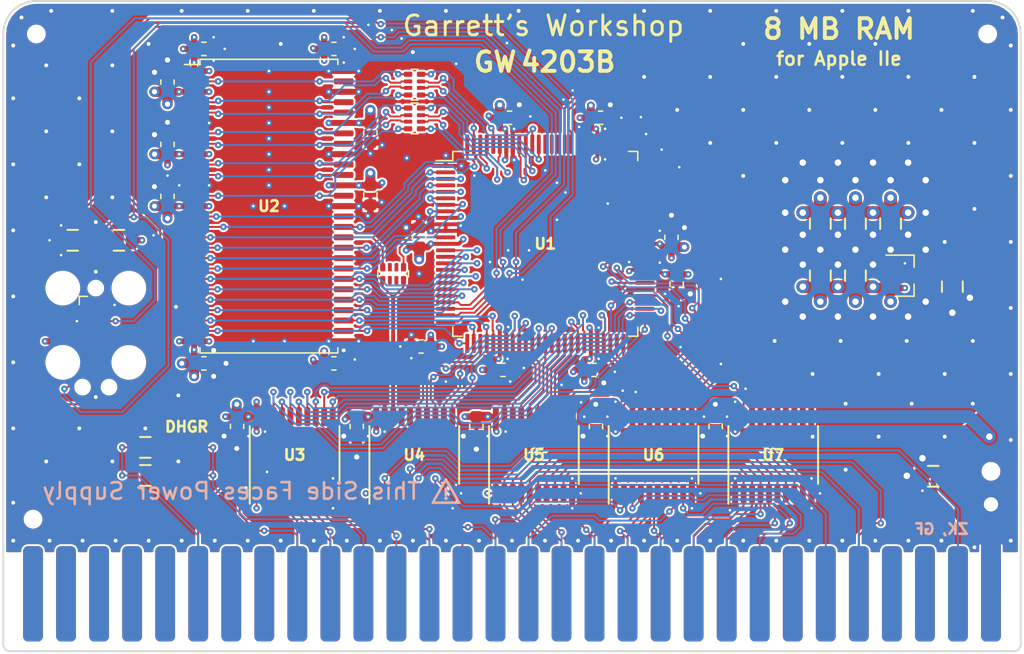
<source format=kicad_pcb>
(kicad_pcb (version 20171130) (host pcbnew "(5.1.5-0-10_14)")

  (general
    (thickness 1.6)
    (drawings 23)
    (tracks 2103)
    (zones 0)
    (modules 55)
    (nets 166)
  )

  (page A4)
  (title_block
    (title "GW4203B (RAM2E II)")
    (date 2020-08-04)
    (rev 1.1)
    (company "Garrett's Workshop")
  )

  (layers
    (0 F.Cu signal)
    (1 In1.Cu signal)
    (2 In2.Cu signal)
    (31 B.Cu signal)
    (32 B.Adhes user)
    (33 F.Adhes user)
    (34 B.Paste user)
    (35 F.Paste user)
    (36 B.SilkS user)
    (37 F.SilkS user)
    (38 B.Mask user)
    (39 F.Mask user)
    (40 Dwgs.User user)
    (41 Cmts.User user)
    (42 Eco1.User user)
    (43 Eco2.User user)
    (44 Edge.Cuts user)
    (45 Margin user)
    (46 B.CrtYd user)
    (47 F.CrtYd user)
    (48 B.Fab user)
    (49 F.Fab user)
  )

  (setup
    (last_trace_width 0.15)
    (user_trace_width 0.2)
    (user_trace_width 0.25)
    (user_trace_width 0.3)
    (user_trace_width 0.35)
    (user_trace_width 0.4)
    (user_trace_width 0.45)
    (user_trace_width 0.5)
    (user_trace_width 0.6)
    (user_trace_width 0.8)
    (user_trace_width 1)
    (user_trace_width 1.27)
    (user_trace_width 1.524)
    (trace_clearance 0.15)
    (zone_clearance 0.15)
    (zone_45_only no)
    (trace_min 0.15)
    (via_size 0.5)
    (via_drill 0.2)
    (via_min_size 0.5)
    (via_min_drill 0.2)
    (user_via 0.6 0.3)
    (user_via 0.8 0.4)
    (user_via 1 0.5)
    (user_via 1.524 0.762)
    (uvia_size 0.3)
    (uvia_drill 0.1)
    (uvias_allowed no)
    (uvia_min_size 0.2)
    (uvia_min_drill 0.1)
    (edge_width 0.15)
    (segment_width 0.1524)
    (pcb_text_width 0.3)
    (pcb_text_size 1.5 1.5)
    (mod_edge_width 0.15)
    (mod_text_size 1 1)
    (mod_text_width 0.15)
    (pad_size 0.85 1.4)
    (pad_drill 0)
    (pad_to_mask_clearance 0.05)
    (solder_mask_min_width 0.1)
    (pad_to_paste_clearance -0.0381)
    (aux_axis_origin 0 0)
    (visible_elements FFFFFF7F)
    (pcbplotparams
      (layerselection 0x010f8_ffffffff)
      (usegerberextensions true)
      (usegerberattributes false)
      (usegerberadvancedattributes false)
      (creategerberjobfile false)
      (excludeedgelayer true)
      (linewidth 0.100000)
      (plotframeref false)
      (viasonmask false)
      (mode 1)
      (useauxorigin false)
      (hpglpennumber 1)
      (hpglpenspeed 20)
      (hpglpendiameter 15.000000)
      (psnegative false)
      (psa4output false)
      (plotreference true)
      (plotvalue true)
      (plotinvisibletext false)
      (padsonsilk false)
      (subtractmaskfromsilk true)
      (outputformat 1)
      (mirror false)
      (drillshape 0)
      (scaleselection 1)
      (outputdirectory "gerber/"))
  )

  (net 0 "")
  (net 1 +5V)
  (net 2 GND)
  (net 3 /Vid7M)
  (net 4 /~SYNC~)
  (net 5 /~PRAS~)
  (net 6 /VC)
  (net 7 /~C07X~)
  (net 8 /~WNDW~)
  (net 9 /SEGA)
  (net 10 /ROMEN1)
  (net 11 /ROMEN2)
  (net 12 /MD7)
  (net 13 /MD6)
  (net 14 /MD5)
  (net 15 /MD4)
  (net 16 /PHI0)
  (net 17 /~CLRGAT~)
  (net 18 /~80VID~)
  (net 19 /~PCAS~)
  (net 20 /~LDPS~)
  (net 21 /R~W~80)
  (net 22 /PHI1)
  (net 23 /~CASEN~)
  (net 24 /MD3)
  (net 25 /MD2)
  (net 26 /MD1)
  (net 27 /MD0)
  (net 28 /H0)
  (net 29 /AN3)
  (net 30 /~EN80~)
  (net 31 /~ALTVID~)
  (net 32 /~SEROUT~)
  (net 33 /~ENVID~)
  (net 34 /R~W~)
  (net 35 /Q3)
  (net 36 /SEGB)
  (net 37 /~RA9~)
  (net 38 /~RA10~)
  (net 39 /GR)
  (net 40 /~ENTMG~)
  (net 41 /MA6)
  (net 42 /MA5)
  (net 43 /MA4)
  (net 44 /MA3)
  (net 45 /MA2)
  (net 46 /MA1)
  (net 47 /MA0)
  (net 48 /MA7)
  (net 49 /C7M)
  (net 50 /C14M)
  (net 51 /C3M58)
  (net 52 /VD0)
  (net 53 /VD1)
  (net 54 /VD2)
  (net 55 /VD3)
  (net 56 /VD4)
  (net 57 /VD5)
  (net 58 /VD6)
  (net 59 /VD7)
  (net 60 +3V3)
  (net 61 /TDI)
  (net 62 "Net-(J2-Pad8)")
  (net 63 "Net-(J2-Pad7)")
  (net 64 "Net-(J2-Pad6)")
  (net 65 /TMS)
  (net 66 /TDO)
  (net 67 /TCK)
  (net 68 /RD5)
  (net 69 /RD4)
  (net 70 /RD3)
  (net 71 /RD2)
  (net 72 /RD7)
  (net 73 /RD6)
  (net 74 /RD0)
  (net 75 /RD1)
  (net 76 /DQMH)
  (net 77 /~WE~)
  (net 78 /~CAS~)
  (net 79 /CKE)
  (net 80 /~RAS~)
  (net 81 /BA0)
  (net 82 /RA11)
  (net 83 /~CS~)
  (net 84 /BA1)
  (net 85 /RA9)
  (net 86 /RA10)
  (net 87 /RA8)
  (net 88 /RA0)
  (net 89 /RA7)
  (net 90 /RA1)
  (net 91 /RA6)
  (net 92 /RA4)
  (net 93 /RA3)
  (net 94 /~EN80~in)
  (net 95 /RA5)
  (net 96 /RA2)
  (net 97 /R~W~80in)
  (net 98 /Ain5)
  (net 99 /PHI1in)
  (net 100 /Ain6)
  (net 101 "Net-(U1-Pad61)")
  (net 102 "Net-(U1-Pad64)")
  (net 103 "Net-(U1-Pad66)")
  (net 104 "Net-(U1-Pad78)")
  (net 105 "Net-(U1-Pad81)")
  (net 106 /DQML)
  (net 107 /~C07X~in)
  (net 108 /R~W~in)
  (net 109 /Ain0)
  (net 110 /Ain1)
  (net 111 /Ain2)
  (net 112 /Ain3)
  (net 113 /Ain4)
  (net 114 /Ain7)
  (net 115 /Din0)
  (net 116 /Din1)
  (net 117 /Din2)
  (net 118 /Din3)
  (net 119 /Din4)
  (net 120 /Din5)
  (net 121 /Din6)
  (net 122 /Din7)
  (net 123 /V~OE~)
  (net 124 /Vout7)
  (net 125 /Vout6)
  (net 126 /Vout5)
  (net 127 /Vout4)
  (net 128 /Vout3)
  (net 129 /Vout2)
  (net 130 /Vout1)
  (net 131 /Vout0)
  (net 132 /D~OE~)
  (net 133 /Dout0)
  (net 134 /Dout1)
  (net 135 /Dout2)
  (net 136 /Dout3)
  (net 137 /Dout4)
  (net 138 /Dout5)
  (net 139 /Dout6)
  (net 140 /Dout7)
  (net 141 /RD1r)
  (net 142 /RD0r)
  (net 143 /RD2r)
  (net 144 /RD3r)
  (net 145 /RD7r)
  (net 146 /RD6r)
  (net 147 /RD4r)
  (net 148 /RD5r)
  (net 149 /RCLK)
  (net 150 /ACLK)
  (net 151 "Net-(RN3-Pad1)")
  (net 152 "Net-(U4-Pad17)")
  (net 153 "Net-(U4-Pad16)")
  (net 154 "Net-(U4-Pad4)")
  (net 155 "Net-(U4-Pad3)")
  (net 156 /~FRCTXT~)
  (net 157 "Net-(U1-Pad88)")
  (net 158 "Net-(U1-Pad87)")
  (net 159 "Net-(U1-Pad86)")
  (net 160 "Net-(RN3-Pad3)")
  (net 161 "Net-(RN3-Pad2)")
  (net 162 "Net-(RN3-Pad7)")
  (net 163 "Net-(RN3-Pad6)")
  (net 164 "Net-(U1-Pad82)")
  (net 165 "Net-(U1-Pad83)")

  (net_class Default "This is the default net class."
    (clearance 0.15)
    (trace_width 0.15)
    (via_dia 0.5)
    (via_drill 0.2)
    (uvia_dia 0.3)
    (uvia_drill 0.1)
    (add_net +3V3)
    (add_net +5V)
    (add_net /ACLK)
    (add_net /AN3)
    (add_net /Ain0)
    (add_net /Ain1)
    (add_net /Ain2)
    (add_net /Ain3)
    (add_net /Ain4)
    (add_net /Ain5)
    (add_net /Ain6)
    (add_net /Ain7)
    (add_net /BA0)
    (add_net /BA1)
    (add_net /C14M)
    (add_net /C3M58)
    (add_net /C7M)
    (add_net /CKE)
    (add_net /DQMH)
    (add_net /DQML)
    (add_net /Din0)
    (add_net /Din1)
    (add_net /Din2)
    (add_net /Din3)
    (add_net /Din4)
    (add_net /Din5)
    (add_net /Din6)
    (add_net /Din7)
    (add_net /Dout0)
    (add_net /Dout1)
    (add_net /Dout2)
    (add_net /Dout3)
    (add_net /Dout4)
    (add_net /Dout5)
    (add_net /Dout6)
    (add_net /Dout7)
    (add_net /D~OE~)
    (add_net /GR)
    (add_net /H0)
    (add_net /MA0)
    (add_net /MA1)
    (add_net /MA2)
    (add_net /MA3)
    (add_net /MA4)
    (add_net /MA5)
    (add_net /MA6)
    (add_net /MA7)
    (add_net /MD0)
    (add_net /MD1)
    (add_net /MD2)
    (add_net /MD3)
    (add_net /MD4)
    (add_net /MD5)
    (add_net /MD6)
    (add_net /MD7)
    (add_net /PHI0)
    (add_net /PHI1)
    (add_net /PHI1in)
    (add_net /Q3)
    (add_net /RA0)
    (add_net /RA1)
    (add_net /RA10)
    (add_net /RA11)
    (add_net /RA2)
    (add_net /RA3)
    (add_net /RA4)
    (add_net /RA5)
    (add_net /RA6)
    (add_net /RA7)
    (add_net /RA8)
    (add_net /RA9)
    (add_net /RCLK)
    (add_net /RD0)
    (add_net /RD0r)
    (add_net /RD1)
    (add_net /RD1r)
    (add_net /RD2)
    (add_net /RD2r)
    (add_net /RD3)
    (add_net /RD3r)
    (add_net /RD4)
    (add_net /RD4r)
    (add_net /RD5)
    (add_net /RD5r)
    (add_net /RD6)
    (add_net /RD6r)
    (add_net /RD7)
    (add_net /RD7r)
    (add_net /ROMEN1)
    (add_net /ROMEN2)
    (add_net /R~W~)
    (add_net /R~W~80)
    (add_net /R~W~80in)
    (add_net /R~W~in)
    (add_net /SEGA)
    (add_net /SEGB)
    (add_net /TCK)
    (add_net /TDI)
    (add_net /TDO)
    (add_net /TMS)
    (add_net /VC)
    (add_net /VD0)
    (add_net /VD1)
    (add_net /VD2)
    (add_net /VD3)
    (add_net /VD4)
    (add_net /VD5)
    (add_net /VD6)
    (add_net /VD7)
    (add_net /Vid7M)
    (add_net /Vout0)
    (add_net /Vout1)
    (add_net /Vout2)
    (add_net /Vout3)
    (add_net /Vout4)
    (add_net /Vout5)
    (add_net /Vout6)
    (add_net /Vout7)
    (add_net /V~OE~)
    (add_net /~80VID~)
    (add_net /~ALTVID~)
    (add_net /~C07X~)
    (add_net /~C07X~in)
    (add_net /~CASEN~)
    (add_net /~CAS~)
    (add_net /~CLRGAT~)
    (add_net /~CS~)
    (add_net /~EN80~)
    (add_net /~EN80~in)
    (add_net /~ENTMG~)
    (add_net /~ENVID~)
    (add_net /~FRCTXT~)
    (add_net /~LDPS~)
    (add_net /~PCAS~)
    (add_net /~PRAS~)
    (add_net /~RA10~)
    (add_net /~RA9~)
    (add_net /~RAS~)
    (add_net /~SEROUT~)
    (add_net /~SYNC~)
    (add_net /~WE~)
    (add_net /~WNDW~)
    (add_net GND)
    (add_net "Net-(J2-Pad6)")
    (add_net "Net-(J2-Pad7)")
    (add_net "Net-(J2-Pad8)")
    (add_net "Net-(RN3-Pad1)")
    (add_net "Net-(RN3-Pad2)")
    (add_net "Net-(RN3-Pad3)")
    (add_net "Net-(RN3-Pad6)")
    (add_net "Net-(RN3-Pad7)")
    (add_net "Net-(U1-Pad61)")
    (add_net "Net-(U1-Pad64)")
    (add_net "Net-(U1-Pad66)")
    (add_net "Net-(U1-Pad78)")
    (add_net "Net-(U1-Pad81)")
    (add_net "Net-(U1-Pad82)")
    (add_net "Net-(U1-Pad83)")
    (add_net "Net-(U1-Pad86)")
    (add_net "Net-(U1-Pad87)")
    (add_net "Net-(U1-Pad88)")
    (add_net "Net-(U4-Pad16)")
    (add_net "Net-(U4-Pad17)")
    (add_net "Net-(U4-Pad3)")
    (add_net "Net-(U4-Pad4)")
  )

  (module stdpads:C_0805 (layer F.Cu) (tedit 5F02840E) (tstamp 5F2C29C4)
    (at 266.6 106.8 270)
    (tags capacitor)
    (path /5F4A1C4C)
    (solder_mask_margin 0.05)
    (solder_paste_margin -0.025)
    (attr smd)
    (fp_text reference C2 (at 0 0 270) (layer F.Fab)
      (effects (font (size 0.254 0.254) (thickness 0.0635)))
    )
    (fp_text value 10u (at 0 0.35 90) (layer F.Fab)
      (effects (font (size 0.254 0.254) (thickness 0.0635)))
    )
    (fp_text user %R (at 0 0 270) (layer F.SilkS) hide
      (effects (font (size 0.254 0.254) (thickness 0.0635)))
    )
    (fp_line (start 1.7 1) (end -1.7 1) (layer F.CrtYd) (width 0.05))
    (fp_line (start 1.7 -1) (end 1.7 1) (layer F.CrtYd) (width 0.05))
    (fp_line (start -1.7 -1) (end 1.7 -1) (layer F.CrtYd) (width 0.05))
    (fp_line (start -1.7 1) (end -1.7 -1) (layer F.CrtYd) (width 0.05))
    (fp_line (start -0.4064 0.8) (end 0.4064 0.8) (layer F.SilkS) (width 0.1524))
    (fp_line (start -0.4064 -0.8) (end 0.4064 -0.8) (layer F.SilkS) (width 0.1524))
    (fp_line (start 1 0.625) (end -1 0.625) (layer F.Fab) (width 0.15))
    (fp_line (start 1 -0.625) (end 1 0.625) (layer F.Fab) (width 0.15))
    (fp_line (start -1 -0.625) (end 1 -0.625) (layer F.Fab) (width 0.15))
    (fp_line (start -1 0.625) (end -1 -0.625) (layer F.Fab) (width 0.15))
    (pad 2 smd roundrect (at 0.85 0 270) (size 1.05 1.4) (layers F.Cu F.Paste F.Mask) (roundrect_rratio 0.25)
      (net 2 GND))
    (pad 1 smd roundrect (at -0.85 0 270) (size 1.05 1.4) (layers F.Cu F.Paste F.Mask) (roundrect_rratio 0.25)
      (net 60 +3V3))
    (model ${KISYS3DMOD}/Capacitor_SMD.3dshapes/C_0805_2012Metric.wrl
      (at (xyz 0 0 0))
      (scale (xyz 1 1 1))
      (rotate (xyz 0 0 0))
    )
  )

  (module stdpads:TQFP-100_14x14mm_P0.5mm (layer F.Cu) (tedit 5F27CA0E) (tstamp 5E7F8776)
    (at 240.05 108.35 270)
    (descr "TQFP, 100 Pin (http://www.microsemi.com/index.php?option=com_docman&task=doc_download&gid=131095), generated with kicad-footprint-generator ipc_gullwing_generator.py")
    (tags "TQFP QFP")
    (path /5EF407E5)
    (solder_mask_margin 0.024)
    (solder_paste_margin -0.03)
    (attr smd)
    (fp_text reference U1 (at 0 0 180) (layer F.Fab)
      (effects (font (size 0.8128 0.8128) (thickness 0.2032)))
    )
    (fp_text value EPM240T100 (at 0.95 0) (layer F.Fab)
      (effects (font (size 0.508 0.508) (thickness 0.127)))
    )
    (fp_line (start 7.11 -6.41) (end 7.11 -7.11) (layer F.SilkS) (width 0.12))
    (fp_line (start 7.11 -7.11) (end 6.41 -7.11) (layer F.SilkS) (width 0.12))
    (fp_line (start 7.11 6.41) (end 7.11 7.11) (layer F.SilkS) (width 0.12))
    (fp_line (start 7.11 7.11) (end 6.41 7.11) (layer F.SilkS) (width 0.12))
    (fp_line (start -7.11 -6.41) (end -7.11 -7.11) (layer F.SilkS) (width 0.12))
    (fp_line (start -7.11 -7.11) (end -6.41 -7.11) (layer F.SilkS) (width 0.12))
    (fp_line (start -7.11 6.41) (end -7.11 7.11) (layer F.SilkS) (width 0.12))
    (fp_line (start -7.11 7.11) (end -6.41 7.11) (layer F.SilkS) (width 0.12))
    (fp_line (start -6.41 7.11) (end -6.41 8.4) (layer F.SilkS) (width 0.12))
    (fp_line (start -7 6) (end -7 -7) (layer F.Fab) (width 0.1))
    (fp_line (start -7 -7) (end 7 -7) (layer F.Fab) (width 0.1))
    (fp_line (start 7 -7) (end 7 7) (layer F.Fab) (width 0.1))
    (fp_line (start 7 7) (end -6 7) (layer F.Fab) (width 0.1))
    (fp_line (start -6 7) (end -7 6) (layer F.Fab) (width 0.1))
    (fp_line (start -8.65 0) (end -8.65 6.4) (layer F.CrtYd) (width 0.05))
    (fp_line (start -8.65 6.4) (end -7.25 6.4) (layer F.CrtYd) (width 0.05))
    (fp_line (start -7.25 6.4) (end -7.25 7.25) (layer F.CrtYd) (width 0.05))
    (fp_line (start -7.25 7.25) (end -6.4 7.25) (layer F.CrtYd) (width 0.05))
    (fp_line (start -6.4 7.25) (end -6.4 8.65) (layer F.CrtYd) (width 0.05))
    (fp_line (start -6.4 8.65) (end 0 8.65) (layer F.CrtYd) (width 0.05))
    (fp_line (start -8.65 0) (end -8.65 -6.4) (layer F.CrtYd) (width 0.05))
    (fp_line (start -8.65 -6.4) (end -7.25 -6.4) (layer F.CrtYd) (width 0.05))
    (fp_line (start -7.25 -6.4) (end -7.25 -7.25) (layer F.CrtYd) (width 0.05))
    (fp_line (start -7.25 -7.25) (end -6.4 -7.25) (layer F.CrtYd) (width 0.05))
    (fp_line (start -6.4 -7.25) (end -6.4 -8.65) (layer F.CrtYd) (width 0.05))
    (fp_line (start -6.4 -8.65) (end 0 -8.65) (layer F.CrtYd) (width 0.05))
    (fp_line (start 8.65 0) (end 8.65 6.4) (layer F.CrtYd) (width 0.05))
    (fp_line (start 8.65 6.4) (end 7.25 6.4) (layer F.CrtYd) (width 0.05))
    (fp_line (start 7.25 6.4) (end 7.25 7.25) (layer F.CrtYd) (width 0.05))
    (fp_line (start 7.25 7.25) (end 6.4 7.25) (layer F.CrtYd) (width 0.05))
    (fp_line (start 6.4 7.25) (end 6.4 8.65) (layer F.CrtYd) (width 0.05))
    (fp_line (start 6.4 8.65) (end 0 8.65) (layer F.CrtYd) (width 0.05))
    (fp_line (start 8.65 0) (end 8.65 -6.4) (layer F.CrtYd) (width 0.05))
    (fp_line (start 8.65 -6.4) (end 7.25 -6.4) (layer F.CrtYd) (width 0.05))
    (fp_line (start 7.25 -6.4) (end 7.25 -7.25) (layer F.CrtYd) (width 0.05))
    (fp_line (start 7.25 -7.25) (end 6.4 -7.25) (layer F.CrtYd) (width 0.05))
    (fp_line (start 6.4 -7.25) (end 6.4 -8.65) (layer F.CrtYd) (width 0.05))
    (fp_line (start 6.4 -8.65) (end 0 -8.65) (layer F.CrtYd) (width 0.05))
    (fp_text user %R (at 0 0 180) (layer F.SilkS)
      (effects (font (size 0.8128 0.8128) (thickness 0.2032)))
    )
    (pad 1 smd roundrect (at -6 7.6625) (size 1.475 0.3) (layers F.Cu F.Paste F.Mask) (roundrect_rratio 0.25)
      (net 2 GND))
    (pad 2 smd roundrect (at -5.5 7.6625) (size 1.475 0.3) (layers F.Cu F.Paste F.Mask) (roundrect_rratio 0.25)
      (net 77 /~WE~))
    (pad 3 smd roundrect (at -5 7.6625) (size 1.475 0.3) (layers F.Cu F.Paste F.Mask) (roundrect_rratio 0.25)
      (net 78 /~CAS~))
    (pad 4 smd roundrect (at -4.5 7.6625) (size 1.475 0.3) (layers F.Cu F.Paste F.Mask) (roundrect_rratio 0.25)
      (net 79 /CKE))
    (pad 5 smd roundrect (at -4 7.6625) (size 1.475 0.3) (layers F.Cu F.Paste F.Mask) (roundrect_rratio 0.25)
      (net 80 /~RAS~))
    (pad 6 smd roundrect (at -3.5 7.6625) (size 1.475 0.3) (layers F.Cu F.Paste F.Mask) (roundrect_rratio 0.25)
      (net 81 /BA0))
    (pad 7 smd roundrect (at -3 7.6625) (size 1.475 0.3) (layers F.Cu F.Paste F.Mask) (roundrect_rratio 0.25)
      (net 82 /RA11))
    (pad 8 smd roundrect (at -2.5 7.6625) (size 1.475 0.3) (layers F.Cu F.Paste F.Mask) (roundrect_rratio 0.25)
      (net 83 /~CS~))
    (pad 9 smd roundrect (at -2 7.6625) (size 1.475 0.3) (layers F.Cu F.Paste F.Mask) (roundrect_rratio 0.25)
      (net 60 +3V3))
    (pad 10 smd roundrect (at -1.5 7.6625) (size 1.475 0.3) (layers F.Cu F.Paste F.Mask) (roundrect_rratio 0.25)
      (net 2 GND))
    (pad 11 smd roundrect (at -1 7.6625) (size 1.475 0.3) (layers F.Cu F.Paste F.Mask) (roundrect_rratio 0.25)
      (net 2 GND))
    (pad 12 smd roundrect (at -0.5 7.6625) (size 1.475 0.3) (layers F.Cu F.Paste F.Mask) (roundrect_rratio 0.25)
      (net 150 /ACLK))
    (pad 13 smd roundrect (at 0 7.6625) (size 1.475 0.3) (layers F.Cu F.Paste F.Mask) (roundrect_rratio 0.25)
      (net 60 +3V3))
    (pad 14 smd roundrect (at 0.5 7.6625) (size 1.475 0.3) (layers F.Cu F.Paste F.Mask) (roundrect_rratio 0.25)
      (net 84 /BA1))
    (pad 15 smd roundrect (at 1 7.6625) (size 1.475 0.3) (layers F.Cu F.Paste F.Mask) (roundrect_rratio 0.25)
      (net 85 /RA9))
    (pad 16 smd roundrect (at 1.5 7.6625) (size 1.475 0.3) (layers F.Cu F.Paste F.Mask) (roundrect_rratio 0.25)
      (net 86 /RA10))
    (pad 17 smd roundrect (at 2 7.6625) (size 1.475 0.3) (layers F.Cu F.Paste F.Mask) (roundrect_rratio 0.25)
      (net 87 /RA8))
    (pad 18 smd roundrect (at 2.5 7.6625) (size 1.475 0.3) (layers F.Cu F.Paste F.Mask) (roundrect_rratio 0.25)
      (net 88 /RA0))
    (pad 19 smd roundrect (at 3 7.6625) (size 1.475 0.3) (layers F.Cu F.Paste F.Mask) (roundrect_rratio 0.25)
      (net 89 /RA7))
    (pad 20 smd roundrect (at 3.5 7.6625) (size 1.475 0.3) (layers F.Cu F.Paste F.Mask) (roundrect_rratio 0.25)
      (net 90 /RA1))
    (pad 21 smd roundrect (at 4 7.6625) (size 1.475 0.3) (layers F.Cu F.Paste F.Mask) (roundrect_rratio 0.25)
      (net 91 /RA6))
    (pad 22 smd roundrect (at 4.5 7.6625) (size 1.475 0.3) (layers F.Cu F.Paste F.Mask) (roundrect_rratio 0.25)
      (net 65 /TMS))
    (pad 23 smd roundrect (at 5 7.6625) (size 1.475 0.3) (layers F.Cu F.Paste F.Mask) (roundrect_rratio 0.25)
      (net 61 /TDI))
    (pad 24 smd roundrect (at 5.5 7.6625) (size 1.475 0.3) (layers F.Cu F.Paste F.Mask) (roundrect_rratio 0.25)
      (net 67 /TCK))
    (pad 25 smd roundrect (at 6 7.6625) (size 1.475 0.3) (layers F.Cu F.Paste F.Mask) (roundrect_rratio 0.25)
      (net 66 /TDO))
    (pad 26 smd roundrect (at 7.6625 6) (size 0.3 1.475) (layers F.Cu F.Paste F.Mask) (roundrect_rratio 0.25)
      (net 92 /RA4))
    (pad 27 smd roundrect (at 7.6625 5.5) (size 0.3 1.475) (layers F.Cu F.Paste F.Mask) (roundrect_rratio 0.25)
      (net 93 /RA3))
    (pad 28 smd roundrect (at 7.6625 5) (size 0.3 1.475) (layers F.Cu F.Paste F.Mask) (roundrect_rratio 0.25)
      (net 94 /~EN80~in))
    (pad 29 smd roundrect (at 7.6625 4.5) (size 0.3 1.475) (layers F.Cu F.Paste F.Mask) (roundrect_rratio 0.25)
      (net 95 /RA5))
    (pad 30 smd roundrect (at 7.6625 4) (size 0.3 1.475) (layers F.Cu F.Paste F.Mask) (roundrect_rratio 0.25)
      (net 96 /RA2))
    (pad 31 smd roundrect (at 7.6625 3.5) (size 0.3 1.475) (layers F.Cu F.Paste F.Mask) (roundrect_rratio 0.25)
      (net 60 +3V3))
    (pad 32 smd roundrect (at 7.6625 3) (size 0.3 1.475) (layers F.Cu F.Paste F.Mask) (roundrect_rratio 0.25)
      (net 2 GND))
    (pad 33 smd roundrect (at 7.6625 2.5) (size 0.3 1.475) (layers F.Cu F.Paste F.Mask) (roundrect_rratio 0.25)
      (net 97 /R~W~80in))
    (pad 34 smd roundrect (at 7.6625 2) (size 0.3 1.475) (layers F.Cu F.Paste F.Mask) (roundrect_rratio 0.25)
      (net 98 /Ain5))
    (pad 35 smd roundrect (at 7.6625 1.5) (size 0.3 1.475) (layers F.Cu F.Paste F.Mask) (roundrect_rratio 0.25)
      (net 122 /Din7))
    (pad 36 smd roundrect (at 7.6625 1) (size 0.3 1.475) (layers F.Cu F.Paste F.Mask) (roundrect_rratio 0.25)
      (net 121 /Din6))
    (pad 37 smd roundrect (at 7.6625 0.5) (size 0.3 1.475) (layers F.Cu F.Paste F.Mask) (roundrect_rratio 0.25)
      (net 99 /PHI1in))
    (pad 38 smd roundrect (at 7.6625 0) (size 0.3 1.475) (layers F.Cu F.Paste F.Mask) (roundrect_rratio 0.25)
      (net 115 /Din0))
    (pad 39 smd roundrect (at 7.6625 -0.5) (size 0.3 1.475) (layers F.Cu F.Paste F.Mask) (roundrect_rratio 0.25)
      (net 100 /Ain6))
    (pad 40 smd roundrect (at 7.6625 -1) (size 0.3 1.475) (layers F.Cu F.Paste F.Mask) (roundrect_rratio 0.25)
      (net 116 /Din1))
    (pad 41 smd roundrect (at 7.6625 -1.5) (size 0.3 1.475) (layers F.Cu F.Paste F.Mask) (roundrect_rratio 0.25)
      (net 118 /Din3))
    (pad 42 smd roundrect (at 7.6625 -2) (size 0.3 1.475) (layers F.Cu F.Paste F.Mask) (roundrect_rratio 0.25)
      (net 117 /Din2))
    (pad 43 smd roundrect (at 7.6625 -2.5) (size 0.3 1.475) (layers F.Cu F.Paste F.Mask) (roundrect_rratio 0.25)
      (net 111 /Ain2))
    (pad 44 smd roundrect (at 7.6625 -3) (size 0.3 1.475) (layers F.Cu F.Paste F.Mask) (roundrect_rratio 0.25)
      (net 113 /Ain4))
    (pad 45 smd roundrect (at 7.6625 -3.5) (size 0.3 1.475) (layers F.Cu F.Paste F.Mask) (roundrect_rratio 0.25)
      (net 60 +3V3))
    (pad 46 smd roundrect (at 7.6625 -4) (size 0.3 1.475) (layers F.Cu F.Paste F.Mask) (roundrect_rratio 0.25)
      (net 2 GND))
    (pad 47 smd roundrect (at 7.6625 -4.5) (size 0.3 1.475) (layers F.Cu F.Paste F.Mask) (roundrect_rratio 0.25)
      (net 112 /Ain3))
    (pad 48 smd roundrect (at 7.6625 -5) (size 0.3 1.475) (layers F.Cu F.Paste F.Mask) (roundrect_rratio 0.25)
      (net 119 /Din4))
    (pad 49 smd roundrect (at 7.6625 -5.5) (size 0.3 1.475) (layers F.Cu F.Paste F.Mask) (roundrect_rratio 0.25)
      (net 120 /Din5))
    (pad 50 smd roundrect (at 7.6625 -6) (size 0.3 1.475) (layers F.Cu F.Paste F.Mask) (roundrect_rratio 0.25)
      (net 123 /V~OE~))
    (pad 51 smd roundrect (at 6 -7.6625) (size 1.475 0.3) (layers F.Cu F.Paste F.Mask) (roundrect_rratio 0.25)
      (net 108 /R~W~in))
    (pad 52 smd roundrect (at 5.5 -7.6625) (size 1.475 0.3) (layers F.Cu F.Paste F.Mask) (roundrect_rratio 0.25)
      (net 107 /~C07X~in))
    (pad 53 smd roundrect (at 5 -7.6625) (size 1.475 0.3) (layers F.Cu F.Paste F.Mask) (roundrect_rratio 0.25)
      (net 114 /Ain7))
    (pad 54 smd roundrect (at 4.5 -7.6625) (size 1.475 0.3) (layers F.Cu F.Paste F.Mask) (roundrect_rratio 0.25)
      (net 110 /Ain1))
    (pad 55 smd roundrect (at 4 -7.6625) (size 1.475 0.3) (layers F.Cu F.Paste F.Mask) (roundrect_rratio 0.25)
      (net 132 /D~OE~))
    (pad 56 smd roundrect (at 3.5 -7.6625) (size 1.475 0.3) (layers F.Cu F.Paste F.Mask) (roundrect_rratio 0.25)
      (net 109 /Ain0))
    (pad 57 smd roundrect (at 3 -7.6625) (size 1.475 0.3) (layers F.Cu F.Paste F.Mask) (roundrect_rratio 0.25)
      (net 124 /Vout7))
    (pad 58 smd roundrect (at 2.5 -7.6625) (size 1.475 0.3) (layers F.Cu F.Paste F.Mask) (roundrect_rratio 0.25)
      (net 125 /Vout6))
    (pad 59 smd roundrect (at 2 -7.6625) (size 1.475 0.3) (layers F.Cu F.Paste F.Mask) (roundrect_rratio 0.25)
      (net 60 +3V3))
    (pad 60 smd roundrect (at 1.5 -7.6625) (size 1.475 0.3) (layers F.Cu F.Paste F.Mask) (roundrect_rratio 0.25)
      (net 2 GND))
    (pad 61 smd roundrect (at 1 -7.6625) (size 1.475 0.3) (layers F.Cu F.Paste F.Mask) (roundrect_rratio 0.25)
      (net 101 "Net-(U1-Pad61)"))
    (pad 62 smd roundrect (at 0.5 -7.6625) (size 1.475 0.3) (layers F.Cu F.Paste F.Mask) (roundrect_rratio 0.25)
      (net 128 /Vout3))
    (pad 63 smd roundrect (at 0 -7.6625) (size 1.475 0.3) (layers F.Cu F.Paste F.Mask) (roundrect_rratio 0.25)
      (net 60 +3V3))
    (pad 64 smd roundrect (at -0.5 -7.6625) (size 1.475 0.3) (layers F.Cu F.Paste F.Mask) (roundrect_rratio 0.25)
      (net 102 "Net-(U1-Pad64)"))
    (pad 65 smd roundrect (at -1 -7.6625) (size 1.475 0.3) (layers F.Cu F.Paste F.Mask) (roundrect_rratio 0.25)
      (net 2 GND))
    (pad 66 smd roundrect (at -1.5 -7.6625) (size 1.475 0.3) (layers F.Cu F.Paste F.Mask) (roundrect_rratio 0.25)
      (net 103 "Net-(U1-Pad66)"))
    (pad 67 smd roundrect (at -2 -7.6625) (size 1.475 0.3) (layers F.Cu F.Paste F.Mask) (roundrect_rratio 0.25)
      (net 130 /Vout1))
    (pad 68 smd roundrect (at -2.5 -7.6625) (size 1.475 0.3) (layers F.Cu F.Paste F.Mask) (roundrect_rratio 0.25)
      (net 126 /Vout5))
    (pad 69 smd roundrect (at -3 -7.6625) (size 1.475 0.3) (layers F.Cu F.Paste F.Mask) (roundrect_rratio 0.25)
      (net 129 /Vout2))
    (pad 70 smd roundrect (at -3.5 -7.6625) (size 1.475 0.3) (layers F.Cu F.Paste F.Mask) (roundrect_rratio 0.25)
      (net 131 /Vout0))
    (pad 71 smd roundrect (at -4 -7.6625) (size 1.475 0.3) (layers F.Cu F.Paste F.Mask) (roundrect_rratio 0.25)
      (net 127 /Vout4))
    (pad 72 smd roundrect (at -4.5 -7.6625) (size 1.475 0.3) (layers F.Cu F.Paste F.Mask) (roundrect_rratio 0.25)
      (net 138 /Dout5))
    (pad 73 smd roundrect (at -5 -7.6625) (size 1.475 0.3) (layers F.Cu F.Paste F.Mask) (roundrect_rratio 0.25)
      (net 137 /Dout4))
    (pad 74 smd roundrect (at -5.5 -7.6625) (size 1.475 0.3) (layers F.Cu F.Paste F.Mask) (roundrect_rratio 0.25)
      (net 135 /Dout2))
    (pad 75 smd roundrect (at -6 -7.6625) (size 1.475 0.3) (layers F.Cu F.Paste F.Mask) (roundrect_rratio 0.25)
      (net 136 /Dout3))
    (pad 76 smd roundrect (at -7.6625 -6) (size 0.3 1.475) (layers F.Cu F.Paste F.Mask) (roundrect_rratio 0.25)
      (net 134 /Dout1))
    (pad 77 smd roundrect (at -7.6625 -5.5) (size 0.3 1.475) (layers F.Cu F.Paste F.Mask) (roundrect_rratio 0.25)
      (net 133 /Dout0))
    (pad 78 smd roundrect (at -7.6625 -5) (size 0.3 1.475) (layers F.Cu F.Paste F.Mask) (roundrect_rratio 0.25)
      (net 104 "Net-(U1-Pad78)"))
    (pad 79 smd roundrect (at -7.6625 -4.5) (size 0.3 1.475) (layers F.Cu F.Paste F.Mask) (roundrect_rratio 0.25)
      (net 2 GND))
    (pad 80 smd roundrect (at -7.6625 -4) (size 0.3 1.475) (layers F.Cu F.Paste F.Mask) (roundrect_rratio 0.25)
      (net 60 +3V3))
    (pad 81 smd roundrect (at -7.6625 -3.5) (size 0.3 1.475) (layers F.Cu F.Paste F.Mask) (roundrect_rratio 0.25)
      (net 105 "Net-(U1-Pad81)"))
    (pad 82 smd roundrect (at -7.6625 -3) (size 0.3 1.475) (layers F.Cu F.Paste F.Mask) (roundrect_rratio 0.25)
      (net 164 "Net-(U1-Pad82)"))
    (pad 83 smd roundrect (at -7.6625 -2.5) (size 0.3 1.475) (layers F.Cu F.Paste F.Mask) (roundrect_rratio 0.25)
      (net 165 "Net-(U1-Pad83)"))
    (pad 84 smd roundrect (at -7.6625 -2) (size 0.3 1.475) (layers F.Cu F.Paste F.Mask) (roundrect_rratio 0.25)
      (net 139 /Dout6))
    (pad 85 smd roundrect (at -7.6625 -1.5) (size 0.3 1.475) (layers F.Cu F.Paste F.Mask) (roundrect_rratio 0.25)
      (net 140 /Dout7))
    (pad 86 smd roundrect (at -7.6625 -1) (size 0.3 1.475) (layers F.Cu F.Paste F.Mask) (roundrect_rratio 0.25)
      (net 159 "Net-(U1-Pad86)"))
    (pad 87 smd roundrect (at -7.6625 -0.5) (size 0.3 1.475) (layers F.Cu F.Paste F.Mask) (roundrect_rratio 0.25)
      (net 158 "Net-(U1-Pad87)"))
    (pad 88 smd roundrect (at -7.6625 0) (size 0.3 1.475) (layers F.Cu F.Paste F.Mask) (roundrect_rratio 0.25)
      (net 157 "Net-(U1-Pad88)"))
    (pad 89 smd roundrect (at -7.6625 0.5) (size 0.3 1.475) (layers F.Cu F.Paste F.Mask) (roundrect_rratio 0.25)
      (net 144 /RD3r))
    (pad 90 smd roundrect (at -7.6625 1) (size 0.3 1.475) (layers F.Cu F.Paste F.Mask) (roundrect_rratio 0.25)
      (net 141 /RD1r))
    (pad 91 smd roundrect (at -7.6625 1.5) (size 0.3 1.475) (layers F.Cu F.Paste F.Mask) (roundrect_rratio 0.25)
      (net 147 /RD4r))
    (pad 92 smd roundrect (at -7.6625 2) (size 0.3 1.475) (layers F.Cu F.Paste F.Mask) (roundrect_rratio 0.25)
      (net 148 /RD5r))
    (pad 93 smd roundrect (at -7.6625 2.5) (size 0.3 1.475) (layers F.Cu F.Paste F.Mask) (roundrect_rratio 0.25)
      (net 2 GND))
    (pad 94 smd roundrect (at -7.6625 3) (size 0.3 1.475) (layers F.Cu F.Paste F.Mask) (roundrect_rratio 0.25)
      (net 60 +3V3))
    (pad 95 smd roundrect (at -7.6625 3.5) (size 0.3 1.475) (layers F.Cu F.Paste F.Mask) (roundrect_rratio 0.25)
      (net 146 /RD6r))
    (pad 96 smd roundrect (at -7.6625 4) (size 0.3 1.475) (layers F.Cu F.Paste F.Mask) (roundrect_rratio 0.25)
      (net 145 /RD7r))
    (pad 97 smd roundrect (at -7.6625 4.5) (size 0.3 1.475) (layers F.Cu F.Paste F.Mask) (roundrect_rratio 0.25)
      (net 142 /RD0r))
    (pad 98 smd roundrect (at -7.6625 5) (size 0.3 1.475) (layers F.Cu F.Paste F.Mask) (roundrect_rratio 0.25)
      (net 106 /DQML))
    (pad 99 smd roundrect (at -7.6625 5.5) (size 0.3 1.475) (layers F.Cu F.Paste F.Mask) (roundrect_rratio 0.25)
      (net 143 /RD2r))
    (pad 100 smd roundrect (at -7.6625 6) (size 0.3 1.475) (layers F.Cu F.Paste F.Mask) (roundrect_rratio 0.25)
      (net 76 /DQMH))
    (model ${KISYS3DMOD}/Package_QFP.3dshapes/TQFP-100_14x14mm_P0.5mm.wrl
      (at (xyz 0 0 0))
      (scale (xyz 1 1 1))
      (rotate (xyz 0 0 -90))
    )
  )

  (module stdpads:SOT-23 (layer F.Cu) (tedit 5F29B98F) (tstamp 5F289F4D)
    (at 267.65 110.8 180)
    (tags SOT-23)
    (path /5F5E8C45)
    (solder_mask_margin 0.05)
    (solder_paste_margin -0.05)
    (attr smd)
    (fp_text reference U8 (at 0 0 270) (layer F.Fab)
      (effects (font (size 0.381 0.381) (thickness 0.09525)))
    )
    (fp_text value AP2125N-3.3 (at 0.45 0 270) (layer F.Fab)
      (effects (font (size 0.127 0.127) (thickness 0.03175)))
    )
    (fp_line (start 0.7 0.95) (end 0.7 -1.5) (layer F.Fab) (width 0.1))
    (fp_line (start 0.15 1.52) (end -0.7 1.52) (layer F.Fab) (width 0.1))
    (fp_line (start 0.7 0.95) (end 0.15 1.52) (layer F.Fab) (width 0.1))
    (fp_line (start -0.7 1.52) (end -0.7 -1.52) (layer F.Fab) (width 0.1))
    (fp_line (start 0.7 -1.52) (end -0.7 -1.52) (layer F.Fab) (width 0.1))
    (fp_line (start -0.76 -1.58) (end -0.76 -0.65) (layer F.SilkS) (width 0.12))
    (fp_line (start -0.76 1.58) (end -0.76 0.65) (layer F.SilkS) (width 0.12))
    (fp_line (start 2 1.8) (end -2 1.8) (layer F.CrtYd) (width 0.05))
    (fp_line (start -2 1.8) (end -2 -1.8) (layer F.CrtYd) (width 0.05))
    (fp_line (start -2 -1.8) (end 2 -1.8) (layer F.CrtYd) (width 0.05))
    (fp_line (start 2 -1.8) (end 2 1.8) (layer F.CrtYd) (width 0.05))
    (fp_line (start -0.76 1.58) (end 1.4 1.58) (layer F.SilkS) (width 0.12))
    (fp_line (start -0.76 -1.58) (end 0.7 -1.58) (layer F.SilkS) (width 0.12))
    (pad 1 smd roundrect (at 1.05 0.95) (size 1.35 0.8) (layers F.Cu F.Paste F.Mask) (roundrect_rratio 0.25)
      (net 2 GND))
    (pad 2 smd roundrect (at 1.05 -0.95) (size 1.35 0.8) (layers F.Cu F.Paste F.Mask) (roundrect_rratio 0.25)
      (net 60 +3V3))
    (pad 3 smd roundrect (at -1.05 0) (size 1.35 0.8) (layers F.Cu F.Paste F.Mask) (roundrect_rratio 0.25)
      (net 1 +5V))
    (model ${KISYS3DMOD}/Package_TO_SOT_SMD.3dshapes/SOT-23.wrl
      (at (xyz 0 0 0))
      (scale (xyz 1 1 1))
      (rotate (xyz 0 0 180))
    )
  )

  (module stdpads:R4_0402 (layer F.Cu) (tedit 5F27CA30) (tstamp 5F28ADBB)
    (at 230 96.1 270)
    (tags "resistor array")
    (path /5E9DBDA3)
    (solder_mask_margin 0.024)
    (solder_paste_margin -0.03)
    (attr smd)
    (fp_text reference RN1 (at 0 0 270) (layer F.Fab)
      (effects (font (size 0.254 0.254) (thickness 0.0635)))
    )
    (fp_text value 4x33 (at 0 -0.3 270) (layer F.Fab)
      (effects (font (size 0.1905 0.1905) (thickness 0.047625)))
    )
    (fp_text user %R (at 0 0 90) (layer F.SilkS) hide
      (effects (font (size 0.254 0.254) (thickness 0.0635)))
    )
    (fp_line (start -1 0.5) (end -1 -0.5) (layer F.Fab) (width 0.1))
    (fp_line (start -1 -0.5) (end 1 -0.5) (layer F.Fab) (width 0.1))
    (fp_line (start 1 -0.5) (end 1 0.5) (layer F.Fab) (width 0.1))
    (fp_line (start 1 0.5) (end -1 0.5) (layer F.Fab) (width 0.1))
    (fp_line (start -1.18 -0.25) (end -1.18 0.25) (layer F.SilkS) (width 0.12))
    (fp_line (start 1.18 -0.25) (end 1.18 0.25) (layer F.SilkS) (width 0.12))
    (fp_line (start -1.25 1.1) (end -1.25 -1.1) (layer F.CrtYd) (width 0.05))
    (fp_line (start -1.25 1.1) (end 1.25 1.1) (layer F.CrtYd) (width 0.05))
    (fp_line (start 1.25 -1.1) (end -1.25 -1.1) (layer F.CrtYd) (width 0.05))
    (fp_line (start 1.25 -1.1) (end 1.25 1.1) (layer F.CrtYd) (width 0.05))
    (pad 1 smd roundrect (at -0.8 0.5) (size 0.65 0.4) (layers F.Cu F.Paste F.Mask) (roundrect_rratio 0.25)
      (net 74 /RD0) (solder_paste_margin -0.035))
    (pad 3 smd roundrect (at 0.25 0.5) (size 0.65 0.3) (layers F.Cu F.Paste F.Mask) (roundrect_rratio 0.25)
      (net 71 /RD2))
    (pad 2 smd roundrect (at -0.25 0.5) (size 0.65 0.3) (layers F.Cu F.Paste F.Mask) (roundrect_rratio 0.25)
      (net 75 /RD1))
    (pad 4 smd roundrect (at 0.8 0.5) (size 0.65 0.4) (layers F.Cu F.Paste F.Mask) (roundrect_rratio 0.25)
      (net 70 /RD3) (solder_paste_margin -0.035))
    (pad 7 smd roundrect (at -0.25 -0.5) (size 0.65 0.3) (layers F.Cu F.Paste F.Mask) (roundrect_rratio 0.25)
      (net 141 /RD1r))
    (pad 8 smd roundrect (at -0.8 -0.5) (size 0.65 0.4) (layers F.Cu F.Paste F.Mask) (roundrect_rratio 0.25)
      (net 145 /RD7r) (solder_paste_margin -0.035))
    (pad 6 smd roundrect (at 0.25 -0.5) (size 0.65 0.3) (layers F.Cu F.Paste F.Mask) (roundrect_rratio 0.25)
      (net 143 /RD2r))
    (pad 5 smd roundrect (at 0.8 -0.5) (size 0.65 0.4) (layers F.Cu F.Paste F.Mask) (roundrect_rratio 0.25)
      (net 144 /RD3r) (solder_paste_margin -0.035))
    (model ${KISYS3DMOD}/Resistor_SMD.3dshapes/R_Array_Convex_4x0402.wrl
      (at (xyz 0 0 0))
      (scale (xyz 1 1 1))
      (rotate (xyz 0 0 -90))
    )
  )

  (module stdpads:R4_0402 (layer F.Cu) (tedit 5F27CA30) (tstamp 5F28ADD1)
    (at 230 98.7 270)
    (tags "resistor array")
    (path /5EA17AFE)
    (solder_mask_margin 0.024)
    (solder_paste_margin -0.03)
    (attr smd)
    (fp_text reference RN2 (at 0 0 270) (layer F.Fab)
      (effects (font (size 0.254 0.254) (thickness 0.0635)))
    )
    (fp_text value 4x33 (at 0 -0.3 270) (layer F.Fab)
      (effects (font (size 0.1905 0.1905) (thickness 0.047625)))
    )
    (fp_text user %R (at 0 0 90) (layer F.SilkS) hide
      (effects (font (size 0.254 0.254) (thickness 0.0635)))
    )
    (fp_line (start -1 0.5) (end -1 -0.5) (layer F.Fab) (width 0.1))
    (fp_line (start -1 -0.5) (end 1 -0.5) (layer F.Fab) (width 0.1))
    (fp_line (start 1 -0.5) (end 1 0.5) (layer F.Fab) (width 0.1))
    (fp_line (start 1 0.5) (end -1 0.5) (layer F.Fab) (width 0.1))
    (fp_line (start -1.18 -0.25) (end -1.18 0.25) (layer F.SilkS) (width 0.12))
    (fp_line (start 1.18 -0.25) (end 1.18 0.25) (layer F.SilkS) (width 0.12))
    (fp_line (start -1.25 1.1) (end -1.25 -1.1) (layer F.CrtYd) (width 0.05))
    (fp_line (start -1.25 1.1) (end 1.25 1.1) (layer F.CrtYd) (width 0.05))
    (fp_line (start 1.25 -1.1) (end -1.25 -1.1) (layer F.CrtYd) (width 0.05))
    (fp_line (start 1.25 -1.1) (end 1.25 1.1) (layer F.CrtYd) (width 0.05))
    (pad 1 smd roundrect (at -0.8 0.5) (size 0.65 0.4) (layers F.Cu F.Paste F.Mask) (roundrect_rratio 0.25)
      (net 69 /RD4) (solder_paste_margin -0.035))
    (pad 3 smd roundrect (at 0.25 0.5) (size 0.65 0.3) (layers F.Cu F.Paste F.Mask) (roundrect_rratio 0.25)
      (net 73 /RD6))
    (pad 2 smd roundrect (at -0.25 0.5) (size 0.65 0.3) (layers F.Cu F.Paste F.Mask) (roundrect_rratio 0.25)
      (net 68 /RD5))
    (pad 4 smd roundrect (at 0.8 0.5) (size 0.65 0.4) (layers F.Cu F.Paste F.Mask) (roundrect_rratio 0.25)
      (net 72 /RD7) (solder_paste_margin -0.035))
    (pad 7 smd roundrect (at -0.25 -0.5) (size 0.65 0.3) (layers F.Cu F.Paste F.Mask) (roundrect_rratio 0.25)
      (net 148 /RD5r))
    (pad 8 smd roundrect (at -0.8 -0.5) (size 0.65 0.4) (layers F.Cu F.Paste F.Mask) (roundrect_rratio 0.25)
      (net 147 /RD4r) (solder_paste_margin -0.035))
    (pad 6 smd roundrect (at 0.25 -0.5) (size 0.65 0.3) (layers F.Cu F.Paste F.Mask) (roundrect_rratio 0.25)
      (net 146 /RD6r))
    (pad 5 smd roundrect (at 0.8 -0.5) (size 0.65 0.4) (layers F.Cu F.Paste F.Mask) (roundrect_rratio 0.25)
      (net 142 /RD0r) (solder_paste_margin -0.035))
    (model ${KISYS3DMOD}/Resistor_SMD.3dshapes/R_Array_Convex_4x0402.wrl
      (at (xyz 0 0 0))
      (scale (xyz 1 1 1))
      (rotate (xyz 0 0 -90))
    )
  )

  (module stdpads:R4_0402 (layer F.Cu) (tedit 5F27CA30) (tstamp 5F28ADE7)
    (at 228.35 110.65)
    (tags "resistor array")
    (path /5F475CD8)
    (solder_mask_margin 0.024)
    (solder_paste_margin -0.03)
    (attr smd)
    (fp_text reference RN3 (at 0 0 180) (layer F.Fab)
      (effects (font (size 0.254 0.254) (thickness 0.0635)))
    )
    (fp_text value 4x33 (at 0 -0.3 180) (layer F.Fab)
      (effects (font (size 0.1905 0.1905) (thickness 0.047625)))
    )
    (fp_text user %R (at 0 0) (layer F.SilkS) hide
      (effects (font (size 0.254 0.254) (thickness 0.0635)))
    )
    (fp_line (start -1 0.5) (end -1 -0.5) (layer F.Fab) (width 0.1))
    (fp_line (start -1 -0.5) (end 1 -0.5) (layer F.Fab) (width 0.1))
    (fp_line (start 1 -0.5) (end 1 0.5) (layer F.Fab) (width 0.1))
    (fp_line (start 1 0.5) (end -1 0.5) (layer F.Fab) (width 0.1))
    (fp_line (start -1.18 -0.25) (end -1.18 0.25) (layer F.SilkS) (width 0.12))
    (fp_line (start 1.18 -0.25) (end 1.18 0.25) (layer F.SilkS) (width 0.12))
    (fp_line (start -1.25 1.1) (end -1.25 -1.1) (layer F.CrtYd) (width 0.05))
    (fp_line (start -1.25 1.1) (end 1.25 1.1) (layer F.CrtYd) (width 0.05))
    (fp_line (start 1.25 -1.1) (end -1.25 -1.1) (layer F.CrtYd) (width 0.05))
    (fp_line (start 1.25 -1.1) (end 1.25 1.1) (layer F.CrtYd) (width 0.05))
    (pad 1 smd roundrect (at -0.8 0.5 90) (size 0.65 0.4) (layers F.Cu F.Paste F.Mask) (roundrect_rratio 0.25)
      (net 151 "Net-(RN3-Pad1)") (solder_paste_margin -0.035))
    (pad 3 smd roundrect (at 0.25 0.5 90) (size 0.65 0.3) (layers F.Cu F.Paste F.Mask) (roundrect_rratio 0.25)
      (net 160 "Net-(RN3-Pad3)"))
    (pad 2 smd roundrect (at -0.25 0.5 90) (size 0.65 0.3) (layers F.Cu F.Paste F.Mask) (roundrect_rratio 0.25)
      (net 161 "Net-(RN3-Pad2)"))
    (pad 4 smd roundrect (at 0.8 0.5 90) (size 0.65 0.4) (layers F.Cu F.Paste F.Mask) (roundrect_rratio 0.25)
      (net 151 "Net-(RN3-Pad1)") (solder_paste_margin -0.035))
    (pad 7 smd roundrect (at -0.25 -0.5 90) (size 0.65 0.3) (layers F.Cu F.Paste F.Mask) (roundrect_rratio 0.25)
      (net 162 "Net-(RN3-Pad7)"))
    (pad 8 smd roundrect (at -0.8 -0.5 90) (size 0.65 0.4) (layers F.Cu F.Paste F.Mask) (roundrect_rratio 0.25)
      (net 149 /RCLK) (solder_paste_margin -0.035))
    (pad 6 smd roundrect (at 0.25 -0.5 90) (size 0.65 0.3) (layers F.Cu F.Paste F.Mask) (roundrect_rratio 0.25)
      (net 163 "Net-(RN3-Pad6)"))
    (pad 5 smd roundrect (at 0.8 -0.5 90) (size 0.65 0.4) (layers F.Cu F.Paste F.Mask) (roundrect_rratio 0.25)
      (net 150 /ACLK) (solder_paste_margin -0.035))
    (model ${KISYS3DMOD}/Resistor_SMD.3dshapes/R_Array_Convex_4x0402.wrl
      (at (xyz 0 0 0))
      (scale (xyz 1 1 1))
      (rotate (xyz 0 0 -90))
    )
  )

  (module stdpads:TSSOP-20_4.4x6.5mm_P0.65mm (layer F.Cu) (tedit 5F27C9F6) (tstamp 5E74A123)
    (at 229.975 124.6)
    (descr "20-Lead Plastic Thin Shrink Small Outline (ST)-4.4 mm Body [TSSOP] (see Microchip Packaging Specification 00000049BS.pdf)")
    (tags "SSOP 0.65")
    (path /5F3A2248)
    (solder_mask_margin 0.024)
    (solder_paste_margin -0.04)
    (attr smd)
    (fp_text reference U4 (at 0 0 180) (layer F.Fab)
      (effects (font (size 0.8128 0.8128) (thickness 0.2032)))
    )
    (fp_text value 74LVC245 (at 0 1.016 180) (layer F.Fab)
      (effects (font (size 0.508 0.508) (thickness 0.127)))
    )
    (fp_text user %R (at 0 0) (layer F.SilkS)
      (effects (font (size 0.8128 0.8128) (thickness 0.2032)))
    )
    (fp_line (start -3.45 3.75) (end -3.45 -2.225) (layer F.SilkS) (width 0.15))
    (fp_line (start 3.45 2.225) (end 3.45 -2.225) (layer F.SilkS) (width 0.15))
    (fp_line (start 3.55 3.95) (end 3.55 -3.95) (layer F.CrtYd) (width 0.05))
    (fp_line (start -3.55 3.95) (end -3.55 -3.95) (layer F.CrtYd) (width 0.05))
    (fp_line (start -3.55 -3.95) (end 3.55 -3.95) (layer F.CrtYd) (width 0.05))
    (fp_line (start -3.55 3.95) (end 3.55 3.95) (layer F.CrtYd) (width 0.05))
    (fp_line (start -2.25 2.2) (end -3.25 1.2) (layer F.Fab) (width 0.15))
    (fp_line (start 3.25 2.2) (end -2.25 2.2) (layer F.Fab) (width 0.15))
    (fp_line (start 3.25 -2.2) (end 3.25 2.2) (layer F.Fab) (width 0.15))
    (fp_line (start -3.25 -2.2) (end 3.25 -2.2) (layer F.Fab) (width 0.15))
    (fp_line (start -3.25 1.2) (end -3.25 -2.2) (layer F.Fab) (width 0.15))
    (pad 20 smd roundrect (at -2.925 -2.95 90) (size 1.45 0.45) (layers F.Cu F.Paste F.Mask) (roundrect_rratio 0.25)
      (net 60 +3V3))
    (pad 19 smd roundrect (at -2.275 -2.95 90) (size 1.45 0.45) (layers F.Cu F.Paste F.Mask) (roundrect_rratio 0.25)
      (net 2 GND))
    (pad 18 smd roundrect (at -1.625 -2.95 90) (size 1.45 0.45) (layers F.Cu F.Paste F.Mask) (roundrect_rratio 0.25)
      (net 151 "Net-(RN3-Pad1)"))
    (pad 17 smd roundrect (at -0.975 -2.95 90) (size 1.45 0.45) (layers F.Cu F.Paste F.Mask) (roundrect_rratio 0.25)
      (net 152 "Net-(U4-Pad17)"))
    (pad 16 smd roundrect (at -0.325 -2.95 90) (size 1.45 0.45) (layers F.Cu F.Paste F.Mask) (roundrect_rratio 0.25)
      (net 153 "Net-(U4-Pad16)"))
    (pad 15 smd roundrect (at 0.325 -2.95 90) (size 1.45 0.45) (layers F.Cu F.Paste F.Mask) (roundrect_rratio 0.25)
      (net 94 /~EN80~in))
    (pad 14 smd roundrect (at 0.975 -2.95 90) (size 1.45 0.45) (layers F.Cu F.Paste F.Mask) (roundrect_rratio 0.25)
      (net 97 /R~W~80in))
    (pad 13 smd roundrect (at 1.625 -2.95 90) (size 1.45 0.45) (layers F.Cu F.Paste F.Mask) (roundrect_rratio 0.25)
      (net 98 /Ain5))
    (pad 12 smd roundrect (at 2.275 -2.95 90) (size 1.45 0.45) (layers F.Cu F.Paste F.Mask) (roundrect_rratio 0.25)
      (net 99 /PHI1in))
    (pad 11 smd roundrect (at 2.925 -2.95 90) (size 1.45 0.45) (layers F.Cu F.Paste F.Mask) (roundrect_rratio 0.25)
      (net 100 /Ain6))
    (pad 10 smd roundrect (at 2.925 2.95 90) (size 1.45 0.45) (layers F.Cu F.Paste F.Mask) (roundrect_rratio 0.25)
      (net 2 GND))
    (pad 9 smd roundrect (at 2.275 2.95 90) (size 1.45 0.45) (layers F.Cu F.Paste F.Mask) (roundrect_rratio 0.25)
      (net 41 /MA6))
    (pad 8 smd roundrect (at 1.625 2.95 90) (size 1.45 0.45) (layers F.Cu F.Paste F.Mask) (roundrect_rratio 0.25)
      (net 22 /PHI1))
    (pad 7 smd roundrect (at 0.975 2.95 90) (size 1.45 0.45) (layers F.Cu F.Paste F.Mask) (roundrect_rratio 0.25)
      (net 42 /MA5))
    (pad 6 smd roundrect (at 0.325 2.95 90) (size 1.45 0.45) (layers F.Cu F.Paste F.Mask) (roundrect_rratio 0.25)
      (net 21 /R~W~80))
    (pad 5 smd roundrect (at -0.325 2.95 90) (size 1.45 0.45) (layers F.Cu F.Paste F.Mask) (roundrect_rratio 0.25)
      (net 30 /~EN80~))
    (pad 4 smd roundrect (at -0.975 2.95 90) (size 1.45 0.45) (layers F.Cu F.Paste F.Mask) (roundrect_rratio 0.25)
      (net 154 "Net-(U4-Pad4)"))
    (pad 3 smd roundrect (at -1.625 2.95 90) (size 1.45 0.45) (layers F.Cu F.Paste F.Mask) (roundrect_rratio 0.25)
      (net 155 "Net-(U4-Pad3)"))
    (pad 2 smd roundrect (at -2.275 2.95 90) (size 1.45 0.45) (layers F.Cu F.Paste F.Mask) (roundrect_rratio 0.25)
      (net 50 /C14M))
    (pad 1 smd roundrect (at -2.925 2.95 90) (size 1.45 0.45) (layers F.Cu F.Paste F.Mask) (roundrect_rratio 0.25)
      (net 60 +3V3))
    (model ${KISYS3DMOD}/Package_SO.3dshapes/TSSOP-20_4.4x6.5mm_P0.65mm.wrl
      (at (xyz 0 0 0))
      (scale (xyz 1 1 1))
      (rotate (xyz 0 0 -90))
    )
  )

  (module stdpads:TSSOP-20_4.4x6.5mm_P0.65mm (layer F.Cu) (tedit 5F27C9F6) (tstamp 5E713ABA)
    (at 220.775 124.6)
    (descr "20-Lead Plastic Thin Shrink Small Outline (ST)-4.4 mm Body [TSSOP] (see Microchip Packaging Specification 00000049BS.pdf)")
    (tags "SSOP 0.65")
    (path /5E8972EF)
    (solder_mask_margin 0.024)
    (solder_paste_margin -0.04)
    (attr smd)
    (fp_text reference U3 (at 0 0 180) (layer F.Fab)
      (effects (font (size 0.8128 0.8128) (thickness 0.2032)))
    )
    (fp_text value 74AHC245 (at 0 1.016 180) (layer F.Fab)
      (effects (font (size 0.508 0.508) (thickness 0.127)))
    )
    (fp_text user %R (at 0 0) (layer F.SilkS)
      (effects (font (size 0.8128 0.8128) (thickness 0.2032)))
    )
    (fp_line (start -3.45 3.75) (end -3.45 -2.225) (layer F.SilkS) (width 0.15))
    (fp_line (start 3.45 2.225) (end 3.45 -2.225) (layer F.SilkS) (width 0.15))
    (fp_line (start 3.55 3.95) (end 3.55 -3.95) (layer F.CrtYd) (width 0.05))
    (fp_line (start -3.55 3.95) (end -3.55 -3.95) (layer F.CrtYd) (width 0.05))
    (fp_line (start -3.55 -3.95) (end 3.55 -3.95) (layer F.CrtYd) (width 0.05))
    (fp_line (start -3.55 3.95) (end 3.55 3.95) (layer F.CrtYd) (width 0.05))
    (fp_line (start -2.25 2.2) (end -3.25 1.2) (layer F.Fab) (width 0.15))
    (fp_line (start 3.25 2.2) (end -2.25 2.2) (layer F.Fab) (width 0.15))
    (fp_line (start 3.25 -2.2) (end 3.25 2.2) (layer F.Fab) (width 0.15))
    (fp_line (start -3.25 -2.2) (end 3.25 -2.2) (layer F.Fab) (width 0.15))
    (fp_line (start -3.25 1.2) (end -3.25 -2.2) (layer F.Fab) (width 0.15))
    (pad 20 smd roundrect (at -2.925 -2.95 90) (size 1.45 0.45) (layers F.Cu F.Paste F.Mask) (roundrect_rratio 0.25)
      (net 60 +3V3))
    (pad 19 smd roundrect (at -2.275 -2.95 90) (size 1.45 0.45) (layers F.Cu F.Paste F.Mask) (roundrect_rratio 0.25)
      (net 2 GND))
    (pad 18 smd roundrect (at -1.625 -2.95 90) (size 1.45 0.45) (layers F.Cu F.Paste F.Mask) (roundrect_rratio 0.25)
      (net 108 /R~W~in))
    (pad 17 smd roundrect (at -0.975 -2.95 90) (size 1.45 0.45) (layers F.Cu F.Paste F.Mask) (roundrect_rratio 0.25)
      (net 107 /~C07X~in))
    (pad 16 smd roundrect (at -0.325 -2.95 90) (size 1.45 0.45) (layers F.Cu F.Paste F.Mask) (roundrect_rratio 0.25)
      (net 114 /Ain7))
    (pad 15 smd roundrect (at 0.325 -2.95 90) (size 1.45 0.45) (layers F.Cu F.Paste F.Mask) (roundrect_rratio 0.25)
      (net 110 /Ain1))
    (pad 14 smd roundrect (at 0.975 -2.95 90) (size 1.45 0.45) (layers F.Cu F.Paste F.Mask) (roundrect_rratio 0.25)
      (net 109 /Ain0))
    (pad 13 smd roundrect (at 1.625 -2.95 90) (size 1.45 0.45) (layers F.Cu F.Paste F.Mask) (roundrect_rratio 0.25)
      (net 111 /Ain2))
    (pad 12 smd roundrect (at 2.275 -2.95 90) (size 1.45 0.45) (layers F.Cu F.Paste F.Mask) (roundrect_rratio 0.25)
      (net 113 /Ain4))
    (pad 11 smd roundrect (at 2.925 -2.95 90) (size 1.45 0.45) (layers F.Cu F.Paste F.Mask) (roundrect_rratio 0.25)
      (net 112 /Ain3))
    (pad 10 smd roundrect (at 2.925 2.95 90) (size 1.45 0.45) (layers F.Cu F.Paste F.Mask) (roundrect_rratio 0.25)
      (net 2 GND))
    (pad 9 smd roundrect (at 2.275 2.95 90) (size 1.45 0.45) (layers F.Cu F.Paste F.Mask) (roundrect_rratio 0.25)
      (net 44 /MA3))
    (pad 8 smd roundrect (at 1.625 2.95 90) (size 1.45 0.45) (layers F.Cu F.Paste F.Mask) (roundrect_rratio 0.25)
      (net 43 /MA4))
    (pad 7 smd roundrect (at 0.975 2.95 90) (size 1.45 0.45) (layers F.Cu F.Paste F.Mask) (roundrect_rratio 0.25)
      (net 45 /MA2))
    (pad 6 smd roundrect (at 0.325 2.95 90) (size 1.45 0.45) (layers F.Cu F.Paste F.Mask) (roundrect_rratio 0.25)
      (net 47 /MA0))
    (pad 5 smd roundrect (at -0.325 2.95 90) (size 1.45 0.45) (layers F.Cu F.Paste F.Mask) (roundrect_rratio 0.25)
      (net 46 /MA1))
    (pad 4 smd roundrect (at -0.975 2.95 90) (size 1.45 0.45) (layers F.Cu F.Paste F.Mask) (roundrect_rratio 0.25)
      (net 48 /MA7))
    (pad 3 smd roundrect (at -1.625 2.95 90) (size 1.45 0.45) (layers F.Cu F.Paste F.Mask) (roundrect_rratio 0.25)
      (net 7 /~C07X~))
    (pad 2 smd roundrect (at -2.275 2.95 90) (size 1.45 0.45) (layers F.Cu F.Paste F.Mask) (roundrect_rratio 0.25)
      (net 34 /R~W~))
    (pad 1 smd roundrect (at -2.925 2.95 90) (size 1.45 0.45) (layers F.Cu F.Paste F.Mask) (roundrect_rratio 0.25)
      (net 60 +3V3))
    (model ${KISYS3DMOD}/Package_SO.3dshapes/TSSOP-20_4.4x6.5mm_P0.65mm.wrl
      (at (xyz 0 0 0))
      (scale (xyz 1 1 1))
      (rotate (xyz 0 0 -90))
    )
  )

  (module stdpads:TSSOP-20_4.4x6.5mm_P0.65mm (layer F.Cu) (tedit 5F27C9F6) (tstamp 5E713813)
    (at 257.575 124.6)
    (descr "20-Lead Plastic Thin Shrink Small Outline (ST)-4.4 mm Body [TSSOP] (see Microchip Packaging Specification 00000049BS.pdf)")
    (tags "SSOP 0.65")
    (path /5E8FF16F)
    (solder_mask_margin 0.024)
    (solder_paste_margin -0.04)
    (attr smd)
    (fp_text reference U7 (at 0 0 180) (layer F.Fab)
      (effects (font (size 0.8128 0.8128) (thickness 0.2032)))
    )
    (fp_text value 74AHCT245 (at 0 1.016 180) (layer F.Fab)
      (effects (font (size 0.508 0.508) (thickness 0.127)))
    )
    (fp_text user %R (at 0 0) (layer F.SilkS)
      (effects (font (size 0.8128 0.8128) (thickness 0.2032)))
    )
    (fp_line (start -3.45 3.75) (end -3.45 -2.225) (layer F.SilkS) (width 0.15))
    (fp_line (start 3.45 2.225) (end 3.45 -2.225) (layer F.SilkS) (width 0.15))
    (fp_line (start 3.55 3.95) (end 3.55 -3.95) (layer F.CrtYd) (width 0.05))
    (fp_line (start -3.55 3.95) (end -3.55 -3.95) (layer F.CrtYd) (width 0.05))
    (fp_line (start -3.55 -3.95) (end 3.55 -3.95) (layer F.CrtYd) (width 0.05))
    (fp_line (start -3.55 3.95) (end 3.55 3.95) (layer F.CrtYd) (width 0.05))
    (fp_line (start -2.25 2.2) (end -3.25 1.2) (layer F.Fab) (width 0.15))
    (fp_line (start 3.25 2.2) (end -2.25 2.2) (layer F.Fab) (width 0.15))
    (fp_line (start 3.25 -2.2) (end 3.25 2.2) (layer F.Fab) (width 0.15))
    (fp_line (start -3.25 -2.2) (end 3.25 -2.2) (layer F.Fab) (width 0.15))
    (fp_line (start -3.25 1.2) (end -3.25 -2.2) (layer F.Fab) (width 0.15))
    (pad 20 smd roundrect (at -2.925 -2.95 90) (size 1.45 0.45) (layers F.Cu F.Paste F.Mask) (roundrect_rratio 0.25)
      (net 1 +5V))
    (pad 19 smd roundrect (at -2.275 -2.95 90) (size 1.45 0.45) (layers F.Cu F.Paste F.Mask) (roundrect_rratio 0.25)
      (net 132 /D~OE~))
    (pad 18 smd roundrect (at -1.625 -2.95 90) (size 1.45 0.45) (layers F.Cu F.Paste F.Mask) (roundrect_rratio 0.25)
      (net 138 /Dout5))
    (pad 17 smd roundrect (at -0.975 -2.95 90) (size 1.45 0.45) (layers F.Cu F.Paste F.Mask) (roundrect_rratio 0.25)
      (net 137 /Dout4))
    (pad 16 smd roundrect (at -0.325 -2.95 90) (size 1.45 0.45) (layers F.Cu F.Paste F.Mask) (roundrect_rratio 0.25)
      (net 135 /Dout2))
    (pad 15 smd roundrect (at 0.325 -2.95 90) (size 1.45 0.45) (layers F.Cu F.Paste F.Mask) (roundrect_rratio 0.25)
      (net 136 /Dout3))
    (pad 14 smd roundrect (at 0.975 -2.95 90) (size 1.45 0.45) (layers F.Cu F.Paste F.Mask) (roundrect_rratio 0.25)
      (net 134 /Dout1))
    (pad 13 smd roundrect (at 1.625 -2.95 90) (size 1.45 0.45) (layers F.Cu F.Paste F.Mask) (roundrect_rratio 0.25)
      (net 133 /Dout0))
    (pad 12 smd roundrect (at 2.275 -2.95 90) (size 1.45 0.45) (layers F.Cu F.Paste F.Mask) (roundrect_rratio 0.25)
      (net 139 /Dout6))
    (pad 11 smd roundrect (at 2.925 -2.95 90) (size 1.45 0.45) (layers F.Cu F.Paste F.Mask) (roundrect_rratio 0.25)
      (net 140 /Dout7))
    (pad 10 smd roundrect (at 2.925 2.95 90) (size 1.45 0.45) (layers F.Cu F.Paste F.Mask) (roundrect_rratio 0.25)
      (net 2 GND))
    (pad 9 smd roundrect (at 2.275 2.95 90) (size 1.45 0.45) (layers F.Cu F.Paste F.Mask) (roundrect_rratio 0.25)
      (net 12 /MD7))
    (pad 8 smd roundrect (at 1.625 2.95 90) (size 1.45 0.45) (layers F.Cu F.Paste F.Mask) (roundrect_rratio 0.25)
      (net 13 /MD6))
    (pad 7 smd roundrect (at 0.975 2.95 90) (size 1.45 0.45) (layers F.Cu F.Paste F.Mask) (roundrect_rratio 0.25)
      (net 27 /MD0))
    (pad 6 smd roundrect (at 0.325 2.95 90) (size 1.45 0.45) (layers F.Cu F.Paste F.Mask) (roundrect_rratio 0.25)
      (net 26 /MD1))
    (pad 5 smd roundrect (at -0.325 2.95 90) (size 1.45 0.45) (layers F.Cu F.Paste F.Mask) (roundrect_rratio 0.25)
      (net 24 /MD3))
    (pad 4 smd roundrect (at -0.975 2.95 90) (size 1.45 0.45) (layers F.Cu F.Paste F.Mask) (roundrect_rratio 0.25)
      (net 25 /MD2))
    (pad 3 smd roundrect (at -1.625 2.95 90) (size 1.45 0.45) (layers F.Cu F.Paste F.Mask) (roundrect_rratio 0.25)
      (net 15 /MD4))
    (pad 2 smd roundrect (at -2.275 2.95 90) (size 1.45 0.45) (layers F.Cu F.Paste F.Mask) (roundrect_rratio 0.25)
      (net 14 /MD5))
    (pad 1 smd roundrect (at -2.925 2.95 90) (size 1.45 0.45) (layers F.Cu F.Paste F.Mask) (roundrect_rratio 0.25)
      (net 2 GND))
    (model ${KISYS3DMOD}/Package_SO.3dshapes/TSSOP-20_4.4x6.5mm_P0.65mm.wrl
      (at (xyz 0 0 0))
      (scale (xyz 1 1 1))
      (rotate (xyz 0 0 -90))
    )
  )

  (module stdpads:TSSOP-20_4.4x6.5mm_P0.65mm (layer F.Cu) (tedit 5F27C9F6) (tstamp 5E71B0D7)
    (at 248.375 124.6)
    (descr "20-Lead Plastic Thin Shrink Small Outline (ST)-4.4 mm Body [TSSOP] (see Microchip Packaging Specification 00000049BS.pdf)")
    (tags "SSOP 0.65")
    (path /5F24DF9F)
    (solder_mask_margin 0.024)
    (solder_paste_margin -0.04)
    (attr smd)
    (fp_text reference U6 (at 0 0 180) (layer F.Fab)
      (effects (font (size 0.8128 0.8128) (thickness 0.2032)))
    )
    (fp_text value 74AHCT245 (at 0 1.016 180) (layer F.Fab)
      (effects (font (size 0.508 0.508) (thickness 0.127)))
    )
    (fp_text user %R (at 0 0) (layer F.SilkS)
      (effects (font (size 0.8128 0.8128) (thickness 0.2032)))
    )
    (fp_line (start -3.45 3.75) (end -3.45 -2.225) (layer F.SilkS) (width 0.15))
    (fp_line (start 3.45 2.225) (end 3.45 -2.225) (layer F.SilkS) (width 0.15))
    (fp_line (start 3.55 3.95) (end 3.55 -3.95) (layer F.CrtYd) (width 0.05))
    (fp_line (start -3.55 3.95) (end -3.55 -3.95) (layer F.CrtYd) (width 0.05))
    (fp_line (start -3.55 -3.95) (end 3.55 -3.95) (layer F.CrtYd) (width 0.05))
    (fp_line (start -3.55 3.95) (end 3.55 3.95) (layer F.CrtYd) (width 0.05))
    (fp_line (start -2.25 2.2) (end -3.25 1.2) (layer F.Fab) (width 0.15))
    (fp_line (start 3.25 2.2) (end -2.25 2.2) (layer F.Fab) (width 0.15))
    (fp_line (start 3.25 -2.2) (end 3.25 2.2) (layer F.Fab) (width 0.15))
    (fp_line (start -3.25 -2.2) (end 3.25 -2.2) (layer F.Fab) (width 0.15))
    (fp_line (start -3.25 1.2) (end -3.25 -2.2) (layer F.Fab) (width 0.15))
    (pad 20 smd roundrect (at -2.925 -2.95 90) (size 1.45 0.45) (layers F.Cu F.Paste F.Mask) (roundrect_rratio 0.25)
      (net 1 +5V))
    (pad 19 smd roundrect (at -2.275 -2.95 90) (size 1.45 0.45) (layers F.Cu F.Paste F.Mask) (roundrect_rratio 0.25)
      (net 123 /V~OE~))
    (pad 18 smd roundrect (at -1.625 -2.95 90) (size 1.45 0.45) (layers F.Cu F.Paste F.Mask) (roundrect_rratio 0.25)
      (net 124 /Vout7))
    (pad 17 smd roundrect (at -0.975 -2.95 90) (size 1.45 0.45) (layers F.Cu F.Paste F.Mask) (roundrect_rratio 0.25)
      (net 128 /Vout3))
    (pad 16 smd roundrect (at -0.325 -2.95 90) (size 1.45 0.45) (layers F.Cu F.Paste F.Mask) (roundrect_rratio 0.25)
      (net 125 /Vout6))
    (pad 15 smd roundrect (at 0.325 -2.95 90) (size 1.45 0.45) (layers F.Cu F.Paste F.Mask) (roundrect_rratio 0.25)
      (net 130 /Vout1))
    (pad 14 smd roundrect (at 0.975 -2.95 90) (size 1.45 0.45) (layers F.Cu F.Paste F.Mask) (roundrect_rratio 0.25)
      (net 126 /Vout5))
    (pad 13 smd roundrect (at 1.625 -2.95 90) (size 1.45 0.45) (layers F.Cu F.Paste F.Mask) (roundrect_rratio 0.25)
      (net 129 /Vout2))
    (pad 12 smd roundrect (at 2.275 -2.95 90) (size 1.45 0.45) (layers F.Cu F.Paste F.Mask) (roundrect_rratio 0.25)
      (net 131 /Vout0))
    (pad 11 smd roundrect (at 2.925 -2.95 90) (size 1.45 0.45) (layers F.Cu F.Paste F.Mask) (roundrect_rratio 0.25)
      (net 127 /Vout4))
    (pad 10 smd roundrect (at 2.925 2.95 90) (size 1.45 0.45) (layers F.Cu F.Paste F.Mask) (roundrect_rratio 0.25)
      (net 2 GND))
    (pad 9 smd roundrect (at 2.275 2.95 90) (size 1.45 0.45) (layers F.Cu F.Paste F.Mask) (roundrect_rratio 0.25)
      (net 56 /VD4))
    (pad 8 smd roundrect (at 1.625 2.95 90) (size 1.45 0.45) (layers F.Cu F.Paste F.Mask) (roundrect_rratio 0.25)
      (net 52 /VD0))
    (pad 7 smd roundrect (at 0.975 2.95 90) (size 1.45 0.45) (layers F.Cu F.Paste F.Mask) (roundrect_rratio 0.25)
      (net 54 /VD2))
    (pad 6 smd roundrect (at 0.325 2.95 90) (size 1.45 0.45) (layers F.Cu F.Paste F.Mask) (roundrect_rratio 0.25)
      (net 57 /VD5))
    (pad 5 smd roundrect (at -0.325 2.95 90) (size 1.45 0.45) (layers F.Cu F.Paste F.Mask) (roundrect_rratio 0.25)
      (net 53 /VD1))
    (pad 4 smd roundrect (at -0.975 2.95 90) (size 1.45 0.45) (layers F.Cu F.Paste F.Mask) (roundrect_rratio 0.25)
      (net 58 /VD6))
    (pad 3 smd roundrect (at -1.625 2.95 90) (size 1.45 0.45) (layers F.Cu F.Paste F.Mask) (roundrect_rratio 0.25)
      (net 55 /VD3))
    (pad 2 smd roundrect (at -2.275 2.95 90) (size 1.45 0.45) (layers F.Cu F.Paste F.Mask) (roundrect_rratio 0.25)
      (net 59 /VD7))
    (pad 1 smd roundrect (at -2.925 2.95 90) (size 1.45 0.45) (layers F.Cu F.Paste F.Mask) (roundrect_rratio 0.25)
      (net 2 GND))
    (model ${KISYS3DMOD}/Package_SO.3dshapes/TSSOP-20_4.4x6.5mm_P0.65mm.wrl
      (at (xyz 0 0 0))
      (scale (xyz 1 1 1))
      (rotate (xyz 0 0 -90))
    )
  )

  (module stdpads:TSSOP-20_4.4x6.5mm_P0.65mm (layer F.Cu) (tedit 5F27C9F6) (tstamp 5E71374A)
    (at 239.175 124.6)
    (descr "20-Lead Plastic Thin Shrink Small Outline (ST)-4.4 mm Body [TSSOP] (see Microchip Packaging Specification 00000049BS.pdf)")
    (tags "SSOP 0.65")
    (path /5E8F097C)
    (solder_mask_margin 0.024)
    (solder_paste_margin -0.04)
    (attr smd)
    (fp_text reference U5 (at 0 0 180) (layer F.Fab)
      (effects (font (size 0.8128 0.8128) (thickness 0.2032)))
    )
    (fp_text value 74AHC245 (at 0 1.016 180) (layer F.Fab)
      (effects (font (size 0.508 0.508) (thickness 0.127)))
    )
    (fp_text user %R (at 0 0) (layer F.SilkS)
      (effects (font (size 0.8128 0.8128) (thickness 0.2032)))
    )
    (fp_line (start -3.45 3.75) (end -3.45 -2.225) (layer F.SilkS) (width 0.15))
    (fp_line (start 3.45 2.225) (end 3.45 -2.225) (layer F.SilkS) (width 0.15))
    (fp_line (start 3.55 3.95) (end 3.55 -3.95) (layer F.CrtYd) (width 0.05))
    (fp_line (start -3.55 3.95) (end -3.55 -3.95) (layer F.CrtYd) (width 0.05))
    (fp_line (start -3.55 -3.95) (end 3.55 -3.95) (layer F.CrtYd) (width 0.05))
    (fp_line (start -3.55 3.95) (end 3.55 3.95) (layer F.CrtYd) (width 0.05))
    (fp_line (start -2.25 2.2) (end -3.25 1.2) (layer F.Fab) (width 0.15))
    (fp_line (start 3.25 2.2) (end -2.25 2.2) (layer F.Fab) (width 0.15))
    (fp_line (start 3.25 -2.2) (end 3.25 2.2) (layer F.Fab) (width 0.15))
    (fp_line (start -3.25 -2.2) (end 3.25 -2.2) (layer F.Fab) (width 0.15))
    (fp_line (start -3.25 1.2) (end -3.25 -2.2) (layer F.Fab) (width 0.15))
    (pad 20 smd roundrect (at -2.925 -2.95 90) (size 1.45 0.45) (layers F.Cu F.Paste F.Mask) (roundrect_rratio 0.25)
      (net 60 +3V3))
    (pad 19 smd roundrect (at -2.275 -2.95 90) (size 1.45 0.45) (layers F.Cu F.Paste F.Mask) (roundrect_rratio 0.25)
      (net 2 GND))
    (pad 18 smd roundrect (at -1.625 -2.95 90) (size 1.45 0.45) (layers F.Cu F.Paste F.Mask) (roundrect_rratio 0.25)
      (net 122 /Din7))
    (pad 17 smd roundrect (at -0.975 -2.95 90) (size 1.45 0.45) (layers F.Cu F.Paste F.Mask) (roundrect_rratio 0.25)
      (net 121 /Din6))
    (pad 16 smd roundrect (at -0.325 -2.95 90) (size 1.45 0.45) (layers F.Cu F.Paste F.Mask) (roundrect_rratio 0.25)
      (net 115 /Din0))
    (pad 15 smd roundrect (at 0.325 -2.95 90) (size 1.45 0.45) (layers F.Cu F.Paste F.Mask) (roundrect_rratio 0.25)
      (net 116 /Din1))
    (pad 14 smd roundrect (at 0.975 -2.95 90) (size 1.45 0.45) (layers F.Cu F.Paste F.Mask) (roundrect_rratio 0.25)
      (net 118 /Din3))
    (pad 13 smd roundrect (at 1.625 -2.95 90) (size 1.45 0.45) (layers F.Cu F.Paste F.Mask) (roundrect_rratio 0.25)
      (net 117 /Din2))
    (pad 12 smd roundrect (at 2.275 -2.95 90) (size 1.45 0.45) (layers F.Cu F.Paste F.Mask) (roundrect_rratio 0.25)
      (net 119 /Din4))
    (pad 11 smd roundrect (at 2.925 -2.95 90) (size 1.45 0.45) (layers F.Cu F.Paste F.Mask) (roundrect_rratio 0.25)
      (net 120 /Din5))
    (pad 10 smd roundrect (at 2.925 2.95 90) (size 1.45 0.45) (layers F.Cu F.Paste F.Mask) (roundrect_rratio 0.25)
      (net 2 GND))
    (pad 9 smd roundrect (at 2.275 2.95 90) (size 1.45 0.45) (layers F.Cu F.Paste F.Mask) (roundrect_rratio 0.25)
      (net 14 /MD5))
    (pad 8 smd roundrect (at 1.625 2.95 90) (size 1.45 0.45) (layers F.Cu F.Paste F.Mask) (roundrect_rratio 0.25)
      (net 15 /MD4))
    (pad 7 smd roundrect (at 0.975 2.95 90) (size 1.45 0.45) (layers F.Cu F.Paste F.Mask) (roundrect_rratio 0.25)
      (net 25 /MD2))
    (pad 6 smd roundrect (at 0.325 2.95 90) (size 1.45 0.45) (layers F.Cu F.Paste F.Mask) (roundrect_rratio 0.25)
      (net 24 /MD3))
    (pad 5 smd roundrect (at -0.325 2.95 90) (size 1.45 0.45) (layers F.Cu F.Paste F.Mask) (roundrect_rratio 0.25)
      (net 26 /MD1))
    (pad 4 smd roundrect (at -0.975 2.95 90) (size 1.45 0.45) (layers F.Cu F.Paste F.Mask) (roundrect_rratio 0.25)
      (net 27 /MD0))
    (pad 3 smd roundrect (at -1.625 2.95 90) (size 1.45 0.45) (layers F.Cu F.Paste F.Mask) (roundrect_rratio 0.25)
      (net 13 /MD6))
    (pad 2 smd roundrect (at -2.275 2.95 90) (size 1.45 0.45) (layers F.Cu F.Paste F.Mask) (roundrect_rratio 0.25)
      (net 12 /MD7))
    (pad 1 smd roundrect (at -2.925 2.95 90) (size 1.45 0.45) (layers F.Cu F.Paste F.Mask) (roundrect_rratio 0.25)
      (net 60 +3V3))
    (model ${KISYS3DMOD}/Package_SO.3dshapes/TSSOP-20_4.4x6.5mm_P0.65mm.wrl
      (at (xyz 0 0 0))
      (scale (xyz 1 1 1))
      (rotate (xyz 0 0 -90))
    )
  )

  (module stdpads:Fiducial (layer F.Cu) (tedit 5F1BCA76) (tstamp 5E818137)
    (at 270.129 129.286)
    (descr "Circular Fiducial, 1mm bare copper top; 2mm keepout (Level A)")
    (tags marker)
    (path /5CC4DBDF)
    (attr smd)
    (fp_text reference FID4 (at 0 0.05) (layer F.Fab)
      (effects (font (size 0.381 0.381) (thickness 0.09525)))
    )
    (fp_text value Fiducial (at 0 1.651) (layer F.Fab) hide
      (effects (font (size 0.508 0.508) (thickness 0.127)))
    )
    (fp_circle (center 0 0) (end 1 0) (layer F.Fab) (width 0.1))
    (pad ~ smd circle (at 0 0) (size 1 1) (layers F.Cu F.Mask)
      (solder_mask_margin 0.5) (clearance 0.575))
  )

  (module stdpads:Fiducial (layer F.Cu) (tedit 5F1BCA76) (tstamp 5CFE8A63)
    (at 271.526 92.202)
    (descr "Circular Fiducial, 1mm bare copper top; 2mm keepout (Level A)")
    (tags marker)
    (path /5CC4DBD8)
    (attr smd)
    (fp_text reference FID3 (at 0 0.05) (layer F.Fab)
      (effects (font (size 0.381 0.381) (thickness 0.09525)))
    )
    (fp_text value Fiducial (at 0 1.651) (layer F.Fab) hide
      (effects (font (size 0.508 0.508) (thickness 0.127)))
    )
    (fp_circle (center 0 0) (end 1 0) (layer F.Fab) (width 0.1))
    (pad ~ smd circle (at 0 0) (size 1 1) (layers F.Cu F.Mask)
      (solder_mask_margin 0.5) (clearance 0.575))
  )

  (module stdpads:Fiducial (layer F.Cu) (tedit 5F1BCA76) (tstamp 5CFE8A53)
    (at 203.2 129.54)
    (descr "Circular Fiducial, 1mm bare copper top; 2mm keepout (Level A)")
    (tags marker)
    (path /5CC47A28)
    (attr smd)
    (fp_text reference FID1 (at 0 0.05) (layer F.Fab)
      (effects (font (size 0.381 0.381) (thickness 0.09525)))
    )
    (fp_text value Fiducial (at 0 1.651) (layer F.Fab) hide
      (effects (font (size 0.508 0.508) (thickness 0.127)))
    )
    (fp_circle (center 0 0) (end 1 0) (layer F.Fab) (width 0.1))
    (pad ~ smd circle (at 0 0) (size 1 1) (layers F.Cu F.Mask)
      (solder_mask_margin 0.5) (clearance 0.575))
  )

  (module stdpads:Fiducial (layer F.Cu) (tedit 5F1BCA76) (tstamp 5E7F67BF)
    (at 203.454 92.202)
    (descr "Circular Fiducial, 1mm bare copper top; 2mm keepout (Level A)")
    (tags marker)
    (path /5CC4921D)
    (attr smd)
    (fp_text reference FID2 (at 0 0.05) (layer F.Fab)
      (effects (font (size 0.381 0.381) (thickness 0.09525)))
    )
    (fp_text value Fiducial (at 0 1.651) (layer F.Fab) hide
      (effects (font (size 0.508 0.508) (thickness 0.127)))
    )
    (fp_circle (center 0 0) (end 1 0) (layer F.Fab) (width 0.1))
    (pad ~ smd circle (at 0 0) (size 1 1) (layers F.Cu F.Mask)
      (solder_mask_margin 0.5) (clearance 0.575))
  )

  (module stdpads:PasteHole_1.1mm_PTH (layer F.Cu) (tedit 5E892B4B) (tstamp 5E7F7C0B)
    (at 274.32 128.397)
    (descr "Circular Fiducial, 1mm bare copper top; 2mm keepout (Level A)")
    (tags marker)
    (path /5ED15A93)
    (zone_connect 2)
    (attr virtual)
    (fp_text reference H5 (at 0 0) (layer F.Fab)
      (effects (font (size 0.4 0.4) (thickness 0.1)))
    )
    (fp_text value " " (at 0 2) (layer F.Fab) hide
      (effects (font (size 0.508 0.508) (thickness 0.127)))
    )
    (fp_circle (center 0 0) (end 1 0) (layer F.Fab) (width 0.1))
    (pad 1 thru_hole circle (at 0 0) (size 2 2) (drill 1.1) (layers *.Cu *.Mask)
      (net 2 GND) (zone_connect 2))
  )

  (module stdpads:TC2050 (layer F.Cu) (tedit 5F1BC96E) (tstamp 5E8E90DE)
    (at 205.486 115.57 270)
    (descr "Tag-Connect programming header; http://www.tag-connect.com/Materials/TC2050-IDC-430%20Datasheet.pdf")
    (tags "tag connect programming header pogo pins")
    (path /5EC5BECD)
    (attr virtual)
    (fp_text reference J2 (at 0 0 90) (layer F.Fab)
      (effects (font (size 0.508 0.508) (thickness 0.127)))
    )
    (fp_text value JTAG (at 0 0.635 90) (layer F.Fab)
      (effects (font (size 0.381 0.381) (thickness 0.09525)))
    )
    (fp_line (start -2.921 1.016) (end -2.921 -1.016) (layer F.Fab) (width 0.12))
    (fp_line (start 2.921 1.016) (end -2.921 1.016) (layer F.Fab) (width 0.12))
    (fp_line (start 2.921 -1.016) (end 2.921 1.016) (layer F.Fab) (width 0.12))
    (fp_line (start -2.921 -1.016) (end 2.921 -1.016) (layer F.Fab) (width 0.12))
    (fp_line (start 1.27 0.635) (end 2.54 -0.635) (layer Dwgs.User) (width 0.1))
    (fp_line (start 0.635 0.635) (end 1.905 -0.635) (layer Dwgs.User) (width 0.1))
    (fp_line (start 0 0.635) (end 1.27 -0.635) (layer Dwgs.User) (width 0.1))
    (fp_line (start -0.635 0.635) (end 0.635 -0.635) (layer Dwgs.User) (width 0.1))
    (fp_text user KEEPOUT (at 0 0 90) (layer Cmts.User)
      (effects (font (size 0.4 0.4) (thickness 0.07)))
    )
    (fp_line (start 1.905 0.635) (end 2.54 0) (layer Dwgs.User) (width 0.1))
    (fp_line (start -1.27 0.635) (end 0 -0.635) (layer Dwgs.User) (width 0.1))
    (fp_line (start -1.905 0.635) (end -0.635 -0.635) (layer Dwgs.User) (width 0.1))
    (fp_line (start -2.54 0) (end -1.905 -0.635) (layer Dwgs.User) (width 0.1))
    (fp_line (start -2.54 0.635) (end -1.27 -0.635) (layer Dwgs.User) (width 0.1))
    (fp_line (start -2.54 -0.635) (end 2.54 -0.635) (layer Dwgs.User) (width 0.1))
    (fp_line (start 2.54 -0.635) (end 2.54 0.635) (layer Dwgs.User) (width 0.1))
    (fp_line (start 2.54 0.635) (end -2.54 0.635) (layer Dwgs.User) (width 0.1))
    (fp_line (start -2.54 0.635) (end -2.54 -0.635) (layer Dwgs.User) (width 0.1))
    (fp_line (start -5.5 -4.25) (end 4.75 -4.25) (layer F.CrtYd) (width 0.05))
    (fp_line (start 4.75 -4.25) (end 4.75 4.25) (layer F.CrtYd) (width 0.05))
    (fp_line (start 4.75 4.25) (end -5.5 4.25) (layer F.CrtYd) (width 0.05))
    (fp_line (start -5.5 4.25) (end -5.5 -4.25) (layer F.CrtYd) (width 0.05))
    (fp_line (start -2.54 1.27) (end -3.175 1.27) (layer F.SilkS) (width 0.12))
    (fp_line (start -3.175 1.27) (end -3.175 0.635) (layer F.SilkS) (width 0.12))
    (pad "" np_thru_hole circle (at 1.905 -2.54 270) (size 2.3749 2.3749) (drill 2.3749) (layers *.Cu *.Mask))
    (pad "" np_thru_hole circle (at 1.905 2.54 270) (size 2.3749 2.3749) (drill 2.3749) (layers *.Cu *.Mask))
    (pad "" np_thru_hole circle (at -3.81 2.54 270) (size 2.3749 2.3749) (drill 2.3749) (layers *.Cu *.Mask))
    (pad "" np_thru_hole circle (at -3.81 -2.54 270) (size 2.3749 2.3749) (drill 2.3749) (layers *.Cu *.Mask))
    (pad 10 connect circle (at -2.54 -0.635 270) (size 0.7874 0.7874) (layers F.Cu F.Mask)
      (net 2 GND))
    (pad 9 connect circle (at -1.27 -0.635 270) (size 0.7874 0.7874) (layers F.Cu F.Mask)
      (net 61 /TDI))
    (pad 8 connect circle (at 0 -0.635 270) (size 0.7874 0.7874) (layers F.Cu F.Mask)
      (net 62 "Net-(J2-Pad8)"))
    (pad 7 connect circle (at 1.27 -0.635 270) (size 0.7874 0.7874) (layers F.Cu F.Mask)
      (net 63 "Net-(J2-Pad7)"))
    (pad 6 connect circle (at 2.54 -0.635 270) (size 0.7874 0.7874) (layers F.Cu F.Mask)
      (net 64 "Net-(J2-Pad6)"))
    (pad 5 connect circle (at 2.54 0.635 270) (size 0.7874 0.7874) (layers F.Cu F.Mask)
      (net 65 /TMS))
    (pad 4 connect circle (at 1.27 0.635 270) (size 0.7874 0.7874) (layers F.Cu F.Mask)
      (net 60 +3V3))
    (pad 3 connect circle (at 0 0.635 270) (size 0.7874 0.7874) (layers F.Cu F.Mask)
      (net 66 /TDO))
    (pad 2 connect circle (at -1.27 0.635 270) (size 0.7874 0.7874) (layers F.Cu F.Mask)
      (net 2 GND))
    (pad 1 connect circle (at -2.54 0.635 270) (size 0.7874 0.7874) (layers F.Cu F.Mask)
      (net 67 /TCK))
    (pad "" np_thru_hole circle (at -3.81 0 270) (size 0.9906 0.9906) (drill 0.9906) (layers *.Cu *.Mask))
    (pad "" np_thru_hole circle (at 3.81 1.016 270) (size 0.9906 0.9906) (drill 0.9906) (layers *.Cu *.Mask))
    (pad "" np_thru_hole circle (at 3.81 -1.016 270) (size 0.9906 0.9906) (drill 0.9906) (layers *.Cu *.Mask))
  )

  (module stdpads:R_0805 (layer F.Cu) (tedit 5F027DD1) (tstamp 5EB33A55)
    (at 207.264 108.077 180)
    (tags resistor)
    (path /5EBEA685)
    (solder_mask_margin 0.05)
    (solder_paste_margin -0.025)
    (attr smd)
    (fp_text reference R10 (at 0 0) (layer F.Fab)
      (effects (font (size 0.254 0.254) (thickness 0.0635)))
    )
    (fp_text value 22k (at 0 0.35) (layer F.Fab)
      (effects (font (size 0.254 0.254) (thickness 0.0635)))
    )
    (fp_text user %R (at 0 0 180) (layer F.SilkS) hide
      (effects (font (size 0.254 0.254) (thickness 0.0635)))
    )
    (fp_line (start 1.7 1) (end -1.7 1) (layer F.CrtYd) (width 0.05))
    (fp_line (start 1.7 -1) (end 1.7 1) (layer F.CrtYd) (width 0.05))
    (fp_line (start -1.7 -1) (end 1.7 -1) (layer F.CrtYd) (width 0.05))
    (fp_line (start -1.7 1) (end -1.7 -1) (layer F.CrtYd) (width 0.05))
    (fp_line (start -0.4064 0.8) (end 0.4064 0.8) (layer F.SilkS) (width 0.1524))
    (fp_line (start -0.4064 -0.8) (end 0.4064 -0.8) (layer F.SilkS) (width 0.1524))
    (fp_line (start 1 0.625) (end -1 0.625) (layer F.Fab) (width 0.1))
    (fp_line (start 1 -0.625) (end 1 0.625) (layer F.Fab) (width 0.1))
    (fp_line (start -1 -0.625) (end 1 -0.625) (layer F.Fab) (width 0.1))
    (fp_line (start -1 0.625) (end -1 -0.625) (layer F.Fab) (width 0.1))
    (pad 2 smd roundrect (at 0.95 0 180) (size 0.85 1.4) (layers F.Cu F.Paste F.Mask) (roundrect_rratio 0.25)
      (net 65 /TMS))
    (pad 1 smd roundrect (at -0.95 0 180) (size 0.85 1.4) (layers F.Cu F.Paste F.Mask) (roundrect_rratio 0.25)
      (net 60 +3V3))
    (model ${KISYS3DMOD}/Resistor_SMD.3dshapes/R_0805_2012Metric.wrl
      (at (xyz 0 0 0))
      (scale (xyz 1 1 1))
      (rotate (xyz 0 0 0))
    )
  )

  (module stdpads:R_0805 (layer F.Cu) (tedit 5F027DD1) (tstamp 5EB32AFE)
    (at 203.708 108.077 180)
    (tags resistor)
    (path /5EBE988D)
    (solder_mask_margin 0.05)
    (solder_paste_margin -0.025)
    (attr smd)
    (fp_text reference R9 (at 0 0) (layer F.Fab)
      (effects (font (size 0.254 0.254) (thickness 0.0635)))
    )
    (fp_text value 22k (at 0 0.35) (layer F.Fab)
      (effects (font (size 0.254 0.254) (thickness 0.0635)))
    )
    (fp_text user %R (at 0 0 180) (layer F.SilkS) hide
      (effects (font (size 0.254 0.254) (thickness 0.0635)))
    )
    (fp_line (start 1.7 1) (end -1.7 1) (layer F.CrtYd) (width 0.05))
    (fp_line (start 1.7 -1) (end 1.7 1) (layer F.CrtYd) (width 0.05))
    (fp_line (start -1.7 -1) (end 1.7 -1) (layer F.CrtYd) (width 0.05))
    (fp_line (start -1.7 1) (end -1.7 -1) (layer F.CrtYd) (width 0.05))
    (fp_line (start -0.4064 0.8) (end 0.4064 0.8) (layer F.SilkS) (width 0.1524))
    (fp_line (start -0.4064 -0.8) (end 0.4064 -0.8) (layer F.SilkS) (width 0.1524))
    (fp_line (start 1 0.625) (end -1 0.625) (layer F.Fab) (width 0.1))
    (fp_line (start 1 -0.625) (end 1 0.625) (layer F.Fab) (width 0.1))
    (fp_line (start -1 -0.625) (end 1 -0.625) (layer F.Fab) (width 0.1))
    (fp_line (start -1 0.625) (end -1 -0.625) (layer F.Fab) (width 0.1))
    (pad 2 smd roundrect (at 0.95 0 180) (size 0.85 1.4) (layers F.Cu F.Paste F.Mask) (roundrect_rratio 0.25)
      (net 2 GND))
    (pad 1 smd roundrect (at -0.95 0 180) (size 0.85 1.4) (layers F.Cu F.Paste F.Mask) (roundrect_rratio 0.25)
      (net 67 /TCK))
    (model ${KISYS3DMOD}/Resistor_SMD.3dshapes/R_0805_2012Metric.wrl
      (at (xyz 0 0 0))
      (scale (xyz 1 1 1))
      (rotate (xyz 0 0 0))
    )
  )

  (module stdpads:R_0805 (layer F.Cu) (tedit 5F027DD1) (tstamp 5EB3589E)
    (at 209.296 124.0155)
    (tags resistor)
    (path /602F9D9A)
    (solder_mask_margin 0.05)
    (solder_paste_margin -0.025)
    (attr smd)
    (fp_text reference R6 (at 0 0) (layer F.Fab)
      (effects (font (size 0.254 0.254) (thickness 0.0635)))
    )
    (fp_text value 0 (at 0 0.35) (layer F.Fab)
      (effects (font (size 0.254 0.254) (thickness 0.0635)))
    )
    (fp_text user %R (at 0 0 180) (layer F.SilkS) hide
      (effects (font (size 0.254 0.254) (thickness 0.0635)))
    )
    (fp_line (start 1.7 1) (end -1.7 1) (layer F.CrtYd) (width 0.05))
    (fp_line (start 1.7 -1) (end 1.7 1) (layer F.CrtYd) (width 0.05))
    (fp_line (start -1.7 -1) (end 1.7 -1) (layer F.CrtYd) (width 0.05))
    (fp_line (start -1.7 1) (end -1.7 -1) (layer F.CrtYd) (width 0.05))
    (fp_line (start -0.4064 0.8) (end 0.4064 0.8) (layer F.SilkS) (width 0.1524))
    (fp_line (start -0.4064 -0.8) (end 0.4064 -0.8) (layer F.SilkS) (width 0.1524))
    (fp_line (start 1 0.625) (end -1 0.625) (layer F.Fab) (width 0.1))
    (fp_line (start 1 -0.625) (end 1 0.625) (layer F.Fab) (width 0.1))
    (fp_line (start -1 -0.625) (end 1 -0.625) (layer F.Fab) (width 0.1))
    (fp_line (start -1 0.625) (end -1 -0.625) (layer F.Fab) (width 0.1))
    (pad 2 smd roundrect (at 0.95 0) (size 0.85 1.4) (layers F.Cu F.Paste F.Mask) (roundrect_rratio 0.25)
      (net 29 /AN3))
    (pad 1 smd roundrect (at -0.95 0) (size 0.85 1.4) (layers F.Cu F.Paste F.Mask) (roundrect_rratio 0.25)
      (net 156 /~FRCTXT~))
    (model ${KISYS3DMOD}/Resistor_SMD.3dshapes/R_0805_2012Metric.wrl
      (at (xyz 0 0 0))
      (scale (xyz 1 1 1))
      (rotate (xyz 0 0 0))
    )
  )

  (module stdpads:R_0805 (layer F.Cu) (tedit 5F027DD1) (tstamp 5E9242DB)
    (at 209.296 126.1745)
    (tags resistor)
    (path /5E94455C)
    (solder_mask_margin 0.05)
    (solder_paste_margin -0.025)
    (attr smd)
    (fp_text reference R7 (at 0 0) (layer F.Fab)
      (effects (font (size 0.254 0.254) (thickness 0.0635)))
    )
    (fp_text value DNP (at 0 0.35) (layer F.Fab)
      (effects (font (size 0.254 0.254) (thickness 0.0635)))
    )
    (fp_text user %R (at 0 0 180) (layer F.SilkS) hide
      (effects (font (size 0.254 0.254) (thickness 0.0635)))
    )
    (fp_line (start 1.7 1) (end -1.7 1) (layer F.CrtYd) (width 0.05))
    (fp_line (start 1.7 -1) (end 1.7 1) (layer F.CrtYd) (width 0.05))
    (fp_line (start -1.7 -1) (end 1.7 -1) (layer F.CrtYd) (width 0.05))
    (fp_line (start -1.7 1) (end -1.7 -1) (layer F.CrtYd) (width 0.05))
    (fp_line (start -0.4064 0.8) (end 0.4064 0.8) (layer F.SilkS) (width 0.1524))
    (fp_line (start -0.4064 -0.8) (end 0.4064 -0.8) (layer F.SilkS) (width 0.1524))
    (fp_line (start 1 0.625) (end -1 0.625) (layer F.Fab) (width 0.1))
    (fp_line (start 1 -0.625) (end 1 0.625) (layer F.Fab) (width 0.1))
    (fp_line (start -1 -0.625) (end 1 -0.625) (layer F.Fab) (width 0.1))
    (fp_line (start -1 0.625) (end -1 -0.625) (layer F.Fab) (width 0.1))
    (pad 2 smd roundrect (at 0.95 0) (size 0.85 1.4) (layers F.Cu F.Paste F.Mask) (roundrect_rratio 0.25)
      (net 29 /AN3))
    (pad 1 smd roundrect (at -0.95 0) (size 0.85 1.4) (layers F.Cu F.Paste F.Mask) (roundrect_rratio 0.25)
      (net 156 /~FRCTXT~))
  )

  (module stdpads:C_0805 (layer F.Cu) (tedit 5F02840E) (tstamp 5E81676C)
    (at 269.875 126.238 180)
    (tags capacitor)
    (path /5FE97ED3)
    (solder_mask_margin 0.05)
    (solder_paste_margin -0.025)
    (attr smd)
    (fp_text reference C29 (at 0 0 180) (layer F.Fab)
      (effects (font (size 0.254 0.254) (thickness 0.0635)))
    )
    (fp_text value 10u (at 0 0.35) (layer F.Fab)
      (effects (font (size 0.254 0.254) (thickness 0.0635)))
    )
    (fp_text user %R (at 0 0 180) (layer F.SilkS) hide
      (effects (font (size 0.254 0.254) (thickness 0.0635)))
    )
    (fp_line (start 1.7 1) (end -1.7 1) (layer F.CrtYd) (width 0.05))
    (fp_line (start 1.7 -1) (end 1.7 1) (layer F.CrtYd) (width 0.05))
    (fp_line (start -1.7 -1) (end 1.7 -1) (layer F.CrtYd) (width 0.05))
    (fp_line (start -1.7 1) (end -1.7 -1) (layer F.CrtYd) (width 0.05))
    (fp_line (start -0.4064 0.8) (end 0.4064 0.8) (layer F.SilkS) (width 0.1524))
    (fp_line (start -0.4064 -0.8) (end 0.4064 -0.8) (layer F.SilkS) (width 0.1524))
    (fp_line (start 1 0.625) (end -1 0.625) (layer F.Fab) (width 0.15))
    (fp_line (start 1 -0.625) (end 1 0.625) (layer F.Fab) (width 0.15))
    (fp_line (start -1 -0.625) (end 1 -0.625) (layer F.Fab) (width 0.15))
    (fp_line (start -1 0.625) (end -1 -0.625) (layer F.Fab) (width 0.15))
    (pad 2 smd roundrect (at 0.85 0 180) (size 1.05 1.4) (layers F.Cu F.Paste F.Mask) (roundrect_rratio 0.25)
      (net 2 GND))
    (pad 1 smd roundrect (at -0.85 0 180) (size 1.05 1.4) (layers F.Cu F.Paste F.Mask) (roundrect_rratio 0.25)
      (net 1 +5V))
    (model ${KISYS3DMOD}/Capacitor_SMD.3dshapes/C_0805_2012Metric.wrl
      (at (xyz 0 0 0))
      (scale (xyz 1 1 1))
      (rotate (xyz 0 0 0))
    )
  )

  (module stdpads:C_0805 (layer F.Cu) (tedit 5F02840E) (tstamp 5E829102)
    (at 271.35 111.65 270)
    (tags capacitor)
    (path /5D136B08)
    (solder_mask_margin 0.05)
    (solder_paste_margin -0.025)
    (attr smd)
    (fp_text reference C1 (at 0 0 270) (layer F.Fab)
      (effects (font (size 0.254 0.254) (thickness 0.0635)))
    )
    (fp_text value 10u (at 0 0.35 90) (layer F.Fab)
      (effects (font (size 0.254 0.254) (thickness 0.0635)))
    )
    (fp_text user %R (at 0 0 270) (layer F.SilkS) hide
      (effects (font (size 0.254 0.254) (thickness 0.0635)))
    )
    (fp_line (start 1.7 1) (end -1.7 1) (layer F.CrtYd) (width 0.05))
    (fp_line (start 1.7 -1) (end 1.7 1) (layer F.CrtYd) (width 0.05))
    (fp_line (start -1.7 -1) (end 1.7 -1) (layer F.CrtYd) (width 0.05))
    (fp_line (start -1.7 1) (end -1.7 -1) (layer F.CrtYd) (width 0.05))
    (fp_line (start -0.4064 0.8) (end 0.4064 0.8) (layer F.SilkS) (width 0.1524))
    (fp_line (start -0.4064 -0.8) (end 0.4064 -0.8) (layer F.SilkS) (width 0.1524))
    (fp_line (start 1 0.625) (end -1 0.625) (layer F.Fab) (width 0.15))
    (fp_line (start 1 -0.625) (end 1 0.625) (layer F.Fab) (width 0.15))
    (fp_line (start -1 -0.625) (end 1 -0.625) (layer F.Fab) (width 0.15))
    (fp_line (start -1 0.625) (end -1 -0.625) (layer F.Fab) (width 0.15))
    (pad 2 smd roundrect (at 0.85 0 270) (size 1.05 1.4) (layers F.Cu F.Paste F.Mask) (roundrect_rratio 0.25)
      (net 2 GND))
    (pad 1 smd roundrect (at -0.85 0 270) (size 1.05 1.4) (layers F.Cu F.Paste F.Mask) (roundrect_rratio 0.25)
      (net 1 +5V))
    (model ${KISYS3DMOD}/Capacitor_SMD.3dshapes/C_0805_2012Metric.wrl
      (at (xyz 0 0 0))
      (scale (xyz 1 1 1))
      (rotate (xyz 0 0 0))
    )
  )

  (module stdpads:C_0603 (layer F.Cu) (tedit 5EE29C36) (tstamp 5E8A0AAB)
    (at 223.8 117.55)
    (tags capacitor)
    (path /5FB22AB9)
    (solder_mask_margin 0.05)
    (solder_paste_margin -0.04)
    (attr smd)
    (fp_text reference C25 (at 0 0) (layer F.Fab)
      (effects (font (size 0.254 0.254) (thickness 0.0635)))
    )
    (fp_text value 2u2 (at 0 0.25) (layer F.Fab)
      (effects (font (size 0.127 0.127) (thickness 0.03175)))
    )
    (fp_text user %R (at 0 0) (layer F.SilkS) hide
      (effects (font (size 0.254 0.254) (thickness 0.0635)))
    )
    (fp_line (start 1.4 0.7) (end -1.4 0.7) (layer F.CrtYd) (width 0.05))
    (fp_line (start 1.4 -0.7) (end 1.4 0.7) (layer F.CrtYd) (width 0.05))
    (fp_line (start -1.4 -0.7) (end 1.4 -0.7) (layer F.CrtYd) (width 0.05))
    (fp_line (start -1.4 0.7) (end -1.4 -0.7) (layer F.CrtYd) (width 0.05))
    (fp_line (start -0.162779 0.51) (end 0.162779 0.51) (layer F.SilkS) (width 0.12))
    (fp_line (start -0.162779 -0.51) (end 0.162779 -0.51) (layer F.SilkS) (width 0.12))
    (fp_line (start 0.8 0.4) (end -0.8 0.4) (layer F.Fab) (width 0.1))
    (fp_line (start 0.8 -0.4) (end 0.8 0.4) (layer F.Fab) (width 0.1))
    (fp_line (start -0.8 -0.4) (end 0.8 -0.4) (layer F.Fab) (width 0.1))
    (fp_line (start -0.8 0.4) (end -0.8 -0.4) (layer F.Fab) (width 0.1))
    (pad 2 smd roundrect (at 0.75 0) (size 0.85 0.95) (layers F.Cu F.Paste F.Mask) (roundrect_rratio 0.25)
      (net 2 GND))
    (pad 1 smd roundrect (at -0.75 0) (size 0.85 0.95) (layers F.Cu F.Paste F.Mask) (roundrect_rratio 0.25)
      (net 60 +3V3))
    (model ${KISYS3DMOD}/Capacitor_SMD.3dshapes/C_0603_1608Metric.wrl
      (at (xyz 0 0 0))
      (scale (xyz 1 1 1))
      (rotate (xyz 0 0 0))
    )
  )

  (module stdpads:C_0603 (layer F.Cu) (tedit 5EE29C36) (tstamp 5E7137D0)
    (at 253.15 122.4 270)
    (tags capacitor)
    (path /5FB36CF2)
    (solder_mask_margin 0.05)
    (solder_paste_margin -0.04)
    (attr smd)
    (fp_text reference C11 (at 0 0 90) (layer F.Fab)
      (effects (font (size 0.254 0.254) (thickness 0.0635)))
    )
    (fp_text value 2u2 (at 0 0.25 90) (layer F.Fab)
      (effects (font (size 0.127 0.127) (thickness 0.03175)))
    )
    (fp_text user %R (at 0 0 90) (layer F.SilkS) hide
      (effects (font (size 0.254 0.254) (thickness 0.0635)))
    )
    (fp_line (start 1.4 0.7) (end -1.4 0.7) (layer F.CrtYd) (width 0.05))
    (fp_line (start 1.4 -0.7) (end 1.4 0.7) (layer F.CrtYd) (width 0.05))
    (fp_line (start -1.4 -0.7) (end 1.4 -0.7) (layer F.CrtYd) (width 0.05))
    (fp_line (start -1.4 0.7) (end -1.4 -0.7) (layer F.CrtYd) (width 0.05))
    (fp_line (start -0.162779 0.51) (end 0.162779 0.51) (layer F.SilkS) (width 0.12))
    (fp_line (start -0.162779 -0.51) (end 0.162779 -0.51) (layer F.SilkS) (width 0.12))
    (fp_line (start 0.8 0.4) (end -0.8 0.4) (layer F.Fab) (width 0.1))
    (fp_line (start 0.8 -0.4) (end 0.8 0.4) (layer F.Fab) (width 0.1))
    (fp_line (start -0.8 -0.4) (end 0.8 -0.4) (layer F.Fab) (width 0.1))
    (fp_line (start -0.8 0.4) (end -0.8 -0.4) (layer F.Fab) (width 0.1))
    (pad 2 smd roundrect (at 0.75 0 270) (size 0.85 0.95) (layers F.Cu F.Paste F.Mask) (roundrect_rratio 0.25)
      (net 2 GND))
    (pad 1 smd roundrect (at -0.75 0 270) (size 0.85 0.95) (layers F.Cu F.Paste F.Mask) (roundrect_rratio 0.25)
      (net 1 +5V))
    (model ${KISYS3DMOD}/Capacitor_SMD.3dshapes/C_0603_1608Metric.wrl
      (at (xyz 0 0 0))
      (scale (xyz 1 1 1))
      (rotate (xyz 0 0 0))
    )
  )

  (module stdpads:C_0603 (layer F.Cu) (tedit 5EE29C36) (tstamp 5E7137A0)
    (at 234.75 122.4 270)
    (tags capacitor)
    (path /5FDCD964)
    (solder_mask_margin 0.05)
    (solder_paste_margin -0.04)
    (attr smd)
    (fp_text reference C9 (at 0 0 90) (layer F.Fab)
      (effects (font (size 0.254 0.254) (thickness 0.0635)))
    )
    (fp_text value 2u2 (at 0 0.25 90) (layer F.Fab)
      (effects (font (size 0.127 0.127) (thickness 0.03175)))
    )
    (fp_text user %R (at 0 0 90) (layer F.SilkS) hide
      (effects (font (size 0.254 0.254) (thickness 0.0635)))
    )
    (fp_line (start 1.4 0.7) (end -1.4 0.7) (layer F.CrtYd) (width 0.05))
    (fp_line (start 1.4 -0.7) (end 1.4 0.7) (layer F.CrtYd) (width 0.05))
    (fp_line (start -1.4 -0.7) (end 1.4 -0.7) (layer F.CrtYd) (width 0.05))
    (fp_line (start -1.4 0.7) (end -1.4 -0.7) (layer F.CrtYd) (width 0.05))
    (fp_line (start -0.162779 0.51) (end 0.162779 0.51) (layer F.SilkS) (width 0.12))
    (fp_line (start -0.162779 -0.51) (end 0.162779 -0.51) (layer F.SilkS) (width 0.12))
    (fp_line (start 0.8 0.4) (end -0.8 0.4) (layer F.Fab) (width 0.1))
    (fp_line (start 0.8 -0.4) (end 0.8 0.4) (layer F.Fab) (width 0.1))
    (fp_line (start -0.8 -0.4) (end 0.8 -0.4) (layer F.Fab) (width 0.1))
    (fp_line (start -0.8 0.4) (end -0.8 -0.4) (layer F.Fab) (width 0.1))
    (pad 2 smd roundrect (at 0.75 0 270) (size 0.85 0.95) (layers F.Cu F.Paste F.Mask) (roundrect_rratio 0.25)
      (net 2 GND))
    (pad 1 smd roundrect (at -0.75 0 270) (size 0.85 0.95) (layers F.Cu F.Paste F.Mask) (roundrect_rratio 0.25)
      (net 60 +3V3))
    (model ${KISYS3DMOD}/Capacitor_SMD.3dshapes/C_0603_1608Metric.wrl
      (at (xyz 0 0 0))
      (scale (xyz 1 1 1))
      (rotate (xyz 0 0 0))
    )
  )

  (module stdpads:C_0603 (layer F.Cu) (tedit 5EE29C36) (tstamp 5F2D5FF3)
    (at 216.35 122.4 270)
    (tags capacitor)
    (path /5FAD060F)
    (solder_mask_margin 0.05)
    (solder_paste_margin -0.04)
    (attr smd)
    (fp_text reference C7 (at 0 0 90) (layer F.Fab)
      (effects (font (size 0.254 0.254) (thickness 0.0635)))
    )
    (fp_text value 2u2 (at 0 0.25 90) (layer F.Fab)
      (effects (font (size 0.127 0.127) (thickness 0.03175)))
    )
    (fp_text user %R (at 0 0 90) (layer F.SilkS) hide
      (effects (font (size 0.254 0.254) (thickness 0.0635)))
    )
    (fp_line (start 1.4 0.7) (end -1.4 0.7) (layer F.CrtYd) (width 0.05))
    (fp_line (start 1.4 -0.7) (end 1.4 0.7) (layer F.CrtYd) (width 0.05))
    (fp_line (start -1.4 -0.7) (end 1.4 -0.7) (layer F.CrtYd) (width 0.05))
    (fp_line (start -1.4 0.7) (end -1.4 -0.7) (layer F.CrtYd) (width 0.05))
    (fp_line (start -0.162779 0.51) (end 0.162779 0.51) (layer F.SilkS) (width 0.12))
    (fp_line (start -0.162779 -0.51) (end 0.162779 -0.51) (layer F.SilkS) (width 0.12))
    (fp_line (start 0.8 0.4) (end -0.8 0.4) (layer F.Fab) (width 0.1))
    (fp_line (start 0.8 -0.4) (end 0.8 0.4) (layer F.Fab) (width 0.1))
    (fp_line (start -0.8 -0.4) (end 0.8 -0.4) (layer F.Fab) (width 0.1))
    (fp_line (start -0.8 0.4) (end -0.8 -0.4) (layer F.Fab) (width 0.1))
    (pad 2 smd roundrect (at 0.75 0 270) (size 0.85 0.95) (layers F.Cu F.Paste F.Mask) (roundrect_rratio 0.25)
      (net 2 GND))
    (pad 1 smd roundrect (at -0.75 0 270) (size 0.85 0.95) (layers F.Cu F.Paste F.Mask) (roundrect_rratio 0.25)
      (net 60 +3V3))
    (model ${KISYS3DMOD}/Capacitor_SMD.3dshapes/C_0603_1608Metric.wrl
      (at (xyz 0 0 0))
      (scale (xyz 1 1 1))
      (rotate (xyz 0 0 0))
    )
  )

  (module stdpads:TSOP-II-54_22.2x10.16mm_P0.8mm (layer F.Cu) (tedit 5E9238C1) (tstamp 5E7BC202)
    (at 218.8 105.45)
    (descr "54-lead TSOP typ II package")
    (tags "TSOPII TSOP2")
    (path /5E74FE5D)
    (solder_mask_margin 0.05)
    (attr smd)
    (fp_text reference U2 (at 0 0) (layer F.Fab)
      (effects (font (size 0.8128 0.8128) (thickness 0.2032)))
    )
    (fp_text value W9812G6KH-6 (at 0 0.95) (layer F.Fab)
      (effects (font (size 0.508 0.508) (thickness 0.127)))
    )
    (fp_text user %R (at 0 0) (layer F.SilkS)
      (effects (font (size 0.8128 0.8128) (thickness 0.2032)))
    )
    (fp_line (start -4.08 -11.11) (end 5.08 -11.11) (layer F.Fab) (width 0.1))
    (fp_line (start 5.08 -11.11) (end 5.08 11.11) (layer F.Fab) (width 0.1))
    (fp_line (start 5.08 11.11) (end -5.08 11.11) (layer F.Fab) (width 0.1))
    (fp_line (start -5.08 11.11) (end -5.08 -10.11) (layer F.Fab) (width 0.1))
    (fp_line (start -4.08 -11.11) (end -5.08 -10.11) (layer F.Fab) (width 0.1))
    (fp_line (start -6.5 -10.9) (end -5.3 -10.9) (layer F.SilkS) (width 0.12))
    (fp_line (start -5.3 -10.9) (end -5.3 -11.3) (layer F.SilkS) (width 0.12))
    (fp_line (start -5.3 -11.3) (end 5.3 -11.3) (layer F.SilkS) (width 0.12))
    (fp_line (start -5.3 11.3) (end 5.3 11.3) (layer F.SilkS) (width 0.12))
    (fp_line (start 5.3 -11.3) (end 5.3 -10.9) (layer F.SilkS) (width 0.12))
    (fp_line (start 5.3 10.9) (end 5.3 11.3) (layer F.SilkS) (width 0.12))
    (fp_line (start -5.3 10.9) (end -5.3 11.3) (layer F.SilkS) (width 0.12))
    (fp_line (start -6.76 -11.36) (end 6.76 -11.36) (layer F.CrtYd) (width 0.05))
    (fp_line (start 6.76 -11.36) (end 6.76 11.36) (layer F.CrtYd) (width 0.05))
    (fp_line (start 6.76 11.36) (end -6.76 11.36) (layer F.CrtYd) (width 0.05))
    (fp_line (start -6.76 -11.36) (end -6.76 11.36) (layer F.CrtYd) (width 0.05))
    (pad 54 smd roundrect (at 5.75 -10.4) (size 1.51 0.458) (layers F.Cu F.Paste F.Mask) (roundrect_rratio 0.25)
      (net 2 GND))
    (pad 53 smd roundrect (at 5.75 -9.6) (size 1.51 0.458) (layers F.Cu F.Paste F.Mask) (roundrect_rratio 0.25)
      (net 74 /RD0))
    (pad 52 smd roundrect (at 5.75 -8.8) (size 1.51 0.458) (layers F.Cu F.Paste F.Mask) (roundrect_rratio 0.25)
      (net 2 GND))
    (pad 51 smd roundrect (at 5.75 -8) (size 1.51 0.458) (layers F.Cu F.Paste F.Mask) (roundrect_rratio 0.25)
      (net 75 /RD1))
    (pad 50 smd roundrect (at 5.75 -7.2) (size 1.51 0.458) (layers F.Cu F.Paste F.Mask) (roundrect_rratio 0.25)
      (net 71 /RD2))
    (pad 49 smd roundrect (at 5.75 -6.4) (size 1.51 0.458) (layers F.Cu F.Paste F.Mask) (roundrect_rratio 0.25)
      (net 60 +3V3))
    (pad 48 smd roundrect (at 5.75 -5.6) (size 1.51 0.458) (layers F.Cu F.Paste F.Mask) (roundrect_rratio 0.25)
      (net 70 /RD3))
    (pad 47 smd roundrect (at 5.75 -4.8) (size 1.51 0.458) (layers F.Cu F.Paste F.Mask) (roundrect_rratio 0.25)
      (net 69 /RD4))
    (pad 46 smd roundrect (at 5.75 -4) (size 1.51 0.458) (layers F.Cu F.Paste F.Mask) (roundrect_rratio 0.25)
      (net 2 GND))
    (pad 45 smd roundrect (at 5.75 -3.2) (size 1.51 0.458) (layers F.Cu F.Paste F.Mask) (roundrect_rratio 0.25)
      (net 68 /RD5))
    (pad 44 smd roundrect (at 5.75 -2.4) (size 1.51 0.458) (layers F.Cu F.Paste F.Mask) (roundrect_rratio 0.25)
      (net 73 /RD6))
    (pad 43 smd roundrect (at 5.75 -1.6) (size 1.51 0.458) (layers F.Cu F.Paste F.Mask) (roundrect_rratio 0.25)
      (net 60 +3V3))
    (pad 42 smd roundrect (at 5.75 -0.8) (size 1.51 0.458) (layers F.Cu F.Paste F.Mask) (roundrect_rratio 0.25)
      (net 72 /RD7))
    (pad 41 smd roundrect (at 5.75 0) (size 1.51 0.458) (layers F.Cu F.Paste F.Mask) (roundrect_rratio 0.25)
      (net 2 GND))
    (pad 40 smd roundrect (at 5.75 0.8) (size 1.51 0.458) (layers F.Cu F.Paste F.Mask) (roundrect_rratio 0.25))
    (pad 39 smd roundrect (at 5.75 1.6) (size 1.51 0.458) (layers F.Cu F.Paste F.Mask) (roundrect_rratio 0.25)
      (net 76 /DQMH))
    (pad 38 smd roundrect (at 5.75 2.4) (size 1.51 0.458) (layers F.Cu F.Paste F.Mask) (roundrect_rratio 0.25)
      (net 149 /RCLK))
    (pad 37 smd roundrect (at 5.75 3.2) (size 1.51 0.458) (layers F.Cu F.Paste F.Mask) (roundrect_rratio 0.25)
      (net 79 /CKE))
    (pad 36 smd roundrect (at 5.75 4) (size 1.51 0.458) (layers F.Cu F.Paste F.Mask) (roundrect_rratio 0.25)
      (net 2 GND))
    (pad 35 smd roundrect (at 5.75 4.8) (size 1.51 0.458) (layers F.Cu F.Paste F.Mask) (roundrect_rratio 0.25)
      (net 82 /RA11))
    (pad 34 smd roundrect (at 5.75 5.6) (size 1.51 0.458) (layers F.Cu F.Paste F.Mask) (roundrect_rratio 0.25)
      (net 85 /RA9))
    (pad 33 smd roundrect (at 5.75 6.4) (size 1.51 0.458) (layers F.Cu F.Paste F.Mask) (roundrect_rratio 0.25)
      (net 87 /RA8))
    (pad 32 smd roundrect (at 5.75 7.2) (size 1.51 0.458) (layers F.Cu F.Paste F.Mask) (roundrect_rratio 0.25)
      (net 89 /RA7))
    (pad 31 smd roundrect (at 5.75 8) (size 1.51 0.458) (layers F.Cu F.Paste F.Mask) (roundrect_rratio 0.25)
      (net 91 /RA6))
    (pad 30 smd roundrect (at 5.75 8.8) (size 1.51 0.458) (layers F.Cu F.Paste F.Mask) (roundrect_rratio 0.25)
      (net 95 /RA5))
    (pad 29 smd roundrect (at 5.75 9.6) (size 1.51 0.458) (layers F.Cu F.Paste F.Mask) (roundrect_rratio 0.25)
      (net 92 /RA4))
    (pad 28 smd roundrect (at 5.75 10.4) (size 1.51 0.458) (layers F.Cu F.Paste F.Mask) (roundrect_rratio 0.25)
      (net 2 GND))
    (pad 27 smd roundrect (at -5.75 10.4) (size 1.51 0.458) (layers F.Cu F.Paste F.Mask) (roundrect_rratio 0.25)
      (net 60 +3V3))
    (pad 26 smd roundrect (at -5.75 9.6) (size 1.51 0.458) (layers F.Cu F.Paste F.Mask) (roundrect_rratio 0.25)
      (net 93 /RA3))
    (pad 25 smd roundrect (at -5.75 8.8) (size 1.51 0.458) (layers F.Cu F.Paste F.Mask) (roundrect_rratio 0.25)
      (net 96 /RA2))
    (pad 24 smd roundrect (at -5.75 8) (size 1.51 0.458) (layers F.Cu F.Paste F.Mask) (roundrect_rratio 0.25)
      (net 90 /RA1))
    (pad 23 smd roundrect (at -5.75 7.2) (size 1.51 0.458) (layers F.Cu F.Paste F.Mask) (roundrect_rratio 0.25)
      (net 88 /RA0))
    (pad 22 smd roundrect (at -5.75 6.4) (size 1.51 0.458) (layers F.Cu F.Paste F.Mask) (roundrect_rratio 0.25)
      (net 86 /RA10))
    (pad 21 smd roundrect (at -5.75 5.6) (size 1.51 0.458) (layers F.Cu F.Paste F.Mask) (roundrect_rratio 0.25)
      (net 84 /BA1))
    (pad 20 smd roundrect (at -5.75 4.8) (size 1.51 0.458) (layers F.Cu F.Paste F.Mask) (roundrect_rratio 0.25)
      (net 81 /BA0))
    (pad 19 smd roundrect (at -5.75 4) (size 1.51 0.458) (layers F.Cu F.Paste F.Mask) (roundrect_rratio 0.25)
      (net 83 /~CS~))
    (pad 18 smd roundrect (at -5.75 3.2) (size 1.51 0.458) (layers F.Cu F.Paste F.Mask) (roundrect_rratio 0.25)
      (net 80 /~RAS~))
    (pad 17 smd roundrect (at -5.75 2.4) (size 1.51 0.458) (layers F.Cu F.Paste F.Mask) (roundrect_rratio 0.25)
      (net 78 /~CAS~))
    (pad 16 smd roundrect (at -5.75 1.6) (size 1.51 0.458) (layers F.Cu F.Paste F.Mask) (roundrect_rratio 0.25)
      (net 77 /~WE~))
    (pad 15 smd roundrect (at -5.75 0.8) (size 1.51 0.458) (layers F.Cu F.Paste F.Mask) (roundrect_rratio 0.25)
      (net 106 /DQML))
    (pad 14 smd roundrect (at -5.75 0) (size 1.51 0.458) (layers F.Cu F.Paste F.Mask) (roundrect_rratio 0.25)
      (net 60 +3V3))
    (pad 13 smd roundrect (at -5.75 -0.8) (size 1.51 0.458) (layers F.Cu F.Paste F.Mask) (roundrect_rratio 0.25)
      (net 72 /RD7))
    (pad 12 smd roundrect (at -5.75 -1.6) (size 1.51 0.458) (layers F.Cu F.Paste F.Mask) (roundrect_rratio 0.25)
      (net 2 GND))
    (pad 11 smd roundrect (at -5.75 -2.4) (size 1.51 0.458) (layers F.Cu F.Paste F.Mask) (roundrect_rratio 0.25)
      (net 73 /RD6))
    (pad 10 smd roundrect (at -5.75 -3.2) (size 1.51 0.458) (layers F.Cu F.Paste F.Mask) (roundrect_rratio 0.25)
      (net 68 /RD5))
    (pad 9 smd roundrect (at -5.75 -4) (size 1.51 0.458) (layers F.Cu F.Paste F.Mask) (roundrect_rratio 0.25)
      (net 60 +3V3))
    (pad 8 smd roundrect (at -5.75 -4.8) (size 1.51 0.458) (layers F.Cu F.Paste F.Mask) (roundrect_rratio 0.25)
      (net 69 /RD4))
    (pad 7 smd roundrect (at -5.75 -5.6) (size 1.51 0.458) (layers F.Cu F.Paste F.Mask) (roundrect_rratio 0.25)
      (net 70 /RD3))
    (pad 6 smd roundrect (at -5.75 -6.4) (size 1.51 0.458) (layers F.Cu F.Paste F.Mask) (roundrect_rratio 0.25)
      (net 2 GND))
    (pad 5 smd roundrect (at -5.75 -7.2) (size 1.51 0.458) (layers F.Cu F.Paste F.Mask) (roundrect_rratio 0.25)
      (net 71 /RD2))
    (pad 4 smd roundrect (at -5.75 -8) (size 1.51 0.458) (layers F.Cu F.Paste F.Mask) (roundrect_rratio 0.25)
      (net 75 /RD1))
    (pad 3 smd roundrect (at -5.75 -8.8) (size 1.51 0.458) (layers F.Cu F.Paste F.Mask) (roundrect_rratio 0.25)
      (net 60 +3V3))
    (pad 2 smd roundrect (at -5.75 -9.6) (size 1.51 0.458) (layers F.Cu F.Paste F.Mask) (roundrect_rratio 0.25)
      (net 74 /RD0))
    (pad 1 smd roundrect (at -5.75 -10.4) (size 1.51 0.458) (layers F.Cu F.Paste F.Mask) (roundrect_rratio 0.25)
      (net 60 +3V3))
    (model ${KISYS3DMOD}/Package_SO.3dshapes/TSOP-II-54_22.2x10.16mm_P0.8mm.wrl
      (at (xyz 0 0 0))
      (scale (xyz 1 1 1))
      (rotate (xyz 0 0 0))
    )
  )

  (module stdpads:C_0603 (layer F.Cu) (tedit 5E890746) (tstamp 5E8A13E5)
    (at 223.8 93.35)
    (tags capacitor)
    (path /603A0238)
    (attr smd)
    (fp_text reference C28 (at 0 0) (layer F.Fab)
      (effects (font (size 0.254 0.254) (thickness 0.0635)))
    )
    (fp_text value 2u2 (at 0 0.25) (layer F.Fab)
      (effects (font (size 0.127 0.127) (thickness 0.03175)))
    )
    (fp_text user %R (at 0 0) (layer F.SilkS) hide
      (effects (font (size 0.254 0.254) (thickness 0.0635)))
    )
    (fp_line (start 1.4 0.7) (end -1.4 0.7) (layer F.CrtYd) (width 0.05))
    (fp_line (start 1.4 -0.7) (end 1.4 0.7) (layer F.CrtYd) (width 0.05))
    (fp_line (start -1.4 -0.7) (end 1.4 -0.7) (layer F.CrtYd) (width 0.05))
    (fp_line (start -1.4 0.7) (end -1.4 -0.7) (layer F.CrtYd) (width 0.05))
    (fp_line (start -0.162779 0.51) (end 0.162779 0.51) (layer F.SilkS) (width 0.12))
    (fp_line (start -0.162779 -0.51) (end 0.162779 -0.51) (layer F.SilkS) (width 0.12))
    (fp_line (start 0.8 0.4) (end -0.8 0.4) (layer F.Fab) (width 0.1))
    (fp_line (start 0.8 -0.4) (end 0.8 0.4) (layer F.Fab) (width 0.1))
    (fp_line (start -0.8 -0.4) (end 0.8 -0.4) (layer F.Fab) (width 0.1))
    (fp_line (start -0.8 0.4) (end -0.8 -0.4) (layer F.Fab) (width 0.1))
    (pad 2 smd roundrect (at 0.75 0) (size 0.85 0.95) (layers F.Cu F.Paste F.Mask) (roundrect_rratio 0.25)
      (net 2 GND))
    (pad 1 smd roundrect (at -0.75 0) (size 0.85 0.95) (layers F.Cu F.Paste F.Mask) (roundrect_rratio 0.25)
      (net 60 +3V3))
    (model ${KISYS3DMOD}/Capacitor_SMD.3dshapes/C_0603_1608Metric.wrl
      (at (xyz 0 0 0))
      (scale (xyz 1 1 1))
      (rotate (xyz 0 0 0))
    )
  )

  (module stdpads:C_0603 (layer F.Cu) (tedit 5E890746) (tstamp 5E7BC048)
    (at 237.3 98.65)
    (tags capacitor)
    (path /5FB36CC4)
    (attr smd)
    (fp_text reference C18 (at 0 0) (layer F.Fab)
      (effects (font (size 0.254 0.254) (thickness 0.0635)))
    )
    (fp_text value 2u2 (at 0 0.25) (layer F.Fab)
      (effects (font (size 0.127 0.127) (thickness 0.03175)))
    )
    (fp_text user %R (at 0 0) (layer F.SilkS) hide
      (effects (font (size 0.254 0.254) (thickness 0.0635)))
    )
    (fp_line (start 1.4 0.7) (end -1.4 0.7) (layer F.CrtYd) (width 0.05))
    (fp_line (start 1.4 -0.7) (end 1.4 0.7) (layer F.CrtYd) (width 0.05))
    (fp_line (start -1.4 -0.7) (end 1.4 -0.7) (layer F.CrtYd) (width 0.05))
    (fp_line (start -1.4 0.7) (end -1.4 -0.7) (layer F.CrtYd) (width 0.05))
    (fp_line (start -0.162779 0.51) (end 0.162779 0.51) (layer F.SilkS) (width 0.12))
    (fp_line (start -0.162779 -0.51) (end 0.162779 -0.51) (layer F.SilkS) (width 0.12))
    (fp_line (start 0.8 0.4) (end -0.8 0.4) (layer F.Fab) (width 0.1))
    (fp_line (start 0.8 -0.4) (end 0.8 0.4) (layer F.Fab) (width 0.1))
    (fp_line (start -0.8 -0.4) (end 0.8 -0.4) (layer F.Fab) (width 0.1))
    (fp_line (start -0.8 0.4) (end -0.8 -0.4) (layer F.Fab) (width 0.1))
    (pad 2 smd roundrect (at 0.75 0) (size 0.85 0.95) (layers F.Cu F.Paste F.Mask) (roundrect_rratio 0.25)
      (net 2 GND))
    (pad 1 smd roundrect (at -0.75 0) (size 0.85 0.95) (layers F.Cu F.Paste F.Mask) (roundrect_rratio 0.25)
      (net 60 +3V3))
    (model ${KISYS3DMOD}/Capacitor_SMD.3dshapes/C_0603_1608Metric.wrl
      (at (xyz 0 0 0))
      (scale (xyz 1 1 1))
      (rotate (xyz 0 0 0))
    )
  )

  (module stdpads:C_0603 (layer F.Cu) (tedit 5E890746) (tstamp 5E7F329D)
    (at 230.5 116.25 180)
    (tags capacitor)
    (path /5FADEA9C)
    (attr smd)
    (fp_text reference C12 (at 0 0) (layer F.Fab)
      (effects (font (size 0.254 0.254) (thickness 0.0635)))
    )
    (fp_text value 2u2 (at 0 0.25) (layer F.Fab)
      (effects (font (size 0.127 0.127) (thickness 0.03175)))
    )
    (fp_text user %R (at 0 0) (layer F.SilkS) hide
      (effects (font (size 0.254 0.254) (thickness 0.0635)))
    )
    (fp_line (start 1.4 0.7) (end -1.4 0.7) (layer F.CrtYd) (width 0.05))
    (fp_line (start 1.4 -0.7) (end 1.4 0.7) (layer F.CrtYd) (width 0.05))
    (fp_line (start -1.4 -0.7) (end 1.4 -0.7) (layer F.CrtYd) (width 0.05))
    (fp_line (start -1.4 0.7) (end -1.4 -0.7) (layer F.CrtYd) (width 0.05))
    (fp_line (start -0.162779 0.51) (end 0.162779 0.51) (layer F.SilkS) (width 0.12))
    (fp_line (start -0.162779 -0.51) (end 0.162779 -0.51) (layer F.SilkS) (width 0.12))
    (fp_line (start 0.8 0.4) (end -0.8 0.4) (layer F.Fab) (width 0.1))
    (fp_line (start 0.8 -0.4) (end 0.8 0.4) (layer F.Fab) (width 0.1))
    (fp_line (start -0.8 -0.4) (end 0.8 -0.4) (layer F.Fab) (width 0.1))
    (fp_line (start -0.8 0.4) (end -0.8 -0.4) (layer F.Fab) (width 0.1))
    (pad 2 smd roundrect (at 0.75 0 180) (size 0.85 0.95) (layers F.Cu F.Paste F.Mask) (roundrect_rratio 0.25)
      (net 2 GND))
    (pad 1 smd roundrect (at -0.75 0 180) (size 0.85 0.95) (layers F.Cu F.Paste F.Mask) (roundrect_rratio 0.25)
      (net 60 +3V3))
    (model ${KISYS3DMOD}/Capacitor_SMD.3dshapes/C_0603_1608Metric.wrl
      (at (xyz 0 0 0))
      (scale (xyz 1 1 1))
      (rotate (xyz 0 0 0))
    )
  )

  (module stdpads:C_0603 (layer F.Cu) (tedit 5E890746) (tstamp 5E876E52)
    (at 250.15 111.45 270)
    (tags capacitor)
    (path /5FB36CEC)
    (attr smd)
    (fp_text reference C15 (at 0 0 90) (layer F.Fab)
      (effects (font (size 0.254 0.254) (thickness 0.0635)))
    )
    (fp_text value 2u2 (at 0 0.25 90) (layer F.Fab)
      (effects (font (size 0.127 0.127) (thickness 0.03175)))
    )
    (fp_text user %R (at 0 0 90) (layer F.SilkS) hide
      (effects (font (size 0.254 0.254) (thickness 0.0635)))
    )
    (fp_line (start 1.4 0.7) (end -1.4 0.7) (layer F.CrtYd) (width 0.05))
    (fp_line (start 1.4 -0.7) (end 1.4 0.7) (layer F.CrtYd) (width 0.05))
    (fp_line (start -1.4 -0.7) (end 1.4 -0.7) (layer F.CrtYd) (width 0.05))
    (fp_line (start -1.4 0.7) (end -1.4 -0.7) (layer F.CrtYd) (width 0.05))
    (fp_line (start -0.162779 0.51) (end 0.162779 0.51) (layer F.SilkS) (width 0.12))
    (fp_line (start -0.162779 -0.51) (end 0.162779 -0.51) (layer F.SilkS) (width 0.12))
    (fp_line (start 0.8 0.4) (end -0.8 0.4) (layer F.Fab) (width 0.1))
    (fp_line (start 0.8 -0.4) (end 0.8 0.4) (layer F.Fab) (width 0.1))
    (fp_line (start -0.8 -0.4) (end 0.8 -0.4) (layer F.Fab) (width 0.1))
    (fp_line (start -0.8 0.4) (end -0.8 -0.4) (layer F.Fab) (width 0.1))
    (pad 2 smd roundrect (at 0.75 0 270) (size 0.85 0.95) (layers F.Cu F.Paste F.Mask) (roundrect_rratio 0.25)
      (net 2 GND))
    (pad 1 smd roundrect (at -0.75 0 270) (size 0.85 0.95) (layers F.Cu F.Paste F.Mask) (roundrect_rratio 0.25)
      (net 60 +3V3))
    (model ${KISYS3DMOD}/Capacitor_SMD.3dshapes/C_0603_1608Metric.wrl
      (at (xyz 0 0 0))
      (scale (xyz 1 1 1))
      (rotate (xyz 0 0 0))
    )
  )

  (module stdpads:C_0603 (layer F.Cu) (tedit 5E890746) (tstamp 5E74A146)
    (at 225.55 122.4 270)
    (tags capacitor)
    (path /5FB22AA7)
    (attr smd)
    (fp_text reference C8 (at 0 0 90) (layer F.Fab)
      (effects (font (size 0.254 0.254) (thickness 0.0635)))
    )
    (fp_text value 2u2 (at 0 0.25 90) (layer F.Fab)
      (effects (font (size 0.127 0.127) (thickness 0.03175)))
    )
    (fp_text user %R (at 0 0 90) (layer F.SilkS) hide
      (effects (font (size 0.254 0.254) (thickness 0.0635)))
    )
    (fp_line (start 1.4 0.7) (end -1.4 0.7) (layer F.CrtYd) (width 0.05))
    (fp_line (start 1.4 -0.7) (end 1.4 0.7) (layer F.CrtYd) (width 0.05))
    (fp_line (start -1.4 -0.7) (end 1.4 -0.7) (layer F.CrtYd) (width 0.05))
    (fp_line (start -1.4 0.7) (end -1.4 -0.7) (layer F.CrtYd) (width 0.05))
    (fp_line (start -0.162779 0.51) (end 0.162779 0.51) (layer F.SilkS) (width 0.12))
    (fp_line (start -0.162779 -0.51) (end 0.162779 -0.51) (layer F.SilkS) (width 0.12))
    (fp_line (start 0.8 0.4) (end -0.8 0.4) (layer F.Fab) (width 0.1))
    (fp_line (start 0.8 -0.4) (end 0.8 0.4) (layer F.Fab) (width 0.1))
    (fp_line (start -0.8 -0.4) (end 0.8 -0.4) (layer F.Fab) (width 0.1))
    (fp_line (start -0.8 0.4) (end -0.8 -0.4) (layer F.Fab) (width 0.1))
    (pad 2 smd roundrect (at 0.75 0 270) (size 0.85 0.95) (layers F.Cu F.Paste F.Mask) (roundrect_rratio 0.25)
      (net 2 GND))
    (pad 1 smd roundrect (at -0.75 0 270) (size 0.85 0.95) (layers F.Cu F.Paste F.Mask) (roundrect_rratio 0.25)
      (net 60 +3V3))
    (model ${KISYS3DMOD}/Capacitor_SMD.3dshapes/C_0603_1608Metric.wrl
      (at (xyz 0 0 0))
      (scale (xyz 1 1 1))
      (rotate (xyz 0 0 0))
    )
  )

  (module stdpads:C_0603 (layer F.Cu) (tedit 5E890746) (tstamp 5E713869)
    (at 243.95 122.4 270)
    (tags capacitor)
    (path /5FB36CB8)
    (attr smd)
    (fp_text reference C10 (at 0 0 90) (layer F.Fab)
      (effects (font (size 0.254 0.254) (thickness 0.0635)))
    )
    (fp_text value 2u2 (at 0 0.25 90) (layer F.Fab)
      (effects (font (size 0.127 0.127) (thickness 0.03175)))
    )
    (fp_text user %R (at 0 0 90) (layer F.SilkS) hide
      (effects (font (size 0.254 0.254) (thickness 0.0635)))
    )
    (fp_line (start 1.4 0.7) (end -1.4 0.7) (layer F.CrtYd) (width 0.05))
    (fp_line (start 1.4 -0.7) (end 1.4 0.7) (layer F.CrtYd) (width 0.05))
    (fp_line (start -1.4 -0.7) (end 1.4 -0.7) (layer F.CrtYd) (width 0.05))
    (fp_line (start -1.4 0.7) (end -1.4 -0.7) (layer F.CrtYd) (width 0.05))
    (fp_line (start -0.162779 0.51) (end 0.162779 0.51) (layer F.SilkS) (width 0.12))
    (fp_line (start -0.162779 -0.51) (end 0.162779 -0.51) (layer F.SilkS) (width 0.12))
    (fp_line (start 0.8 0.4) (end -0.8 0.4) (layer F.Fab) (width 0.1))
    (fp_line (start 0.8 -0.4) (end 0.8 0.4) (layer F.Fab) (width 0.1))
    (fp_line (start -0.8 -0.4) (end 0.8 -0.4) (layer F.Fab) (width 0.1))
    (fp_line (start -0.8 0.4) (end -0.8 -0.4) (layer F.Fab) (width 0.1))
    (pad 2 smd roundrect (at 0.75 0 270) (size 0.85 0.95) (layers F.Cu F.Paste F.Mask) (roundrect_rratio 0.25)
      (net 2 GND))
    (pad 1 smd roundrect (at -0.75 0 270) (size 0.85 0.95) (layers F.Cu F.Paste F.Mask) (roundrect_rratio 0.25)
      (net 1 +5V))
    (model ${KISYS3DMOD}/Capacitor_SMD.3dshapes/C_0603_1608Metric.wrl
      (at (xyz 0 0 0))
      (scale (xyz 1 1 1))
      (rotate (xyz 0 0 0))
    )
  )

  (module stdpads:C_0603 (layer F.Cu) (tedit 5E890746) (tstamp 5E7BC198)
    (at 226.6 99.8 270)
    (tags capacitor)
    (path /603A0244)
    (attr smd)
    (fp_text reference C27 (at 0 0 90) (layer F.Fab)
      (effects (font (size 0.254 0.254) (thickness 0.0635)))
    )
    (fp_text value 2u2 (at 0 0.25 90) (layer F.Fab)
      (effects (font (size 0.127 0.127) (thickness 0.03175)))
    )
    (fp_text user %R (at 0 0 90) (layer F.SilkS) hide
      (effects (font (size 0.254 0.254) (thickness 0.0635)))
    )
    (fp_line (start 1.4 0.7) (end -1.4 0.7) (layer F.CrtYd) (width 0.05))
    (fp_line (start 1.4 -0.7) (end 1.4 0.7) (layer F.CrtYd) (width 0.05))
    (fp_line (start -1.4 -0.7) (end 1.4 -0.7) (layer F.CrtYd) (width 0.05))
    (fp_line (start -1.4 0.7) (end -1.4 -0.7) (layer F.CrtYd) (width 0.05))
    (fp_line (start -0.162779 0.51) (end 0.162779 0.51) (layer F.SilkS) (width 0.12))
    (fp_line (start -0.162779 -0.51) (end 0.162779 -0.51) (layer F.SilkS) (width 0.12))
    (fp_line (start 0.8 0.4) (end -0.8 0.4) (layer F.Fab) (width 0.1))
    (fp_line (start 0.8 -0.4) (end 0.8 0.4) (layer F.Fab) (width 0.1))
    (fp_line (start -0.8 -0.4) (end 0.8 -0.4) (layer F.Fab) (width 0.1))
    (fp_line (start -0.8 0.4) (end -0.8 -0.4) (layer F.Fab) (width 0.1))
    (pad 2 smd roundrect (at 0.75 0 270) (size 0.85 0.95) (layers F.Cu F.Paste F.Mask) (roundrect_rratio 0.25)
      (net 2 GND))
    (pad 1 smd roundrect (at -0.75 0 270) (size 0.85 0.95) (layers F.Cu F.Paste F.Mask) (roundrect_rratio 0.25)
      (net 60 +3V3))
    (model ${KISYS3DMOD}/Capacitor_SMD.3dshapes/C_0603_1608Metric.wrl
      (at (xyz 0 0 0))
      (scale (xyz 1 1 1))
      (rotate (xyz 0 0 0))
    )
  )

  (module stdpads:C_0603 (layer F.Cu) (tedit 5E890746) (tstamp 5E7BC168)
    (at 211 104.7 90)
    (tags capacitor)
    (path /5FB36CF8)
    (attr smd)
    (fp_text reference C23 (at 0 0 90) (layer F.Fab)
      (effects (font (size 0.254 0.254) (thickness 0.0635)))
    )
    (fp_text value 2u2 (at 0 0.25 90) (layer F.Fab)
      (effects (font (size 0.127 0.127) (thickness 0.03175)))
    )
    (fp_text user %R (at 0 0 90) (layer F.SilkS) hide
      (effects (font (size 0.254 0.254) (thickness 0.0635)))
    )
    (fp_line (start 1.4 0.7) (end -1.4 0.7) (layer F.CrtYd) (width 0.05))
    (fp_line (start 1.4 -0.7) (end 1.4 0.7) (layer F.CrtYd) (width 0.05))
    (fp_line (start -1.4 -0.7) (end 1.4 -0.7) (layer F.CrtYd) (width 0.05))
    (fp_line (start -1.4 0.7) (end -1.4 -0.7) (layer F.CrtYd) (width 0.05))
    (fp_line (start -0.162779 0.51) (end 0.162779 0.51) (layer F.SilkS) (width 0.12))
    (fp_line (start -0.162779 -0.51) (end 0.162779 -0.51) (layer F.SilkS) (width 0.12))
    (fp_line (start 0.8 0.4) (end -0.8 0.4) (layer F.Fab) (width 0.1))
    (fp_line (start 0.8 -0.4) (end 0.8 0.4) (layer F.Fab) (width 0.1))
    (fp_line (start -0.8 -0.4) (end 0.8 -0.4) (layer F.Fab) (width 0.1))
    (fp_line (start -0.8 0.4) (end -0.8 -0.4) (layer F.Fab) (width 0.1))
    (pad 2 smd roundrect (at 0.75 0 90) (size 0.85 0.95) (layers F.Cu F.Paste F.Mask) (roundrect_rratio 0.25)
      (net 2 GND))
    (pad 1 smd roundrect (at -0.75 0 90) (size 0.85 0.95) (layers F.Cu F.Paste F.Mask) (roundrect_rratio 0.25)
      (net 60 +3V3))
    (model ${KISYS3DMOD}/Capacitor_SMD.3dshapes/C_0603_1608Metric.wrl
      (at (xyz 0 0 0))
      (scale (xyz 1 1 1))
      (rotate (xyz 0 0 0))
    )
  )

  (module stdpads:C_0603 (layer F.Cu) (tedit 5E890746) (tstamp 5E7BC138)
    (at 230.35 107.85 90)
    (tags capacitor)
    (path /5FB36CFE)
    (attr smd)
    (fp_text reference C19 (at 0 0 90) (layer F.Fab)
      (effects (font (size 0.254 0.254) (thickness 0.0635)))
    )
    (fp_text value 2u2 (at 0 0.25 90) (layer F.Fab)
      (effects (font (size 0.127 0.127) (thickness 0.03175)))
    )
    (fp_text user %R (at 0 0 90) (layer F.SilkS) hide
      (effects (font (size 0.254 0.254) (thickness 0.0635)))
    )
    (fp_line (start 1.4 0.7) (end -1.4 0.7) (layer F.CrtYd) (width 0.05))
    (fp_line (start 1.4 -0.7) (end 1.4 0.7) (layer F.CrtYd) (width 0.05))
    (fp_line (start -1.4 -0.7) (end 1.4 -0.7) (layer F.CrtYd) (width 0.05))
    (fp_line (start -1.4 0.7) (end -1.4 -0.7) (layer F.CrtYd) (width 0.05))
    (fp_line (start -0.162779 0.51) (end 0.162779 0.51) (layer F.SilkS) (width 0.12))
    (fp_line (start -0.162779 -0.51) (end 0.162779 -0.51) (layer F.SilkS) (width 0.12))
    (fp_line (start 0.8 0.4) (end -0.8 0.4) (layer F.Fab) (width 0.1))
    (fp_line (start 0.8 -0.4) (end 0.8 0.4) (layer F.Fab) (width 0.1))
    (fp_line (start -0.8 -0.4) (end 0.8 -0.4) (layer F.Fab) (width 0.1))
    (fp_line (start -0.8 0.4) (end -0.8 -0.4) (layer F.Fab) (width 0.1))
    (pad 2 smd roundrect (at 0.75 0 90) (size 0.85 0.95) (layers F.Cu F.Paste F.Mask) (roundrect_rratio 0.25)
      (net 2 GND))
    (pad 1 smd roundrect (at -0.75 0 90) (size 0.85 0.95) (layers F.Cu F.Paste F.Mask) (roundrect_rratio 0.25)
      (net 60 +3V3))
    (model ${KISYS3DMOD}/Capacitor_SMD.3dshapes/C_0603_1608Metric.wrl
      (at (xyz 0 0 0))
      (scale (xyz 1 1 1))
      (rotate (xyz 0 0 0))
    )
  )

  (module stdpads:C_0603 (layer F.Cu) (tedit 5E890746) (tstamp 5E7BC108)
    (at 249.75 107.85 90)
    (tags capacitor)
    (path /5FAE0531)
    (attr smd)
    (fp_text reference C16 (at 0 0 90) (layer F.Fab)
      (effects (font (size 0.254 0.254) (thickness 0.0635)))
    )
    (fp_text value 2u2 (at 0 0.25 90) (layer F.Fab)
      (effects (font (size 0.127 0.127) (thickness 0.03175)))
    )
    (fp_text user %R (at 0 0 90) (layer F.SilkS) hide
      (effects (font (size 0.254 0.254) (thickness 0.0635)))
    )
    (fp_line (start 1.4 0.7) (end -1.4 0.7) (layer F.CrtYd) (width 0.05))
    (fp_line (start 1.4 -0.7) (end 1.4 0.7) (layer F.CrtYd) (width 0.05))
    (fp_line (start -1.4 -0.7) (end 1.4 -0.7) (layer F.CrtYd) (width 0.05))
    (fp_line (start -1.4 0.7) (end -1.4 -0.7) (layer F.CrtYd) (width 0.05))
    (fp_line (start -0.162779 0.51) (end 0.162779 0.51) (layer F.SilkS) (width 0.12))
    (fp_line (start -0.162779 -0.51) (end 0.162779 -0.51) (layer F.SilkS) (width 0.12))
    (fp_line (start 0.8 0.4) (end -0.8 0.4) (layer F.Fab) (width 0.1))
    (fp_line (start 0.8 -0.4) (end 0.8 0.4) (layer F.Fab) (width 0.1))
    (fp_line (start -0.8 -0.4) (end 0.8 -0.4) (layer F.Fab) (width 0.1))
    (fp_line (start -0.8 0.4) (end -0.8 -0.4) (layer F.Fab) (width 0.1))
    (pad 2 smd roundrect (at 0.75 0 90) (size 0.85 0.95) (layers F.Cu F.Paste F.Mask) (roundrect_rratio 0.25)
      (net 2 GND))
    (pad 1 smd roundrect (at -0.75 0 90) (size 0.85 0.95) (layers F.Cu F.Paste F.Mask) (roundrect_rratio 0.25)
      (net 60 +3V3))
    (model ${KISYS3DMOD}/Capacitor_SMD.3dshapes/C_0603_1608Metric.wrl
      (at (xyz 0 0 0))
      (scale (xyz 1 1 1))
      (rotate (xyz 0 0 0))
    )
  )

  (module stdpads:C_0603 (layer F.Cu) (tedit 5E890746) (tstamp 5E7BC0D8)
    (at 236.8 118.05)
    (tags capacitor)
    (path /5FB22AA1)
    (attr smd)
    (fp_text reference C13 (at 0 0) (layer F.Fab)
      (effects (font (size 0.254 0.254) (thickness 0.0635)))
    )
    (fp_text value 2u2 (at 0 0.25) (layer F.Fab)
      (effects (font (size 0.127 0.127) (thickness 0.03175)))
    )
    (fp_text user %R (at 0 0) (layer F.SilkS) hide
      (effects (font (size 0.254 0.254) (thickness 0.0635)))
    )
    (fp_line (start 1.4 0.7) (end -1.4 0.7) (layer F.CrtYd) (width 0.05))
    (fp_line (start 1.4 -0.7) (end 1.4 0.7) (layer F.CrtYd) (width 0.05))
    (fp_line (start -1.4 -0.7) (end 1.4 -0.7) (layer F.CrtYd) (width 0.05))
    (fp_line (start -1.4 0.7) (end -1.4 -0.7) (layer F.CrtYd) (width 0.05))
    (fp_line (start -0.162779 0.51) (end 0.162779 0.51) (layer F.SilkS) (width 0.12))
    (fp_line (start -0.162779 -0.51) (end 0.162779 -0.51) (layer F.SilkS) (width 0.12))
    (fp_line (start 0.8 0.4) (end -0.8 0.4) (layer F.Fab) (width 0.1))
    (fp_line (start 0.8 -0.4) (end 0.8 0.4) (layer F.Fab) (width 0.1))
    (fp_line (start -0.8 -0.4) (end 0.8 -0.4) (layer F.Fab) (width 0.1))
    (fp_line (start -0.8 0.4) (end -0.8 -0.4) (layer F.Fab) (width 0.1))
    (pad 2 smd roundrect (at 0.75 0) (size 0.85 0.95) (layers F.Cu F.Paste F.Mask) (roundrect_rratio 0.25)
      (net 2 GND))
    (pad 1 smd roundrect (at -0.75 0) (size 0.85 0.95) (layers F.Cu F.Paste F.Mask) (roundrect_rratio 0.25)
      (net 60 +3V3))
    (model ${KISYS3DMOD}/Capacitor_SMD.3dshapes/C_0603_1608Metric.wrl
      (at (xyz 0 0 0))
      (scale (xyz 1 1 1))
      (rotate (xyz 0 0 0))
    )
  )

  (module stdpads:C_0603 (layer F.Cu) (tedit 5E890746) (tstamp 5E7BC0A8)
    (at 243.8 118.05)
    (tags capacitor)
    (path /5FB36CB2)
    (attr smd)
    (fp_text reference C14 (at 0 0) (layer F.Fab)
      (effects (font (size 0.254 0.254) (thickness 0.0635)))
    )
    (fp_text value 2u2 (at 0 0.25) (layer F.Fab)
      (effects (font (size 0.127 0.127) (thickness 0.03175)))
    )
    (fp_text user %R (at 0 0) (layer F.SilkS) hide
      (effects (font (size 0.254 0.254) (thickness 0.0635)))
    )
    (fp_line (start 1.4 0.7) (end -1.4 0.7) (layer F.CrtYd) (width 0.05))
    (fp_line (start 1.4 -0.7) (end 1.4 0.7) (layer F.CrtYd) (width 0.05))
    (fp_line (start -1.4 -0.7) (end 1.4 -0.7) (layer F.CrtYd) (width 0.05))
    (fp_line (start -1.4 0.7) (end -1.4 -0.7) (layer F.CrtYd) (width 0.05))
    (fp_line (start -0.162779 0.51) (end 0.162779 0.51) (layer F.SilkS) (width 0.12))
    (fp_line (start -0.162779 -0.51) (end 0.162779 -0.51) (layer F.SilkS) (width 0.12))
    (fp_line (start 0.8 0.4) (end -0.8 0.4) (layer F.Fab) (width 0.1))
    (fp_line (start 0.8 -0.4) (end 0.8 0.4) (layer F.Fab) (width 0.1))
    (fp_line (start -0.8 -0.4) (end 0.8 -0.4) (layer F.Fab) (width 0.1))
    (fp_line (start -0.8 0.4) (end -0.8 -0.4) (layer F.Fab) (width 0.1))
    (pad 2 smd roundrect (at 0.75 0) (size 0.85 0.95) (layers F.Cu F.Paste F.Mask) (roundrect_rratio 0.25)
      (net 2 GND))
    (pad 1 smd roundrect (at -0.75 0) (size 0.85 0.95) (layers F.Cu F.Paste F.Mask) (roundrect_rratio 0.25)
      (net 60 +3V3))
    (model ${KISYS3DMOD}/Capacitor_SMD.3dshapes/C_0603_1608Metric.wrl
      (at (xyz 0 0 0))
      (scale (xyz 1 1 1))
      (rotate (xyz 0 0 0))
    )
  )

  (module stdpads:C_0603 (layer F.Cu) (tedit 5E890746) (tstamp 5E7BC078)
    (at 244.3 98.65)
    (tags capacitor)
    (path /5FB22AB3)
    (attr smd)
    (fp_text reference C17 (at 0 0) (layer F.Fab)
      (effects (font (size 0.254 0.254) (thickness 0.0635)))
    )
    (fp_text value 2u2 (at 0 0.25) (layer F.Fab)
      (effects (font (size 0.127 0.127) (thickness 0.03175)))
    )
    (fp_text user %R (at 0 0) (layer F.SilkS) hide
      (effects (font (size 0.254 0.254) (thickness 0.0635)))
    )
    (fp_line (start 1.4 0.7) (end -1.4 0.7) (layer F.CrtYd) (width 0.05))
    (fp_line (start 1.4 -0.7) (end 1.4 0.7) (layer F.CrtYd) (width 0.05))
    (fp_line (start -1.4 -0.7) (end 1.4 -0.7) (layer F.CrtYd) (width 0.05))
    (fp_line (start -1.4 0.7) (end -1.4 -0.7) (layer F.CrtYd) (width 0.05))
    (fp_line (start -0.162779 0.51) (end 0.162779 0.51) (layer F.SilkS) (width 0.12))
    (fp_line (start -0.162779 -0.51) (end 0.162779 -0.51) (layer F.SilkS) (width 0.12))
    (fp_line (start 0.8 0.4) (end -0.8 0.4) (layer F.Fab) (width 0.1))
    (fp_line (start 0.8 -0.4) (end 0.8 0.4) (layer F.Fab) (width 0.1))
    (fp_line (start -0.8 -0.4) (end 0.8 -0.4) (layer F.Fab) (width 0.1))
    (fp_line (start -0.8 0.4) (end -0.8 -0.4) (layer F.Fab) (width 0.1))
    (pad 2 smd roundrect (at 0.75 0) (size 0.85 0.95) (layers F.Cu F.Paste F.Mask) (roundrect_rratio 0.25)
      (net 2 GND))
    (pad 1 smd roundrect (at -0.75 0) (size 0.85 0.95) (layers F.Cu F.Paste F.Mask) (roundrect_rratio 0.25)
      (net 60 +3V3))
    (model ${KISYS3DMOD}/Capacitor_SMD.3dshapes/C_0603_1608Metric.wrl
      (at (xyz 0 0 0))
      (scale (xyz 1 1 1))
      (rotate (xyz 0 0 0))
    )
  )

  (module stdpads:C_0603 (layer F.Cu) (tedit 5E890746) (tstamp 5E7BC018)
    (at 213.8 93.35)
    (tags capacitor)
    (path /5FAE052B)
    (attr smd)
    (fp_text reference C20 (at 0 0) (layer F.Fab)
      (effects (font (size 0.254 0.254) (thickness 0.0635)))
    )
    (fp_text value 2u2 (at 0 0.25) (layer F.Fab)
      (effects (font (size 0.127 0.127) (thickness 0.03175)))
    )
    (fp_text user %R (at 0 0) (layer F.SilkS) hide
      (effects (font (size 0.254 0.254) (thickness 0.0635)))
    )
    (fp_line (start 1.4 0.7) (end -1.4 0.7) (layer F.CrtYd) (width 0.05))
    (fp_line (start 1.4 -0.7) (end 1.4 0.7) (layer F.CrtYd) (width 0.05))
    (fp_line (start -1.4 -0.7) (end 1.4 -0.7) (layer F.CrtYd) (width 0.05))
    (fp_line (start -1.4 0.7) (end -1.4 -0.7) (layer F.CrtYd) (width 0.05))
    (fp_line (start -0.162779 0.51) (end 0.162779 0.51) (layer F.SilkS) (width 0.12))
    (fp_line (start -0.162779 -0.51) (end 0.162779 -0.51) (layer F.SilkS) (width 0.12))
    (fp_line (start 0.8 0.4) (end -0.8 0.4) (layer F.Fab) (width 0.1))
    (fp_line (start 0.8 -0.4) (end 0.8 0.4) (layer F.Fab) (width 0.1))
    (fp_line (start -0.8 -0.4) (end 0.8 -0.4) (layer F.Fab) (width 0.1))
    (fp_line (start -0.8 0.4) (end -0.8 -0.4) (layer F.Fab) (width 0.1))
    (pad 2 smd roundrect (at 0.75 0) (size 0.85 0.95) (layers F.Cu F.Paste F.Mask) (roundrect_rratio 0.25)
      (net 2 GND))
    (pad 1 smd roundrect (at -0.75 0) (size 0.85 0.95) (layers F.Cu F.Paste F.Mask) (roundrect_rratio 0.25)
      (net 60 +3V3))
    (model ${KISYS3DMOD}/Capacitor_SMD.3dshapes/C_0603_1608Metric.wrl
      (at (xyz 0 0 0))
      (scale (xyz 1 1 1))
      (rotate (xyz 0 0 0))
    )
  )

  (module stdpads:C_0603 (layer F.Cu) (tedit 5E890746) (tstamp 5E7BBFE8)
    (at 211 95.9 90)
    (tags capacitor)
    (path /5FB22AAD)
    (attr smd)
    (fp_text reference C21 (at 0 0 90) (layer F.Fab)
      (effects (font (size 0.254 0.254) (thickness 0.0635)))
    )
    (fp_text value 2u2 (at 0 0.25 90) (layer F.Fab)
      (effects (font (size 0.127 0.127) (thickness 0.03175)))
    )
    (fp_text user %R (at 0 0 90) (layer F.SilkS) hide
      (effects (font (size 0.254 0.254) (thickness 0.0635)))
    )
    (fp_line (start 1.4 0.7) (end -1.4 0.7) (layer F.CrtYd) (width 0.05))
    (fp_line (start 1.4 -0.7) (end 1.4 0.7) (layer F.CrtYd) (width 0.05))
    (fp_line (start -1.4 -0.7) (end 1.4 -0.7) (layer F.CrtYd) (width 0.05))
    (fp_line (start -1.4 0.7) (end -1.4 -0.7) (layer F.CrtYd) (width 0.05))
    (fp_line (start -0.162779 0.51) (end 0.162779 0.51) (layer F.SilkS) (width 0.12))
    (fp_line (start -0.162779 -0.51) (end 0.162779 -0.51) (layer F.SilkS) (width 0.12))
    (fp_line (start 0.8 0.4) (end -0.8 0.4) (layer F.Fab) (width 0.1))
    (fp_line (start 0.8 -0.4) (end 0.8 0.4) (layer F.Fab) (width 0.1))
    (fp_line (start -0.8 -0.4) (end 0.8 -0.4) (layer F.Fab) (width 0.1))
    (fp_line (start -0.8 0.4) (end -0.8 -0.4) (layer F.Fab) (width 0.1))
    (pad 2 smd roundrect (at 0.75 0 90) (size 0.85 0.95) (layers F.Cu F.Paste F.Mask) (roundrect_rratio 0.25)
      (net 2 GND))
    (pad 1 smd roundrect (at -0.75 0 90) (size 0.85 0.95) (layers F.Cu F.Paste F.Mask) (roundrect_rratio 0.25)
      (net 60 +3V3))
    (model ${KISYS3DMOD}/Capacitor_SMD.3dshapes/C_0603_1608Metric.wrl
      (at (xyz 0 0 0))
      (scale (xyz 1 1 1))
      (rotate (xyz 0 0 0))
    )
  )

  (module stdpads:C_0603 (layer F.Cu) (tedit 5E890746) (tstamp 5E7BBFB8)
    (at 211 100.7 90)
    (tags capacitor)
    (path /5FB36CBE)
    (attr smd)
    (fp_text reference C22 (at 0 0 90) (layer F.Fab)
      (effects (font (size 0.254 0.254) (thickness 0.0635)))
    )
    (fp_text value 2u2 (at 0 0.25 90) (layer F.Fab)
      (effects (font (size 0.127 0.127) (thickness 0.03175)))
    )
    (fp_text user %R (at 0 0 90) (layer F.SilkS) hide
      (effects (font (size 0.254 0.254) (thickness 0.0635)))
    )
    (fp_line (start 1.4 0.7) (end -1.4 0.7) (layer F.CrtYd) (width 0.05))
    (fp_line (start 1.4 -0.7) (end 1.4 0.7) (layer F.CrtYd) (width 0.05))
    (fp_line (start -1.4 -0.7) (end 1.4 -0.7) (layer F.CrtYd) (width 0.05))
    (fp_line (start -1.4 0.7) (end -1.4 -0.7) (layer F.CrtYd) (width 0.05))
    (fp_line (start -0.162779 0.51) (end 0.162779 0.51) (layer F.SilkS) (width 0.12))
    (fp_line (start -0.162779 -0.51) (end 0.162779 -0.51) (layer F.SilkS) (width 0.12))
    (fp_line (start 0.8 0.4) (end -0.8 0.4) (layer F.Fab) (width 0.1))
    (fp_line (start 0.8 -0.4) (end 0.8 0.4) (layer F.Fab) (width 0.1))
    (fp_line (start -0.8 -0.4) (end 0.8 -0.4) (layer F.Fab) (width 0.1))
    (fp_line (start -0.8 0.4) (end -0.8 -0.4) (layer F.Fab) (width 0.1))
    (pad 2 smd roundrect (at 0.75 0 90) (size 0.85 0.95) (layers F.Cu F.Paste F.Mask) (roundrect_rratio 0.25)
      (net 2 GND))
    (pad 1 smd roundrect (at -0.75 0 90) (size 0.85 0.95) (layers F.Cu F.Paste F.Mask) (roundrect_rratio 0.25)
      (net 60 +3V3))
    (model ${KISYS3DMOD}/Capacitor_SMD.3dshapes/C_0603_1608Metric.wrl
      (at (xyz 0 0 0))
      (scale (xyz 1 1 1))
      (rotate (xyz 0 0 0))
    )
  )

  (module stdpads:C_0603 (layer F.Cu) (tedit 5E890746) (tstamp 5E7BBF88)
    (at 226.6 104.6 270)
    (tags capacitor)
    (path /5FB36CCA)
    (attr smd)
    (fp_text reference C26 (at 0 0 90) (layer F.Fab)
      (effects (font (size 0.254 0.254) (thickness 0.0635)))
    )
    (fp_text value 2u2 (at 0 0.25 90) (layer F.Fab)
      (effects (font (size 0.127 0.127) (thickness 0.03175)))
    )
    (fp_text user %R (at 0 0 90) (layer F.SilkS) hide
      (effects (font (size 0.254 0.254) (thickness 0.0635)))
    )
    (fp_line (start 1.4 0.7) (end -1.4 0.7) (layer F.CrtYd) (width 0.05))
    (fp_line (start 1.4 -0.7) (end 1.4 0.7) (layer F.CrtYd) (width 0.05))
    (fp_line (start -1.4 -0.7) (end 1.4 -0.7) (layer F.CrtYd) (width 0.05))
    (fp_line (start -1.4 0.7) (end -1.4 -0.7) (layer F.CrtYd) (width 0.05))
    (fp_line (start -0.162779 0.51) (end 0.162779 0.51) (layer F.SilkS) (width 0.12))
    (fp_line (start -0.162779 -0.51) (end 0.162779 -0.51) (layer F.SilkS) (width 0.12))
    (fp_line (start 0.8 0.4) (end -0.8 0.4) (layer F.Fab) (width 0.1))
    (fp_line (start 0.8 -0.4) (end 0.8 0.4) (layer F.Fab) (width 0.1))
    (fp_line (start -0.8 -0.4) (end 0.8 -0.4) (layer F.Fab) (width 0.1))
    (fp_line (start -0.8 0.4) (end -0.8 -0.4) (layer F.Fab) (width 0.1))
    (pad 2 smd roundrect (at 0.75 0 270) (size 0.85 0.95) (layers F.Cu F.Paste F.Mask) (roundrect_rratio 0.25)
      (net 2 GND))
    (pad 1 smd roundrect (at -0.75 0 270) (size 0.85 0.95) (layers F.Cu F.Paste F.Mask) (roundrect_rratio 0.25)
      (net 60 +3V3))
    (model ${KISYS3DMOD}/Capacitor_SMD.3dshapes/C_0603_1608Metric.wrl
      (at (xyz 0 0 0))
      (scale (xyz 1 1 1))
      (rotate (xyz 0 0 0))
    )
  )

  (module stdpads:C_0603 (layer F.Cu) (tedit 5E890746) (tstamp 5E7BBF58)
    (at 213.8 117.55)
    (tags capacitor)
    (path /5FAEC760)
    (attr smd)
    (fp_text reference C24 (at 0 0) (layer F.Fab)
      (effects (font (size 0.254 0.254) (thickness 0.0635)))
    )
    (fp_text value 2u2 (at 0 0.25) (layer F.Fab)
      (effects (font (size 0.127 0.127) (thickness 0.03175)))
    )
    (fp_text user %R (at 0 0) (layer F.SilkS) hide
      (effects (font (size 0.254 0.254) (thickness 0.0635)))
    )
    (fp_line (start 1.4 0.7) (end -1.4 0.7) (layer F.CrtYd) (width 0.05))
    (fp_line (start 1.4 -0.7) (end 1.4 0.7) (layer F.CrtYd) (width 0.05))
    (fp_line (start -1.4 -0.7) (end 1.4 -0.7) (layer F.CrtYd) (width 0.05))
    (fp_line (start -1.4 0.7) (end -1.4 -0.7) (layer F.CrtYd) (width 0.05))
    (fp_line (start -0.162779 0.51) (end 0.162779 0.51) (layer F.SilkS) (width 0.12))
    (fp_line (start -0.162779 -0.51) (end 0.162779 -0.51) (layer F.SilkS) (width 0.12))
    (fp_line (start 0.8 0.4) (end -0.8 0.4) (layer F.Fab) (width 0.1))
    (fp_line (start 0.8 -0.4) (end 0.8 0.4) (layer F.Fab) (width 0.1))
    (fp_line (start -0.8 -0.4) (end 0.8 -0.4) (layer F.Fab) (width 0.1))
    (fp_line (start -0.8 0.4) (end -0.8 -0.4) (layer F.Fab) (width 0.1))
    (pad 2 smd roundrect (at 0.75 0) (size 0.85 0.95) (layers F.Cu F.Paste F.Mask) (roundrect_rratio 0.25)
      (net 2 GND))
    (pad 1 smd roundrect (at -0.75 0) (size 0.85 0.95) (layers F.Cu F.Paste F.Mask) (roundrect_rratio 0.25)
      (net 60 +3V3))
    (model ${KISYS3DMOD}/Capacitor_SMD.3dshapes/C_0603_1608Metric.wrl
      (at (xyz 0 0 0))
      (scale (xyz 1 1 1))
      (rotate (xyz 0 0 0))
    )
  )

  (module stdpads:AppleIIeAux_Edge (layer F.Cu) (tedit 5E74238D) (tstamp 5E71FE19)
    (at 237.49 135.382)
    (path /5CFB6FE3)
    (attr virtual)
    (fp_text reference J1 (at 0 -6.35) (layer F.SilkS) hide
      (effects (font (size 1.016 1.016) (thickness 0.1524)))
    )
    (fp_text value AppleIIeAux (at 0 -5.08) (layer F.Fab) hide
      (effects (font (size 1 1) (thickness 0.15)))
    )
    (fp_text user 30 (at 36.83 -6.35) (layer F.SilkS) hide
      (effects (font (size 1.016 1.016) (thickness 0.1524)))
    )
    (fp_text user 1 (at -36.83 -6.35) (layer F.SilkS) hide
      (effects (font (size 1.016 1.016) (thickness 0.1524)))
    )
    (fp_line (start -38.862 4.318) (end -38.862 -3.81) (layer B.Fab) (width 0.127))
    (fp_line (start 38.862 4.318) (end -38.862 4.318) (layer B.Fab) (width 0.127))
    (fp_line (start 38.862 -3.81) (end 38.862 4.318) (layer F.Fab) (width 0.127))
    (fp_line (start 38.862 4.318) (end -38.862 4.318) (layer F.Fab) (width 0.127))
    (fp_line (start -38.862 4.318) (end -38.862 -3.81) (layer F.Fab) (width 0.127))
    (fp_line (start 38.862 -3.81) (end 38.862 4.318) (layer B.Fab) (width 0.127))
    (pad 60 smd roundrect (at -36.83 -0.1 180) (size 1.524 7.34) (layers B.Cu B.Mask) (roundrect_rratio 0.25)
      (net 40 /~ENTMG~))
    (pad 59 smd roundrect (at -34.29 -0.1 180) (size 1.524 7.34) (layers B.Cu B.Mask) (roundrect_rratio 0.25)
      (net 49 /C7M))
    (pad 58 smd roundrect (at -31.75 -0.1 180) (size 1.524 7.34) (layers B.Cu B.Mask) (roundrect_rratio 0.25)
      (net 39 /GR))
    (pad 57 smd roundrect (at -29.21 -0.1 180) (size 1.524 7.34) (layers B.Cu B.Mask) (roundrect_rratio 0.25)
      (net 38 /~RA10~))
    (pad 56 smd roundrect (at -26.67 -0.1 180) (size 1.524 7.34) (layers B.Cu B.Mask) (roundrect_rratio 0.25)
      (net 37 /~RA9~))
    (pad 55 smd roundrect (at -24.13 -0.1 180) (size 1.524 7.34) (layers B.Cu B.Mask) (roundrect_rratio 0.25)
      (net 156 /~FRCTXT~))
    (pad 54 smd roundrect (at -21.59 -0.1 180) (size 1.524 7.34) (layers B.Cu B.Mask) (roundrect_rratio 0.25)
      (net 36 /SEGB))
    (pad 53 smd roundrect (at -19.05 -0.1 180) (size 1.524 7.34) (layers B.Cu B.Mask) (roundrect_rratio 0.25)
      (net 35 /Q3))
    (pad 52 smd roundrect (at -16.51 -0.1 180) (size 1.524 7.34) (layers B.Cu B.Mask) (roundrect_rratio 0.25)
      (net 34 /R~W~))
    (pad 51 smd roundrect (at -13.97 -0.1 180) (size 1.524 7.34) (layers B.Cu B.Mask) (roundrect_rratio 0.25)
      (net 47 /MA0))
    (pad 30 smd roundrect (at 36.83 -0.1 180) (size 1.524 7.34) (layers F.Cu F.Mask) (roundrect_rratio 0.25)
      (net 1 +5V))
    (pad 29 smd roundrect (at 34.29 -0.1 180) (size 1.524 7.34) (layers F.Cu F.Mask) (roundrect_rratio 0.25)
      (net 33 /~ENVID~))
    (pad 28 smd roundrect (at 31.75 -0.1 180) (size 1.524 7.34) (layers F.Cu F.Mask) (roundrect_rratio 0.25)
      (net 32 /~SEROUT~))
    (pad 27 smd roundrect (at 29.21 -0.1 180) (size 1.524 7.34) (layers F.Cu F.Mask) (roundrect_rratio 0.25)
      (net 31 /~ALTVID~))
    (pad 26 smd roundrect (at 26.67 -0.1 180) (size 1.524 7.34) (layers F.Cu F.Mask) (roundrect_rratio 0.25)
      (net 30 /~EN80~))
    (pad 50 smd roundrect (at -11.43 -0.1 180) (size 1.524 7.34) (layers B.Cu B.Mask) (roundrect_rratio 0.25)
      (net 29 /AN3))
    (pad 49 smd roundrect (at -8.89 -0.1 180) (size 1.524 7.34) (layers B.Cu B.Mask) (roundrect_rratio 0.25)
      (net 45 /MA2))
    (pad 48 smd roundrect (at -6.35 -0.1 180) (size 1.524 7.34) (layers B.Cu B.Mask) (roundrect_rratio 0.25)
      (net 44 /MA3))
    (pad 47 smd roundrect (at -3.81 -0.1 180) (size 1.524 7.34) (layers B.Cu B.Mask) (roundrect_rratio 0.25)
      (net 28 /H0))
    (pad 46 smd roundrect (at -1.27 -0.1 180) (size 1.524 7.34) (layers B.Cu B.Mask) (roundrect_rratio 0.25)
      (net 41 /MA6))
    (pad 45 smd roundrect (at 1.27 -0.1 180) (size 1.524 7.34) (layers B.Cu B.Mask) (roundrect_rratio 0.25)
      (net 52 /VD0))
    (pad 44 smd roundrect (at 3.81 -0.1 180) (size 1.524 7.34) (layers B.Cu B.Mask) (roundrect_rratio 0.25)
      (net 27 /MD0))
    (pad 43 smd roundrect (at 6.35 -0.1 180) (size 1.524 7.34) (layers B.Cu B.Mask) (roundrect_rratio 0.25)
      (net 26 /MD1))
    (pad 42 smd roundrect (at 8.89 -0.1 180) (size 1.524 7.34) (layers B.Cu B.Mask) (roundrect_rratio 0.25)
      (net 53 /VD1))
    (pad 41 smd roundrect (at 11.43 -0.1 180) (size 1.524 7.34) (layers B.Cu B.Mask) (roundrect_rratio 0.25)
      (net 54 /VD2))
    (pad 40 smd roundrect (at 13.97 -0.1 180) (size 1.524 7.34) (layers B.Cu B.Mask) (roundrect_rratio 0.25)
      (net 25 /MD2))
    (pad 39 smd roundrect (at 16.51 -0.1 180) (size 1.524 7.34) (layers B.Cu B.Mask) (roundrect_rratio 0.25)
      (net 24 /MD3))
    (pad 38 smd roundrect (at 19.05 -0.1 180) (size 1.524 7.34) (layers B.Cu B.Mask) (roundrect_rratio 0.25)
      (net 55 /VD3))
    (pad 37 smd roundrect (at 21.59 -0.1 180) (size 1.524 7.34) (layers B.Cu B.Mask) (roundrect_rratio 0.25)
      (net 23 /~CASEN~))
    (pad 36 smd roundrect (at 24.13 -0.1 180) (size 1.524 7.34) (layers B.Cu B.Mask) (roundrect_rratio 0.25)
      (net 22 /PHI1))
    (pad 35 smd roundrect (at 26.67 -0.1 180) (size 1.524 7.34) (layers B.Cu B.Mask) (roundrect_rratio 0.25)
      (net 21 /R~W~80))
    (pad 34 smd roundrect (at 29.21 -0.1 180) (size 1.524 7.34) (layers B.Cu B.Mask) (roundrect_rratio 0.25)
      (net 20 /~LDPS~))
    (pad 33 smd roundrect (at 31.75 -0.1 180) (size 1.524 7.34) (layers B.Cu B.Mask) (roundrect_rratio 0.25)
      (net 19 /~PCAS~))
    (pad 32 smd roundrect (at 34.29 -0.1 180) (size 1.524 7.34) (layers B.Cu B.Mask) (roundrect_rratio 0.25)
      (net 50 /C14M))
    (pad 31 smd roundrect (at 36.83 -0.1 180) (size 1.524 7.34) (layers B.Cu B.Mask) (roundrect_rratio 0.25)
      (net 2 GND))
    (pad 25 smd roundrect (at 24.13 -0.1 180) (size 1.524 7.34) (layers F.Cu F.Mask) (roundrect_rratio 0.25)
      (net 18 /~80VID~))
    (pad 24 smd roundrect (at 21.59 -0.1 180) (size 1.524 7.34) (layers F.Cu F.Mask) (roundrect_rratio 0.25)
      (net 17 /~CLRGAT~))
    (pad 23 smd roundrect (at 19.05 -0.1 180) (size 1.524 7.34) (layers F.Cu F.Mask) (roundrect_rratio 0.25)
      (net 16 /PHI0))
    (pad 22 smd roundrect (at 16.51 -0.1 180) (size 1.524 7.34) (layers F.Cu F.Mask) (roundrect_rratio 0.25)
      (net 56 /VD4))
    (pad 21 smd roundrect (at 13.97 -0.1 180) (size 1.524 7.34) (layers F.Cu F.Mask) (roundrect_rratio 0.25)
      (net 15 /MD4))
    (pad 20 smd roundrect (at 11.43 -0.1 180) (size 1.524 7.34) (layers F.Cu F.Mask) (roundrect_rratio 0.25)
      (net 14 /MD5))
    (pad 19 smd roundrect (at 8.89 -0.1 180) (size 1.524 7.34) (layers F.Cu F.Mask) (roundrect_rratio 0.25)
      (net 57 /VD5))
    (pad 18 smd roundrect (at 6.35 -0.1 180) (size 1.524 7.34) (layers F.Cu F.Mask) (roundrect_rratio 0.25)
      (net 58 /VD6))
    (pad 17 smd roundrect (at 3.81 -0.1 180) (size 1.524 7.34) (layers F.Cu F.Mask) (roundrect_rratio 0.25)
      (net 13 /MD6))
    (pad 16 smd roundrect (at 1.27 -0.1 180) (size 1.524 7.34) (layers F.Cu F.Mask) (roundrect_rratio 0.25)
      (net 12 /MD7))
    (pad 15 smd roundrect (at -1.27 -0.1 180) (size 1.524 7.34) (layers F.Cu F.Mask) (roundrect_rratio 0.25)
      (net 59 /VD7))
    (pad 14 smd roundrect (at -3.81 -0.1 180) (size 1.524 7.34) (layers F.Cu F.Mask) (roundrect_rratio 0.25)
      (net 42 /MA5))
    (pad 13 smd roundrect (at -6.35 -0.1 180) (size 1.524 7.34) (layers F.Cu F.Mask) (roundrect_rratio 0.25)
      (net 43 /MA4))
    (pad 12 smd roundrect (at -8.89 -0.1 180) (size 1.524 7.34) (layers F.Cu F.Mask) (roundrect_rratio 0.25)
      (net 11 /ROMEN2))
    (pad 11 smd roundrect (at -11.43 -0.1 180) (size 1.524 7.34) (layers F.Cu F.Mask) (roundrect_rratio 0.25)
      (net 10 /ROMEN1))
    (pad 10 smd roundrect (at -13.97 -0.1 180) (size 1.524 7.34) (layers F.Cu F.Mask) (roundrect_rratio 0.25)
      (net 46 /MA1))
    (pad 9 smd roundrect (at -16.51 -0.1 180) (size 1.524 7.34) (layers F.Cu F.Mask) (roundrect_rratio 0.25)
      (net 48 /MA7))
    (pad 8 smd roundrect (at -19.05 -0.1 180) (size 1.524 7.34) (layers F.Cu F.Mask) (roundrect_rratio 0.25)
      (net 9 /SEGA))
    (pad 7 smd roundrect (at -21.59 -0.1 180) (size 1.524 7.34) (layers F.Cu F.Mask) (roundrect_rratio 0.25)
      (net 8 /~WNDW~))
    (pad 6 smd roundrect (at -24.13 -0.1 180) (size 1.524 7.34) (layers F.Cu F.Mask) (roundrect_rratio 0.25)
      (net 7 /~C07X~))
    (pad 5 smd roundrect (at -26.67 -0.1 180) (size 1.524 7.34) (layers F.Cu F.Mask) (roundrect_rratio 0.25)
      (net 6 /VC))
    (pad 4 smd roundrect (at -29.21 -0.1 180) (size 1.524 7.34) (layers F.Cu F.Mask) (roundrect_rratio 0.25)
      (net 5 /~PRAS~))
    (pad 3 smd roundrect (at -31.75 -0.1 180) (size 1.524 7.34) (layers F.Cu F.Mask) (roundrect_rratio 0.25)
      (net 4 /~SYNC~))
    (pad 2 smd roundrect (at -34.29 -0.1 180) (size 1.524 7.34) (layers F.Cu F.Mask) (roundrect_rratio 0.25)
      (net 3 /Vid7M))
    (pad 1 smd roundrect (at -36.83 -0.1 180) (size 1.524 7.34) (layers F.Cu F.Mask) (roundrect_rratio 0.25)
      (net 51 /C3M58))
  )

  (module stdpads:PasteHole_1.152mm_NPTH (layer F.Cu) (tedit 5F27B084) (tstamp 5F2839C7)
    (at 200.66 129.54)
    (descr "Circular Fiducial, 1mm bare copper top; 2mm keepout (Level A)")
    (tags marker)
    (path /5CC53461)
    (attr virtual)
    (fp_text reference H1 (at 0 0) (layer F.Fab)
      (effects (font (size 0.4 0.4) (thickness 0.1)))
    )
    (fp_text value " " (at 0 2) (layer F.Fab) hide
      (effects (font (size 0.508 0.508) (thickness 0.127)))
    )
    (fp_circle (center 0 0) (end 1 0) (layer F.Fab) (width 0.1))
    (pad "" np_thru_hole circle (at 0 0) (size 1.152 1.152) (drill 1.152) (layers *.Cu *.Mask)
      (solder_mask_margin 0.148))
  )

  (module stdpads:PasteHole_1.152mm_NPTH (layer F.Cu) (tedit 5F27B084) (tstamp 5F2839CC)
    (at 200.914 92.202)
    (descr "Circular Fiducial, 1mm bare copper top; 2mm keepout (Level A)")
    (tags marker)
    (path /5CC795A2)
    (attr virtual)
    (fp_text reference H2 (at 0 0) (layer F.Fab)
      (effects (font (size 0.4 0.4) (thickness 0.1)))
    )
    (fp_text value " " (at 0 2) (layer F.Fab) hide
      (effects (font (size 0.508 0.508) (thickness 0.127)))
    )
    (fp_circle (center 0 0) (end 1 0) (layer F.Fab) (width 0.1))
    (pad "" np_thru_hole circle (at 0 0) (size 1.152 1.152) (drill 1.152) (layers *.Cu *.Mask)
      (solder_mask_margin 0.148))
  )

  (module stdpads:PasteHole_1.152mm_NPTH (layer F.Cu) (tedit 5F27B084) (tstamp 5F2839D1)
    (at 274.066 92.202)
    (descr "Circular Fiducial, 1mm bare copper top; 2mm keepout (Level A)")
    (tags marker)
    (path /5CC7E0B9)
    (attr virtual)
    (fp_text reference H3 (at 0 0) (layer F.Fab)
      (effects (font (size 0.4 0.4) (thickness 0.1)))
    )
    (fp_text value " " (at 0 2) (layer F.Fab) hide
      (effects (font (size 0.508 0.508) (thickness 0.127)))
    )
    (fp_circle (center 0 0) (end 1 0) (layer F.Fab) (width 0.1))
    (pad "" np_thru_hole circle (at 0 0) (size 1.152 1.152) (drill 1.152) (layers *.Cu *.Mask)
      (solder_mask_margin 0.148))
  )

  (module stdpads:PasteHole_1.152mm_NPTH (layer F.Cu) (tedit 5F27B084) (tstamp 5F2839D6)
    (at 274.32 125.857)
    (descr "Circular Fiducial, 1mm bare copper top; 2mm keepout (Level A)")
    (tags marker)
    (path /5CC7E0C0)
    (attr virtual)
    (fp_text reference H4 (at 0 0) (layer F.Fab)
      (effects (font (size 0.4 0.4) (thickness 0.1)))
    )
    (fp_text value " " (at 0 2) (layer F.Fab) hide
      (effects (font (size 0.508 0.508) (thickness 0.127)))
    )
    (fp_circle (center 0 0) (end 1 0) (layer F.Fab) (width 0.1))
    (pad "" np_thru_hole circle (at 0 0) (size 1.152 1.152) (drill 1.152) (layers *.Cu *.Mask)
      (solder_mask_margin 0.148))
  )

  (module stdpads:C_0805 (layer F.Cu) (tedit 5F02840E) (tstamp 5F28A0B1)
    (at 261.2 110.8 90)
    (tags capacitor)
    (path /5D14D1AA)
    (solder_mask_margin 0.05)
    (solder_paste_margin -0.025)
    (attr smd)
    (fp_text reference C3 (at 0 0 270) (layer F.Fab)
      (effects (font (size 0.254 0.254) (thickness 0.0635)))
    )
    (fp_text value 10u (at 0 0.35 90) (layer F.Fab)
      (effects (font (size 0.254 0.254) (thickness 0.0635)))
    )
    (fp_line (start -1 0.625) (end -1 -0.625) (layer F.Fab) (width 0.15))
    (fp_line (start -1 -0.625) (end 1 -0.625) (layer F.Fab) (width 0.15))
    (fp_line (start 1 -0.625) (end 1 0.625) (layer F.Fab) (width 0.15))
    (fp_line (start 1 0.625) (end -1 0.625) (layer F.Fab) (width 0.15))
    (fp_line (start -0.4064 -0.8) (end 0.4064 -0.8) (layer F.SilkS) (width 0.1524))
    (fp_line (start -0.4064 0.8) (end 0.4064 0.8) (layer F.SilkS) (width 0.1524))
    (fp_line (start -1.7 1) (end -1.7 -1) (layer F.CrtYd) (width 0.05))
    (fp_line (start -1.7 -1) (end 1.7 -1) (layer F.CrtYd) (width 0.05))
    (fp_line (start 1.7 -1) (end 1.7 1) (layer F.CrtYd) (width 0.05))
    (fp_line (start 1.7 1) (end -1.7 1) (layer F.CrtYd) (width 0.05))
    (fp_text user %R (at 0 0 270) (layer F.SilkS) hide
      (effects (font (size 0.254 0.254) (thickness 0.0635)))
    )
    (pad 1 smd roundrect (at -0.85 0 90) (size 1.05 1.4) (layers F.Cu F.Paste F.Mask) (roundrect_rratio 0.25)
      (net 60 +3V3))
    (pad 2 smd roundrect (at 0.85 0 90) (size 1.05 1.4) (layers F.Cu F.Paste F.Mask) (roundrect_rratio 0.25)
      (net 2 GND))
    (model ${KISYS3DMOD}/Capacitor_SMD.3dshapes/C_0805_2012Metric.wrl
      (at (xyz 0 0 0))
      (scale (xyz 1 1 1))
      (rotate (xyz 0 0 0))
    )
  )

  (module stdpads:C_0805 (layer F.Cu) (tedit 5F02840E) (tstamp 5F289F16)
    (at 263.9 110.8 90)
    (tags capacitor)
    (path /5C4F04D1)
    (solder_mask_margin 0.05)
    (solder_paste_margin -0.025)
    (attr smd)
    (fp_text reference C4 (at 0 0 270) (layer F.Fab)
      (effects (font (size 0.254 0.254) (thickness 0.0635)))
    )
    (fp_text value 10u (at 0 0.35 90) (layer F.Fab)
      (effects (font (size 0.254 0.254) (thickness 0.0635)))
    )
    (fp_text user %R (at 0 0 270) (layer F.SilkS) hide
      (effects (font (size 0.254 0.254) (thickness 0.0635)))
    )
    (fp_line (start 1.7 1) (end -1.7 1) (layer F.CrtYd) (width 0.05))
    (fp_line (start 1.7 -1) (end 1.7 1) (layer F.CrtYd) (width 0.05))
    (fp_line (start -1.7 -1) (end 1.7 -1) (layer F.CrtYd) (width 0.05))
    (fp_line (start -1.7 1) (end -1.7 -1) (layer F.CrtYd) (width 0.05))
    (fp_line (start -0.4064 0.8) (end 0.4064 0.8) (layer F.SilkS) (width 0.1524))
    (fp_line (start -0.4064 -0.8) (end 0.4064 -0.8) (layer F.SilkS) (width 0.1524))
    (fp_line (start 1 0.625) (end -1 0.625) (layer F.Fab) (width 0.15))
    (fp_line (start 1 -0.625) (end 1 0.625) (layer F.Fab) (width 0.15))
    (fp_line (start -1 -0.625) (end 1 -0.625) (layer F.Fab) (width 0.15))
    (fp_line (start -1 0.625) (end -1 -0.625) (layer F.Fab) (width 0.15))
    (pad 2 smd roundrect (at 0.85 0 90) (size 1.05 1.4) (layers F.Cu F.Paste F.Mask) (roundrect_rratio 0.25)
      (net 2 GND))
    (pad 1 smd roundrect (at -0.85 0 90) (size 1.05 1.4) (layers F.Cu F.Paste F.Mask) (roundrect_rratio 0.25)
      (net 60 +3V3))
    (model ${KISYS3DMOD}/Capacitor_SMD.3dshapes/C_0805_2012Metric.wrl
      (at (xyz 0 0 0))
      (scale (xyz 1 1 1))
      (rotate (xyz 0 0 0))
    )
  )

  (module stdpads:C_0805 (layer F.Cu) (tedit 5F02840E) (tstamp 5F28E27B)
    (at 261.2 106.8 270)
    (tags capacitor)
    (path /5CB37AA0)
    (solder_mask_margin 0.05)
    (solder_paste_margin -0.025)
    (attr smd)
    (fp_text reference C5 (at 0 0 270) (layer F.Fab)
      (effects (font (size 0.254 0.254) (thickness 0.0635)))
    )
    (fp_text value 10u (at 0 0.35 90) (layer F.Fab)
      (effects (font (size 0.254 0.254) (thickness 0.0635)))
    )
    (fp_text user %R (at 0 0 270) (layer F.SilkS) hide
      (effects (font (size 0.254 0.254) (thickness 0.0635)))
    )
    (fp_line (start 1.7 1) (end -1.7 1) (layer F.CrtYd) (width 0.05))
    (fp_line (start 1.7 -1) (end 1.7 1) (layer F.CrtYd) (width 0.05))
    (fp_line (start -1.7 -1) (end 1.7 -1) (layer F.CrtYd) (width 0.05))
    (fp_line (start -1.7 1) (end -1.7 -1) (layer F.CrtYd) (width 0.05))
    (fp_line (start -0.4064 0.8) (end 0.4064 0.8) (layer F.SilkS) (width 0.1524))
    (fp_line (start -0.4064 -0.8) (end 0.4064 -0.8) (layer F.SilkS) (width 0.1524))
    (fp_line (start 1 0.625) (end -1 0.625) (layer F.Fab) (width 0.15))
    (fp_line (start 1 -0.625) (end 1 0.625) (layer F.Fab) (width 0.15))
    (fp_line (start -1 -0.625) (end 1 -0.625) (layer F.Fab) (width 0.15))
    (fp_line (start -1 0.625) (end -1 -0.625) (layer F.Fab) (width 0.15))
    (pad 2 smd roundrect (at 0.85 0 270) (size 1.05 1.4) (layers F.Cu F.Paste F.Mask) (roundrect_rratio 0.25)
      (net 2 GND))
    (pad 1 smd roundrect (at -0.85 0 270) (size 1.05 1.4) (layers F.Cu F.Paste F.Mask) (roundrect_rratio 0.25)
      (net 60 +3V3))
    (model ${KISYS3DMOD}/Capacitor_SMD.3dshapes/C_0805_2012Metric.wrl
      (at (xyz 0 0 0))
      (scale (xyz 1 1 1))
      (rotate (xyz 0 0 0))
    )
  )

  (module stdpads:C_0805 (layer F.Cu) (tedit 5F02840E) (tstamp 5F289F38)
    (at 263.9 106.8 270)
    (tags capacitor)
    (path /5FCC4DE8)
    (solder_mask_margin 0.05)
    (solder_paste_margin -0.025)
    (attr smd)
    (fp_text reference C6 (at 0 0 270) (layer F.Fab)
      (effects (font (size 0.254 0.254) (thickness 0.0635)))
    )
    (fp_text value 10u (at 0 0.35 90) (layer F.Fab)
      (effects (font (size 0.254 0.254) (thickness 0.0635)))
    )
    (fp_line (start -1 0.625) (end -1 -0.625) (layer F.Fab) (width 0.15))
    (fp_line (start -1 -0.625) (end 1 -0.625) (layer F.Fab) (width 0.15))
    (fp_line (start 1 -0.625) (end 1 0.625) (layer F.Fab) (width 0.15))
    (fp_line (start 1 0.625) (end -1 0.625) (layer F.Fab) (width 0.15))
    (fp_line (start -0.4064 -0.8) (end 0.4064 -0.8) (layer F.SilkS) (width 0.1524))
    (fp_line (start -0.4064 0.8) (end 0.4064 0.8) (layer F.SilkS) (width 0.1524))
    (fp_line (start -1.7 1) (end -1.7 -1) (layer F.CrtYd) (width 0.05))
    (fp_line (start -1.7 -1) (end 1.7 -1) (layer F.CrtYd) (width 0.05))
    (fp_line (start 1.7 -1) (end 1.7 1) (layer F.CrtYd) (width 0.05))
    (fp_line (start 1.7 1) (end -1.7 1) (layer F.CrtYd) (width 0.05))
    (fp_text user %R (at 0 0 270) (layer F.SilkS) hide
      (effects (font (size 0.254 0.254) (thickness 0.0635)))
    )
    (pad 1 smd roundrect (at -0.85 0 270) (size 1.05 1.4) (layers F.Cu F.Paste F.Mask) (roundrect_rratio 0.25)
      (net 60 +3V3))
    (pad 2 smd roundrect (at 0.85 0 270) (size 1.05 1.4) (layers F.Cu F.Paste F.Mask) (roundrect_rratio 0.25)
      (net 2 GND))
    (model ${KISYS3DMOD}/Capacitor_SMD.3dshapes/C_0805_2012Metric.wrl
      (at (xyz 0 0 0))
      (scale (xyz 1 1 1))
      (rotate (xyz 0 0 0))
    )
  )

  (gr_poly (pts (xy 213.36 124.46) (xy 211.582 124.46) (xy 211.582 123.571) (xy 213.36 123.571)) (layer F.Mask) (width 0.0762))
  (gr_text DHGR (at 212.471 122.428) (layer F.SilkS) (tstamp 5EA84EE0)
    (effects (font (size 0.8128 0.8128) (thickness 0.2032)))
  )
  (gr_text 4203B (at 237.998 94.361) (layer F.SilkS) (tstamp 5E7F488C)
    (effects (font (size 1.5 1.5) (thickness 0.3)) (justify left))
  )
  (gr_line (start 200.914 89.662) (end 274.066 89.662) (layer Edge.Cuts) (width 0.15) (tstamp 5CFEA0A4))
  (gr_text "This Side Faces Power Supply" (at 215.9 127.381) (layer B.SilkS) (tstamp 5E8C475E)
    (effects (font (size 1.27 1.27) (thickness 0.2)) (justify mirror))
  )
  (gr_text "8 MB RAM" (at 262.636 91.821) (layer F.SilkS) (tstamp 5E8C76EC)
    (effects (font (size 1.524 1.524) (thickness 0.3)))
  )
  (gr_text GW (at 237.998 94.361) (layer F.SilkS) (tstamp 5E7F488F)
    (effects (font (size 1.5 1.5) (thickness 0.3)) (justify right))
  )
  (gr_text "for Apple IIe" (at 262.636 94.107) (layer F.SilkS) (tstamp 5E7F4F9A)
    (effects (font (size 1.016 1.016) (thickness 0.2032)))
  )
  (gr_text "Garrett’s Workshop" (at 239.903 91.567) (layer F.SilkS) (tstamp 5EA8A254)
    (effects (font (size 1.524 1.524) (thickness 0.225)))
  )
  (gr_text "ZK, GF" (at 270.51 130.302) (layer B.SilkS) (tstamp 5D02B498)
    (effects (font (size 0.8128 0.8128) (thickness 0.2032)) (justify mirror))
  )
  (gr_line (start 232.41 126.492) (end 233.426 128.27) (layer B.SilkS) (width 0.2) (tstamp 5E8C4758))
  (gr_line (start 231.394 128.27) (end 232.41 126.492) (layer B.SilkS) (width 0.2) (tstamp 5E8C4755))
  (gr_line (start 233.426 128.27) (end 231.394 128.27) (layer B.SilkS) (width 0.2) (tstamp 5E8C4752))
  (gr_text ! (at 232.41 127.635) (layer B.SilkS) (tstamp 5E8C475B)
    (effects (font (size 0.762 0.762) (thickness 0.1905)) (justify mirror))
  )
  (gr_arc (start 274.066 92.202) (end 276.606 92.202) (angle -90) (layer Edge.Cuts) (width 0.15) (tstamp 5CFEA0A1))
  (gr_arc (start 200.914 92.202) (end 200.914 89.662) (angle -90) (layer Edge.Cuts) (width 0.15) (tstamp 5CFEA0A7))
  (gr_poly (pts (xy 276.86 139.446) (xy 276.352 139.954) (xy 198.628 139.954) (xy 198.12 139.446) (xy 198.12 132.08) (xy 276.86 132.08)) (layer F.Mask) (width 0) (tstamp 5CFEBFE7))
  (gr_line (start 276.606 92.202) (end 276.606 139.192) (layer Edge.Cuts) (width 0.15))
  (gr_line (start 198.374 92.202) (end 198.374 139.192) (layer Edge.Cuts) (width 0.15) (tstamp 5CFE9163))
  (gr_poly (pts (xy 276.606 139.446) (xy 276.098 139.954) (xy 198.882 139.954) (xy 198.374 139.446) (xy 198.374 132.08) (xy 276.606 132.08)) (layer B.Mask) (width 0) (tstamp 5CAFE83A))
  (gr_arc (start 276.098 139.192) (end 276.098 139.7) (angle -90) (layer Edge.Cuts) (width 0.15) (tstamp 5C630DB7))
  (gr_arc (start 198.882 139.192) (end 198.374 139.192) (angle -90) (layer Edge.Cuts) (width 0.15) (tstamp 5CFE9160))
  (gr_line (start 276.098 139.7) (end 198.882 139.7) (layer Edge.Cuts) (width 0.15) (tstamp 5C29F479))

  (via (at 245.45 120.5) (size 0.5) (drill 0.2) (layers F.Cu B.Cu) (net 1) (tstamp 5E7139EC))
  (via (at 243.05 121.65) (size 0.5) (drill 0.2) (layers F.Cu B.Cu) (net 1) (tstamp 5E7139E9))
  (segment (start 245.45 121.65) (end 244.825 121.65) (width 0.45) (layer F.Cu) (net 1) (tstamp 5E7139D7))
  (segment (start 243.925 121.65) (end 243.925 120.7) (width 0.762) (layer F.Cu) (net 1) (tstamp 5E7139D4))
  (via (at 244.825 121.65) (size 0.5) (drill 0.2) (layers F.Cu B.Cu) (net 1) (tstamp 5E7139CE))
  (segment (start 245.45 121.65) (end 245.45 120.5) (width 0.45) (layer F.Cu) (net 1) (tstamp 5E7139CB))
  (segment (start 245.45 121.65) (end 245.45 122.8) (width 0.45) (layer F.Cu) (net 1) (tstamp 5E7139C8))
  (segment (start 243.925 121.65) (end 244.825 121.65) (width 0.762) (layer F.Cu) (net 1) (tstamp 5E7139B6))
  (via (at 245.45 122.8) (size 0.5) (drill 0.2) (layers F.Cu B.Cu) (net 1) (tstamp 5E7139B0))
  (segment (start 243.925 121.65) (end 243.05 121.65) (width 0.508) (layer F.Cu) (net 1) (tstamp 5E7139AD))
  (via (at 254.65 120.5) (size 0.5) (drill 0.2) (layers F.Cu B.Cu) (net 1) (tstamp 5E713A73))
  (via (at 252.25 121.65) (size 0.5) (drill 0.2) (layers F.Cu B.Cu) (net 1) (tstamp 5E713A7C))
  (segment (start 254.65 121.65) (end 254.025 121.65) (width 0.45) (layer F.Cu) (net 1) (tstamp 5E713A49))
  (segment (start 253.125 121.65) (end 253.125 120.7) (width 0.762) (layer F.Cu) (net 1) (tstamp 5E713A52))
  (via (at 254.025 121.65) (size 0.5) (drill 0.2) (layers F.Cu B.Cu) (net 1) (tstamp 5E713A4C))
  (segment (start 254.65 121.65) (end 254.65 120.5) (width 0.45) (layer F.Cu) (net 1) (tstamp 5E713A55))
  (segment (start 254.65 121.65) (end 254.65 122.8) (width 0.45) (layer F.Cu) (net 1) (tstamp 5E713A5B))
  (segment (start 253.125 121.65) (end 254.025 121.65) (width 0.762) (layer F.Cu) (net 1) (tstamp 5E713A2E))
  (via (at 254.65 122.8) (size 0.5) (drill 0.2) (layers F.Cu B.Cu) (net 1) (tstamp 5E713A34))
  (segment (start 253.125 121.65) (end 252.25 121.65) (width 0.508) (layer F.Cu) (net 1) (tstamp 5E713A37))
  (segment (start 245.45 122.8) (end 245.45 120.5) (width 0.508) (layer B.Cu) (net 1))
  (via (at 243.925 120.7) (size 0.762) (drill 0.381) (layers F.Cu B.Cu) (net 1) (tstamp 5E7139C2))
  (segment (start 254.65 122.8) (end 254.65 120.5) (width 0.508) (layer B.Cu) (net 1))
  (segment (start 254.025 122.175) (end 254.65 122.8) (width 0.508) (layer B.Cu) (net 1))
  (segment (start 254.025 121.65) (end 254.025 122.175) (width 0.508) (layer B.Cu) (net 1))
  (segment (start 254.025 121.125) (end 254.65 120.5) (width 0.508) (layer B.Cu) (net 1))
  (segment (start 254.025 121.65) (end 254.025 121.125) (width 0.508) (layer B.Cu) (net 1))
  (segment (start 244.825 121.125) (end 245.45 120.5) (width 0.508) (layer B.Cu) (net 1))
  (segment (start 244.825 121.65) (end 244.825 121.125) (width 0.508) (layer B.Cu) (net 1))
  (segment (start 244.825 122.175) (end 245.45 122.8) (width 0.508) (layer B.Cu) (net 1))
  (segment (start 244.825 121.65) (end 244.825 122.175) (width 0.508) (layer B.Cu) (net 1))
  (via (at 253.125 120.7) (size 0.762) (drill 0.381) (layers F.Cu B.Cu) (net 1) (tstamp 5E713A46))
  (segment (start 274.32 131.191) (end 274.32 135.282) (width 1.524) (layer F.Cu) (net 1))
  (segment (start 272.288 129.159) (end 274.32 131.191) (width 1.524) (layer F.Cu) (net 1))
  (segment (start 254.025 121.65) (end 252.25 121.65) (width 1) (layer B.Cu) (net 1))
  (segment (start 252.25 121.65) (end 244.825 121.65) (width 1) (layer B.Cu) (net 1))
  (segment (start 244.825 121.65) (end 243.05 121.65) (width 1) (layer B.Cu) (net 1))
  (segment (start 243.05 121.575) (end 243.925 120.7) (width 1) (layer B.Cu) (net 1))
  (segment (start 243.05 121.65) (end 243.05 121.575) (width 1) (layer B.Cu) (net 1))
  (segment (start 246.6 121.65) (end 252.25 121.65) (width 0.5) (layer B.Cu) (net 1))
  (segment (start 245.45 120.5) (end 246.6 121.65) (width 0.5) (layer B.Cu) (net 1))
  (segment (start 245.45 122.8) (end 246.6 121.65) (width 0.5) (layer B.Cu) (net 1))
  (segment (start 245.45 120.5) (end 245.35 120.6) (width 0.5) (layer B.Cu) (net 1))
  (segment (start 245.35 122.7) (end 245.45 122.8) (width 0.5) (layer B.Cu) (net 1))
  (segment (start 245.35 120.6) (end 245.35 122.7) (width 0.5) (layer B.Cu) (net 1))
  (segment (start 245.45 120.5) (end 245.55 120.6) (width 0.5) (layer B.Cu) (net 1))
  (segment (start 245.55 122.7) (end 245.45 122.8) (width 0.5) (layer B.Cu) (net 1))
  (segment (start 244.3 121.65) (end 245.45 122.8) (width 0.5) (layer B.Cu) (net 1))
  (segment (start 243.05 121.65) (end 244.3 121.65) (width 0.5) (layer B.Cu) (net 1))
  (segment (start 244.3 121.65) (end 245.45 120.5) (width 0.5) (layer B.Cu) (net 1))
  (segment (start 244.825 121.6) (end 244.825 121.65) (width 0.5) (layer B.Cu) (net 1))
  (segment (start 243.925 120.7) (end 244.825 121.6) (width 0.5) (layer B.Cu) (net 1))
  (segment (start 243.925 120.7) (end 245.3 120.7) (width 1) (layer B.Cu) (net 1))
  (segment (start 245.55 120.95) (end 245.55 121.65) (width 1) (layer B.Cu) (net 1))
  (segment (start 245.3 120.7) (end 245.55 120.95) (width 1) (layer B.Cu) (net 1))
  (segment (start 245.55 121.65) (end 245.55 122.7) (width 0.5) (layer B.Cu) (net 1))
  (segment (start 245.55 120.6) (end 245.55 121.65) (width 0.5) (layer B.Cu) (net 1))
  (segment (start 254.65 120.5) (end 255.8 121.65) (width 0.5) (layer B.Cu) (net 1))
  (segment (start 254.65 122.8) (end 255.8 121.65) (width 0.5) (layer B.Cu) (net 1))
  (segment (start 254.65 120.5) (end 254.55 120.6) (width 0.5) (layer B.Cu) (net 1))
  (segment (start 254.55 122.7) (end 254.65 122.8) (width 0.5) (layer B.Cu) (net 1))
  (segment (start 254.55 120.6) (end 254.55 122.7) (width 0.5) (layer B.Cu) (net 1))
  (segment (start 254.65 120.5) (end 254.75 120.6) (width 0.5) (layer B.Cu) (net 1))
  (segment (start 254.75 122.7) (end 254.65 122.8) (width 0.5) (layer B.Cu) (net 1))
  (segment (start 254.75 120.6) (end 254.75 122.7) (width 0.5) (layer B.Cu) (net 1))
  (segment (start 252.175 121.65) (end 244.825 121.65) (width 1) (layer B.Cu) (net 1))
  (segment (start 253.125 120.7) (end 252.175 121.65) (width 1) (layer B.Cu) (net 1))
  (segment (start 254.025 121.6) (end 254.025 121.65) (width 1) (layer B.Cu) (net 1))
  (segment (start 253.125 120.7) (end 254.025 121.6) (width 1) (layer B.Cu) (net 1))
  (segment (start 253.5 121.65) (end 254.65 122.8) (width 0.5) (layer B.Cu) (net 1))
  (segment (start 252.25 121.65) (end 253.5 121.65) (width 0.5) (layer B.Cu) (net 1))
  (segment (start 270.725 126.238) (end 272.288 126.238) (width 1) (layer F.Cu) (net 1))
  (segment (start 270.725 126.238) (end 270.725 125.261) (width 0.8) (layer F.Cu) (net 1))
  (segment (start 270.725 126.238) (end 270.725 127.215) (width 0.8) (layer F.Cu) (net 1))
  (segment (start 272.288 128.778) (end 272.288 129.159) (width 1) (layer F.Cu) (net 1))
  (segment (start 270.725 127.215) (end 272.288 128.778) (width 0.8) (layer F.Cu) (net 1))
  (segment (start 272.288 126.238) (end 272.288 129.159) (width 1.524) (layer F.Cu) (net 1))
  (segment (start 272.288 125.095) (end 272.288 126.238) (width 1.524) (layer F.Cu) (net 1))
  (segment (start 270.725 125.261) (end 274.193 121.793) (width 0.8) (layer F.Cu) (net 1))
  (segment (start 274.193 123.19) (end 272.288 125.095) (width 1.524) (layer F.Cu) (net 1))
  (segment (start 274.1295 123.2535) (end 272.288 125.095) (width 1.524) (layer F.Cu) (net 1))
  (segment (start 274.193 123.19) (end 274.1295 123.2535) (width 1.524) (layer F.Cu) (net 1))
  (segment (start 274.193 123.19) (end 274.193 111.693) (width 1.524) (layer F.Cu) (net 1))
  (segment (start 271.35 110.8) (end 273.7 110.8) (width 1) (layer F.Cu) (net 1))
  (segment (start 273.7 110.8) (end 274.5 111.6) (width 1) (layer F.Cu) (net 1))
  (segment (start 274.5 111.6) (end 274.5 123.3) (width 1) (layer F.Cu) (net 1))
  (segment (start 272.288 125.512) (end 272.288 129.159) (width 1) (layer F.Cu) (net 1))
  (segment (start 274.5 123.3) (end 272.288 125.512) (width 1) (layer F.Cu) (net 1))
  (segment (start 271.35 110.8) (end 273 110.8) (width 1) (layer F.Cu) (net 1))
  (segment (start 273.8 111.6) (end 274.5 111.6) (width 1) (layer F.Cu) (net 1))
  (segment (start 273 110.8) (end 273.8 111.6) (width 1) (layer F.Cu) (net 1))
  (via (at 274.193 123.19) (size 1) (drill 0.5) (layers F.Cu B.Cu) (net 1))
  (segment (start 254.5 120.7) (end 255.45 121.65) (width 1) (layer B.Cu) (net 1))
  (segment (start 253.125 120.7) (end 254.5 120.7) (width 1) (layer B.Cu) (net 1))
  (segment (start 272.653 121.65) (end 254.025 121.65) (width 1) (layer B.Cu) (net 1))
  (segment (start 274.193 123.19) (end 272.653 121.65) (width 1) (layer B.Cu) (net 1))
  (segment (start 268.7 110.8) (end 271.35 110.8) (width 0.8) (layer F.Cu) (net 1))
  (segment (start 270.725 125.261) (end 270.725 124.475) (width 0.8) (layer F.Cu) (net 1))
  (segment (start 274.5 120.7) (end 274.5 111.6) (width 0.8) (layer F.Cu) (net 1))
  (segment (start 270.725 124.475) (end 274.5 120.7) (width 0.8) (layer F.Cu) (net 1))
  (segment (start 245.25 118.05) (end 245.4 118.2) (width 0.508) (layer F.Cu) (net 2) (tstamp 5E7BC6C3))
  (via (at 245.4 118.2) (size 0.5) (drill 0.2) (layers F.Cu B.Cu) (net 2) (tstamp 5E7BC783))
  (segment (start 244.55 118.05) (end 245.25 118.05) (width 0.508) (layer F.Cu) (net 2) (tstamp 5E7BC6D2))
  (via (at 226.4 106.2) (size 0.5) (drill 0.2) (layers F.Cu B.Cu) (net 2) (tstamp 5E7BC5FA))
  (via (at 237.65 101.9) (size 0.5) (drill 0.2) (layers F.Cu B.Cu) (net 2) (tstamp 5E7BC5F1))
  (via (at 233.55 106.95) (size 0.5) (drill 0.2) (layers F.Cu B.Cu) (net 2) (tstamp 5E7BC5F4))
  (via (at 244.65 101.85) (size 0.5) (drill 0.2) (layers F.Cu B.Cu) (net 2) (tstamp 5E7BC5C1))
  (via (at 244.15 114.8) (size 0.5) (drill 0.2) (layers F.Cu B.Cu) (net 2) (tstamp 5E7BC68A))
  (via (at 237.2 114.75) (size 0.5) (drill 0.2) (layers F.Cu B.Cu) (net 2) (tstamp 5E7BC3CF))
  (via (at 246.5 109.75) (size 0.5) (drill 0.2) (layers F.Cu B.Cu) (net 2) (tstamp 5E7BC378))
  (via (at 230.3 106.25) (size 0.5) (drill 0.2) (layers F.Cu B.Cu) (net 2) (tstamp 5E7BC43B))
  (segment (start 230.35 106.3) (end 230.3 106.25) (width 0.508) (layer F.Cu) (net 2) (tstamp 5E7BC3B4))
  (segment (start 230.35 107.1) (end 230.35 106.3) (width 0.508) (layer F.Cu) (net 2) (tstamp 5E7BC303))
  (segment (start 244.55 118.05) (end 244.55 119.05) (width 0.762) (layer F.Cu) (net 2) (tstamp 5E7BC3C9))
  (segment (start 231 107.1) (end 231.25 107.35) (width 0.508) (layer F.Cu) (net 2) (tstamp 5E7BC31E))
  (segment (start 230.35 107.1) (end 231 107.1) (width 0.508) (layer F.Cu) (net 2) (tstamp 5E7BC3BD))
  (segment (start 249.1 107.1) (end 249.75 107.1) (width 0.508) (layer F.Cu) (net 2) (tstamp 5E7BC3DB))
  (segment (start 248.85 107.35) (end 249.1 107.1) (width 0.508) (layer F.Cu) (net 2) (tstamp 5E7BC333))
  (via (at 214.2 99.05) (size 0.5) (drill 0.2) (layers F.Cu B.Cu) (net 2) (tstamp 5E7BC39C))
  (segment (start 213.05 99.05) (end 214.2 99.05) (width 0.45) (layer F.Cu) (net 2) (tstamp 5E7BC369))
  (via (at 211.9 103.85) (size 0.5) (drill 0.2) (layers F.Cu B.Cu) (net 2) (tstamp 5E7BC327))
  (segment (start 213.05 103.85) (end 211.9 103.85) (width 0.45) (layer F.Cu) (net 2) (tstamp 5E7BC405))
  (via (at 214.2 103.85) (size 0.5) (drill 0.2) (layers F.Cu B.Cu) (net 2) (tstamp 5E7BC408))
  (segment (start 213.05 103.85) (end 214.2 103.85) (width 0.45) (layer F.Cu) (net 2) (tstamp 5E7BC3CC))
  (via (at 223.4 115.85) (size 0.5) (drill 0.2) (layers F.Cu B.Cu) (net 2) (tstamp 5E7BC35A))
  (segment (start 224.55 115.85) (end 223.4 115.85) (width 0.45) (layer F.Cu) (net 2) (tstamp 5E7BC33F))
  (via (at 225.7 115.85) (size 0.5) (drill 0.2) (layers F.Cu B.Cu) (net 2) (tstamp 5E7BC3D2))
  (segment (start 224.55 115.85) (end 225.7 115.85) (width 0.45) (layer F.Cu) (net 2) (tstamp 5E7BC41A))
  (via (at 224.55 94.4) (size 0.5) (drill 0.2) (layers F.Cu B.Cu) (net 2) (tstamp 5E7BC8A3))
  (segment (start 224.55 95.05) (end 224.55 94.4) (width 0.45) (layer F.Cu) (net 2) (tstamp 5E7BC8AC))
  (via (at 223.4 95.05) (size 0.5) (drill 0.2) (layers F.Cu B.Cu) (net 2) (tstamp 5E7BC8A0))
  (segment (start 224.55 95.05) (end 223.4 95.05) (width 0.45) (layer F.Cu) (net 2) (tstamp 5E7BC8DF))
  (via (at 225.7 95.05) (size 0.5) (drill 0.2) (layers F.Cu B.Cu) (net 2) (tstamp 5E7BC8A6))
  (segment (start 224.55 95.05) (end 225.7 95.05) (width 0.45) (layer F.Cu) (net 2) (tstamp 5E7BC906))
  (via (at 223.4 96.65) (size 0.5) (drill 0.2) (layers F.Cu B.Cu) (net 2) (tstamp 5E7BC900))
  (segment (start 224.55 96.65) (end 223.4 96.65) (width 0.45) (layer F.Cu) (net 2) (tstamp 5E7BC8CA))
  (via (at 225.7 96.65) (size 0.5) (drill 0.2) (layers F.Cu B.Cu) (net 2) (tstamp 5E7BC912))
  (segment (start 224.55 96.65) (end 225.7 96.65) (width 0.45) (layer F.Cu) (net 2) (tstamp 5E7BC8C1))
  (via (at 223.4 101.45) (size 0.5) (drill 0.2) (layers F.Cu B.Cu) (net 2) (tstamp 5E7BC8BE))
  (segment (start 224.55 101.45) (end 223.4 101.45) (width 0.45) (layer F.Cu) (net 2) (tstamp 5E7BC90C))
  (via (at 225.7 105.45) (size 0.5) (drill 0.2) (layers F.Cu B.Cu) (net 2) (tstamp 5E7BC8BB))
  (segment (start 224.55 105.45) (end 225.7 105.45) (width 0.45) (layer F.Cu) (net 2) (tstamp 5E7BC8C4))
  (via (at 223.4 105.45) (size 0.5) (drill 0.2) (layers F.Cu B.Cu) (net 2) (tstamp 5E7BC8F7))
  (segment (start 224.55 105.45) (end 223.4 105.45) (width 0.45) (layer F.Cu) (net 2) (tstamp 5E7BC8F4))
  (via (at 214.55 118.55) (size 0.762) (drill 0.381) (layers F.Cu B.Cu) (net 2) (tstamp 5E7BC8B8))
  (segment (start 214.55 117.55) (end 214.55 118.55) (width 0.762) (layer F.Cu) (net 2) (tstamp 5E7BC8AF))
  (via (at 214.55 116.55) (size 0.762) (drill 0.381) (layers F.Cu B.Cu) (net 2) (tstamp 5E7BC4CB))
  (segment (start 214.55 117.55) (end 214.55 116.55) (width 0.762) (layer F.Cu) (net 2) (tstamp 5E7BC453))
  (via (at 215.5 117.55) (size 0.762) (drill 0.381) (layers F.Cu B.Cu) (net 2) (tstamp 5E7BC480))
  (segment (start 214.55 117.55) (end 215.5 117.55) (width 0.762) (layer F.Cu) (net 2) (tstamp 5E7BC4B3))
  (segment (start 211.8 103.95) (end 211.9 103.85) (width 0.508) (layer F.Cu) (net 2) (tstamp 5E7BC50A))
  (segment (start 211 103.95) (end 211.8 103.95) (width 0.508) (layer F.Cu) (net 2) (tstamp 5E7BC48F))
  (via (at 210 103.95) (size 0.762) (drill 0.381) (layers F.Cu B.Cu) (net 2) (tstamp 5E7BC543))
  (segment (start 211 103.95) (end 210 103.95) (width 0.762) (layer F.Cu) (net 2) (tstamp 5E7BC4D1))
  (via (at 211 103.1) (size 0.5) (drill 0.2) (layers F.Cu B.Cu) (net 2) (tstamp 5E7BC4DD))
  (segment (start 211 103.95) (end 211 103.1) (width 0.508) (layer F.Cu) (net 2) (tstamp 5E7BC55B))
  (via (at 211 99) (size 0.762) (drill 0.381) (layers F.Cu B.Cu) (net 2) (tstamp 5E7BC483))
  (segment (start 211 99.95) (end 211 99) (width 0.762) (layer F.Cu) (net 2) (tstamp 5E7BC477))
  (segment (start 211.05 99.05) (end 211 99) (width 0.508) (layer F.Cu) (net 2) (tstamp 5E7BC513))
  (segment (start 213.05 99.05) (end 211.05 99.05) (width 0.508) (layer F.Cu) (net 2) (tstamp 5E7BC56D))
  (segment (start 225.8 105.35) (end 225.7 105.45) (width 0.508) (layer F.Cu) (net 2) (tstamp 5E7BC528))
  (segment (start 226.6 105.35) (end 225.8 105.35) (width 0.508) (layer F.Cu) (net 2) (tstamp 5E7BC4A7))
  (segment (start 245.05 98.65) (end 245.05 97.65) (width 0.762) (layer F.Cu) (net 2) (tstamp 5E7BC504))
  (via (at 244.55 119.05) (size 0.762) (drill 0.381) (layers F.Cu B.Cu) (net 2) (tstamp 5E7BC471))
  (via (at 231.25 107.35) (size 0.5) (drill 0.2) (layers F.Cu B.Cu) (net 2) (tstamp 5E7BC49B))
  (via (at 248.85 107.35) (size 0.5) (drill 0.2) (layers F.Cu B.Cu) (net 2) (tstamp 5E7BC579))
  (via (at 244.65 99.5) (size 0.5) (drill 0.2) (layers F.Cu B.Cu) (net 2) (tstamp 5E7BC4E3))
  (via (at 229.35 107.1) (size 0.6) (drill 0.3) (layers F.Cu B.Cu) (net 2) (tstamp 5E83DCD9))
  (via (at 238.05 97.65) (size 0.762) (drill 0.381) (layers F.Cu B.Cu) (net 2) (tstamp 5E7BC59A))
  (segment (start 238.05 98.65) (end 238.05 97.65) (width 0.762) (layer F.Cu) (net 2) (tstamp 5E7BC510))
  (via (at 245.05 97.65) (size 0.762) (drill 0.381) (layers F.Cu B.Cu) (net 2) (tstamp 5E7BC2FA))
  (via (at 235.625 123.15) (size 0.5) (drill 0.2) (layers F.Cu B.Cu) (net 2) (tstamp 5E713935))
  (segment (start 234.725 123.15) (end 235.625 123.15) (width 0.508) (layer F.Cu) (net 2) (tstamp 5E71393B))
  (segment (start 234.725 123.15) (end 233.75 123.15) (width 0.762) (layer F.Cu) (net 2) (tstamp 5E71392F))
  (via (at 233.75 123.15) (size 0.762) (drill 0.381) (layers F.Cu B.Cu) (net 2) (tstamp 5E71395C))
  (segment (start 242.125 127.55) (end 242.125 128.7) (width 0.45) (layer F.Cu) (net 2) (tstamp 5E713959))
  (segment (start 242.125 127.55) (end 242.775 127.55) (width 0.45) (layer F.Cu) (net 2) (tstamp 5E713950))
  (via (at 242.775 127.55) (size 0.5) (drill 0.2) (layers F.Cu B.Cu) (net 2) (tstamp 5E713953))
  (via (at 242.125 126.4) (size 0.5) (drill 0.2) (layers F.Cu B.Cu) (net 2) (tstamp 5E713956))
  (segment (start 242.125 127.55) (end 242.125 126.4) (width 0.45) (layer F.Cu) (net 2) (tstamp 5E71391D))
  (via (at 242.125 128.7) (size 0.5) (drill 0.2) (layers F.Cu B.Cu) (net 2) (tstamp 5E71391A))
  (segment (start 251.325 127.55) (end 251.325 128.7) (width 0.45) (layer F.Cu) (net 2) (tstamp 5E7139E3))
  (via (at 251.325 126.4) (size 0.5) (drill 0.2) (layers F.Cu B.Cu) (net 2) (tstamp 5E7139E0))
  (via (at 251.975 127.55) (size 0.5) (drill 0.2) (layers F.Cu B.Cu) (net 2) (tstamp 5E7139DD))
  (segment (start 251.325 127.55) (end 251.975 127.55) (width 0.45) (layer F.Cu) (net 2) (tstamp 5E7139DA))
  (segment (start 243.925 123.15) (end 244.825 123.15) (width 0.508) (layer F.Cu) (net 2) (tstamp 5E7139C5))
  (segment (start 251.325 127.55) (end 251.325 126.4) (width 0.45) (layer F.Cu) (net 2) (tstamp 5E7139A7))
  (via (at 251.325 128.7) (size 0.5) (drill 0.2) (layers F.Cu B.Cu) (net 2) (tstamp 5E7139A4))
  (segment (start 260.525 127.55) (end 260.525 128.7) (width 0.45) (layer F.Cu) (net 2) (tstamp 5E713A61))
  (via (at 260.525 126.4) (size 0.5) (drill 0.2) (layers F.Cu B.Cu) (net 2) (tstamp 5E71397A))
  (via (at 261.175 127.55) (size 0.5) (drill 0.2) (layers F.Cu B.Cu) (net 2) (tstamp 5E713977))
  (segment (start 260.525 127.55) (end 261.175 127.55) (width 0.45) (layer F.Cu) (net 2) (tstamp 5E713A5E))
  (segment (start 260.525 127.55) (end 260.525 126.4) (width 0.45) (layer F.Cu) (net 2) (tstamp 5E713A3D))
  (via (at 260.525 128.7) (size 0.5) (drill 0.2) (layers F.Cu B.Cu) (net 2) (tstamp 5E713A43))
  (via (at 215.35 123.15) (size 0.762) (drill 0.381) (layers F.Cu B.Cu) (net 2) (tstamp 5E713A86))
  (segment (start 223.725 127.55) (end 223.725 128.7) (width 0.45) (layer F.Cu) (net 2) (tstamp 5E713A87))
  (via (at 223.725 126.4) (size 0.5) (drill 0.2) (layers F.Cu B.Cu) (net 2) (tstamp 5E713A88))
  (via (at 216.325 124.1) (size 0.762) (drill 0.381) (layers F.Cu B.Cu) (net 2) (tstamp 5E713A8D))
  (segment (start 216.325 123.15) (end 217.225 123.15) (width 0.508) (layer F.Cu) (net 2) (tstamp 5E713A91))
  (via (at 217.225 123.15) (size 0.5) (drill 0.2) (layers F.Cu B.Cu) (net 2) (tstamp 5E713A93))
  (segment (start 216.325 123.15) (end 215.35 123.15) (width 0.762) (layer F.Cu) (net 2) (tstamp 5E713A95))
  (segment (start 216.325 123.15) (end 216.325 124.1) (width 0.762) (layer F.Cu) (net 2) (tstamp 5E713A9A))
  (segment (start 223.725 127.55) (end 223.725 126.4) (width 0.45) (layer F.Cu) (net 2) (tstamp 5E713A9B))
  (via (at 223.725 128.7) (size 0.5) (drill 0.2) (layers F.Cu B.Cu) (net 2) (tstamp 5E713A9C))
  (segment (start 243.925 123.15) (end 242.95 123.15) (width 0.762) (layer F.Cu) (net 2) (tstamp 5E7139B9))
  (via (at 242.95 123.15) (size 0.762) (drill 0.381) (layers F.Cu B.Cu) (net 2) (tstamp 5E7139E6))
  (segment (start 253.125 123.15) (end 252.15 123.15) (width 0.762) (layer F.Cu) (net 2) (tstamp 5E713A2B))
  (via (at 254.025 123.15) (size 0.5) (drill 0.2) (layers F.Cu B.Cu) (net 2) (tstamp 5E713A25))
  (segment (start 253.125 123.15) (end 254.025 123.15) (width 0.508) (layer F.Cu) (net 2) (tstamp 5E713A58))
  (via (at 252.15 123.15) (size 0.762) (drill 0.381) (layers F.Cu B.Cu) (net 2) (tstamp 5E713A67))
  (via (at 244.825 123.15) (size 0.5) (drill 0.2) (layers F.Cu B.Cu) (net 2) (tstamp 5E7139BF))
  (via (at 226.425 123.15) (size 0.5) (drill 0.2) (layers F.Cu B.Cu) (net 2) (tstamp 5E74A101))
  (segment (start 225.525 123.15) (end 226.425 123.15) (width 0.508) (layer F.Cu) (net 2) (tstamp 5E74A103))
  (segment (start 225.525 123.15) (end 224.55 123.15) (width 0.762) (layer F.Cu) (net 2) (tstamp 5E74A105))
  (via (at 224.55 123.15) (size 0.762) (drill 0.381) (layers F.Cu B.Cu) (net 2) (tstamp 5E74A107))
  (segment (start 232.925 127.55) (end 232.925 128.7) (width 0.45) (layer F.Cu) (net 2) (tstamp 5E74A10A))
  (segment (start 232.925 127.55) (end 233.575 127.55) (width 0.45) (layer F.Cu) (net 2) (tstamp 5E74A10C))
  (via (at 233.575 127.55) (size 0.5) (drill 0.2) (layers F.Cu B.Cu) (net 2) (tstamp 5E74A10D))
  (via (at 232.925 128.7) (size 0.5) (drill 0.2) (layers F.Cu B.Cu) (net 2) (tstamp 5E74A110))
  (segment (start 226.6 106) (end 226.6 105.35) (width 0.508) (layer F.Cu) (net 2))
  (segment (start 226.4 106.2) (end 226.6 106) (width 0.508) (layer F.Cu) (net 2))
  (segment (start 245.9 98.65) (end 245.05 98.65) (width 0.508) (layer F.Cu) (net 2))
  (via (at 245.9 98.65) (size 0.5) (drill 0.2) (layers F.Cu B.Cu) (net 2))
  (segment (start 238.8 98.65) (end 238.9 98.55) (width 0.508) (layer F.Cu) (net 2))
  (segment (start 238.05 98.65) (end 238.8 98.65) (width 0.508) (layer F.Cu) (net 2))
  (via (at 227.7 122.8) (size 0.5) (drill 0.2) (layers F.Cu B.Cu) (net 2))
  (segment (start 227.7 121.65) (end 227.7 122.8) (width 0.15) (layer F.Cu) (net 2))
  (via (at 218.5 122.8) (size 0.5) (drill 0.2) (layers F.Cu B.Cu) (net 2))
  (segment (start 218.5 121.65) (end 218.5 122.8) (width 0.15) (layer F.Cu) (net 2))
  (via (at 227.475 105.15) (size 0.5) (drill 0.2) (layers F.Cu B.Cu) (net 2))
  (segment (start 227.275 105.35) (end 227.475 105.15) (width 0.5) (layer F.Cu) (net 2))
  (segment (start 226.6 105.35) (end 227.275 105.35) (width 0.5) (layer F.Cu) (net 2))
  (via (at 248.85 109.8) (size 0.5) (drill 0.2) (layers F.Cu B.Cu) (net 2))
  (segment (start 248.8 109.85) (end 248.85 109.8) (width 0.25) (layer F.Cu) (net 2))
  (segment (start 247.7125 109.85) (end 248.8 109.85) (width 0.25) (layer F.Cu) (net 2))
  (via (at 250.3 113.15) (size 0.5) (drill 0.2) (layers F.Cu B.Cu) (net 2) (tstamp 5E851ECE))
  (segment (start 230.35 107.1) (end 229.35 107.1) (width 0.6) (layer F.Cu) (net 2) (tstamp 5E7BC53A))
  (via (at 229.75 115.35) (size 0.5) (drill 0.2) (layers F.Cu B.Cu) (net 2))
  (segment (start 229.75 116.25) (end 229.75 115.35) (width 0.5) (layer F.Cu) (net 2))
  (via (at 228.9 116.25) (size 0.5) (drill 0.2) (layers F.Cu B.Cu) (net 2))
  (segment (start 229.75 116.25) (end 228.9 116.25) (width 0.5) (layer F.Cu) (net 2))
  (via (at 229.75 117.15) (size 0.5) (drill 0.2) (layers F.Cu B.Cu) (net 2))
  (segment (start 229.75 116.25) (end 229.75 117.15) (width 0.5) (layer F.Cu) (net 2))
  (segment (start 224.55 117.55) (end 225.2 117.55) (width 0.5) (layer F.Cu) (net 2))
  (via (at 225.4 117.25) (size 0.5) (drill 0.2) (layers F.Cu B.Cu) (net 2))
  (segment (start 225.4 117.35) (end 225.4 117.25) (width 0.5) (layer F.Cu) (net 2))
  (segment (start 225.2 117.55) (end 225.4 117.35) (width 0.5) (layer F.Cu) (net 2))
  (segment (start 224.55 94.4) (end 224.55 93.35) (width 0.5) (layer F.Cu) (net 2))
  (via (at 224.55 116.55) (size 0.6) (drill 0.3) (layers F.Cu B.Cu) (net 2))
  (segment (start 224.55 115.85) (end 224.55 116.55) (width 0.45) (layer F.Cu) (net 2))
  (segment (start 224.55 117.55) (end 224.55 116.55) (width 0.8) (layer F.Cu) (net 2))
  (via (at 210 95.15) (size 0.8) (drill 0.4) (layers F.Cu B.Cu) (net 2))
  (segment (start 211 95.15) (end 210 95.15) (width 0.8) (layer F.Cu) (net 2))
  (via (at 211 94.2) (size 0.8) (drill 0.4) (layers F.Cu B.Cu) (net 2))
  (segment (start 211 95.15) (end 211 94.2) (width 0.8) (layer F.Cu) (net 2))
  (via (at 210 99.95) (size 0.8) (drill 0.4) (layers F.Cu B.Cu) (net 2))
  (segment (start 211 99.95) (end 210 99.95) (width 0.8) (layer F.Cu) (net 2))
  (via (at 245.45 126.4) (size 0.5) (drill 0.2) (layers F.Cu B.Cu) (net 2))
  (segment (start 245.45 127.55) (end 245.45 126.4) (width 0.15) (layer F.Cu) (net 2))
  (via (at 254.65 126.4) (size 0.5) (drill 0.2) (layers F.Cu B.Cu) (net 2))
  (segment (start 254.65 127.55) (end 254.65 126.4) (width 0.15) (layer F.Cu) (net 2))
  (via (at 219.71 131.191) (size 0.6) (drill 0.3) (layers F.Cu B.Cu) (net 2))
  (via (at 222.25 131.191) (size 0.6) (drill 0.3) (layers F.Cu B.Cu) (net 2) (tstamp 5D0075CC))
  (via (at 224.79 131.191) (size 0.6) (drill 0.3) (layers F.Cu B.Cu) (net 2) (tstamp 5D007A52))
  (via (at 227.33 131.191) (size 0.6) (drill 0.3) (layers F.Cu B.Cu) (net 2) (tstamp 5D007A54))
  (via (at 229.87 131.191) (size 0.6) (drill 0.3) (layers F.Cu B.Cu) (net 2) (tstamp 5D007A56))
  (via (at 232.41 131.191) (size 0.6) (drill 0.3) (layers F.Cu B.Cu) (net 2) (tstamp 5D007A58))
  (via (at 234.95 131.191) (size 0.6) (drill 0.3) (layers F.Cu B.Cu) (net 2) (tstamp 5D00ACC4))
  (via (at 217.17 131.191) (size 0.6) (drill 0.3) (layers F.Cu B.Cu) (net 2) (tstamp 5D01FB88))
  (via (at 214.63 131.191) (size 0.6) (drill 0.3) (layers F.Cu B.Cu) (net 2) (tstamp 5D01FB8A))
  (via (at 212.09 131.191) (size 0.6) (drill 0.3) (layers F.Cu B.Cu) (net 2) (tstamp 5D01FB8E))
  (via (at 209.55 131.191) (size 0.6) (drill 0.3) (layers F.Cu B.Cu) (net 2) (tstamp 5D01FB90))
  (via (at 204.47 131.191) (size 0.6) (drill 0.3) (layers F.Cu B.Cu) (net 2) (tstamp 5E8323E9))
  (via (at 201.93 131.191) (size 0.6) (drill 0.3) (layers F.Cu B.Cu) (net 2) (tstamp 5E8323EF))
  (via (at 199.136 131.191) (size 0.6) (drill 0.3) (layers F.Cu B.Cu) (net 2) (tstamp 5E8323EC))
  (via (at 265.43 131.191) (size 0.6) (drill 0.3) (layers F.Cu B.Cu) (net 2) (tstamp 5D01FBAB))
  (via (at 262.89 131.191) (size 0.6) (drill 0.3) (layers F.Cu B.Cu) (net 2) (tstamp 5D01FBAD))
  (via (at 260.35 131.191) (size 0.6) (drill 0.3) (layers F.Cu B.Cu) (net 2) (tstamp 5D01FBAF))
  (via (at 257.81 131.191) (size 0.6) (drill 0.3) (layers F.Cu B.Cu) (net 2) (tstamp 5D01FBB1))
  (via (at 255.27 131.191) (size 0.6) (drill 0.3) (layers F.Cu B.Cu) (net 2) (tstamp 5D01FBB3))
  (via (at 252.73 131.191) (size 0.6) (drill 0.3) (layers F.Cu B.Cu) (net 2) (tstamp 5D01FBB5))
  (via (at 250.19 131.191) (size 0.6) (drill 0.3) (layers F.Cu B.Cu) (net 2) (tstamp 5D01FBB7))
  (via (at 247.65 131.191) (size 0.6) (drill 0.3) (layers F.Cu B.Cu) (net 2) (tstamp 5D01FBB9))
  (via (at 245.11 131.191) (size 0.6) (drill 0.3) (layers F.Cu B.Cu) (net 2) (tstamp 5D01FBBB))
  (via (at 242.57 131.191) (size 0.6) (drill 0.3) (layers F.Cu B.Cu) (net 2) (tstamp 5D01FBBD))
  (via (at 240.03 131.191) (size 0.6) (drill 0.3) (layers F.Cu B.Cu) (net 2) (tstamp 5D01FBBF))
  (via (at 237.49 131.191) (size 0.6) (drill 0.3) (layers F.Cu B.Cu) (net 2) (tstamp 5D01FBC1))
  (via (at 275.844 118.364) (size 0.6) (drill 0.3) (layers F.Cu B.Cu) (net 2) (tstamp 5D01FCB1))
  (via (at 275.844 108.204) (size 0.6) (drill 0.3) (layers F.Cu B.Cu) (net 2) (tstamp 5F2AE4DA))
  (via (at 275.844 103.124) (size 0.6) (drill 0.3) (layers F.Cu B.Cu) (net 2) (tstamp 5F29BA8D))
  (via (at 199.136 93.091) (size 0.6) (drill 0.3) (layers F.Cu B.Cu) (net 2) (tstamp 5D01FCCB))
  (via (at 275.844 98.044) (size 0.6) (drill 0.3) (layers F.Cu B.Cu) (net 2) (tstamp 5D01FCC3))
  (via (at 272.923 90.424) (size 0.6) (drill 0.3) (layers F.Cu B.Cu) (net 2) (tstamp 5E8C81B1))
  (via (at 199.771 90.932) (size 0.6) (drill 0.3) (layers F.Cu B.Cu) (net 2) (tstamp 5D322293))
  (via (at 267.97 90.424) (size 0.6) (drill 0.3) (layers F.Cu B.Cu) (net 2) (tstamp 5D06BD7F))
  (via (at 262.89 90.424) (size 0.6) (drill 0.3) (layers F.Cu B.Cu) (net 2) (tstamp 5D06C0A2))
  (via (at 257.81 90.424) (size 0.6) (drill 0.3) (layers F.Cu B.Cu) (net 2) (tstamp 5D06C0A4))
  (via (at 252.73 90.424) (size 0.6) (drill 0.3) (layers F.Cu B.Cu) (net 2) (tstamp 5D06C0A9))
  (via (at 242.57 90.424) (size 0.6) (drill 0.3) (layers F.Cu B.Cu) (net 2) (tstamp 5D06C0AE))
  (via (at 247.65 90.424) (size 0.6) (drill 0.3) (layers F.Cu B.Cu) (net 2) (tstamp 5D06C0B0))
  (via (at 237.998 90.424) (size 0.6) (drill 0.3) (layers F.Cu B.Cu) (net 2) (tstamp 5D06C0B4))
  (via (at 227.33 90.424) (size 0.6) (drill 0.3) (layers F.Cu B.Cu) (net 2) (tstamp 5D06C0BA))
  (via (at 232.41 90.424) (size 0.6) (drill 0.3) (layers F.Cu B.Cu) (net 2) (tstamp 5D06C0BC))
  (via (at 222.25 90.424) (size 0.6) (drill 0.3) (layers F.Cu B.Cu) (net 2) (tstamp 5D06C0C2))
  (via (at 212.09 90.424) (size 0.6) (drill 0.3) (layers F.Cu B.Cu) (net 2) (tstamp 5D06C0C6))
  (via (at 217.17 90.424) (size 0.6) (drill 0.3) (layers F.Cu B.Cu) (net 2) (tstamp 5D06C0C7))
  (via (at 206.756 90.424) (size 0.6) (drill 0.3) (layers F.Cu B.Cu) (net 2) (tstamp 5D06C0CE))
  (via (at 202.057 90.424) (size 0.6) (drill 0.3) (layers F.Cu B.Cu) (net 2) (tstamp 5D06C0D7))
  (via (at 275.209 90.932) (size 0.6) (drill 0.3) (layers F.Cu B.Cu) (net 2) (tstamp 5D322322))
  (via (at 199.136 107.315) (size 0.6) (drill 0.3) (layers F.Cu B.Cu) (net 2) (tstamp 5D3222CF))
  (via (at 237.15 117.2) (size 0.5) (drill 0.2) (layers F.Cu B.Cu) (net 2) (tstamp 5E83B9E2))
  (segment (start 237.15 117.1) (end 237.15 117.2) (width 0.3) (layer F.Cu) (net 2) (tstamp 5E83B9E4))
  (segment (start 237.05 116.025) (end 237.05 117) (width 0.3) (layer F.Cu) (net 2) (tstamp 5E83B9E8))
  (segment (start 237.05 117) (end 237.15 117.1) (width 0.3) (layer F.Cu) (net 2) (tstamp 5E83B9E9))
  (segment (start 237.55 118.05) (end 237.55 117.25) (width 0.5) (layer F.Cu) (net 2) (tstamp 5E83B9EB))
  (segment (start 237.55 117.15) (end 237.55 117.25) (width 0.3) (layer F.Cu) (net 2) (tstamp 5E83B9EE))
  (segment (start 237.15 117.2) (end 237.2 117.15) (width 0.3) (layer F.Cu) (net 2) (tstamp 5E83B9EF))
  (segment (start 237.2 117.15) (end 237.55 117.15) (width 0.3) (layer F.Cu) (net 2) (tstamp 5E83B9F1))
  (via (at 244.15 117.2) (size 0.5) (drill 0.2) (layers F.Cu B.Cu) (net 2) (tstamp 5E83B9E2))
  (segment (start 244.15 117.1) (end 244.15 117.2) (width 0.3) (layer F.Cu) (net 2) (tstamp 5E83B9E4))
  (segment (start 244.05 116.025) (end 244.05 117) (width 0.3) (layer F.Cu) (net 2) (tstamp 5E83B9E8))
  (segment (start 244.05 117) (end 244.15 117.1) (width 0.3) (layer F.Cu) (net 2) (tstamp 5E83B9E9))
  (segment (start 244.55 118.05) (end 244.55 117.25) (width 0.5) (layer F.Cu) (net 2) (tstamp 5E83B9EB))
  (segment (start 244.55 117.15) (end 244.55 117.25) (width 0.3) (layer F.Cu) (net 2) (tstamp 5E83B9EE))
  (segment (start 244.15 117.2) (end 244.2 117.15) (width 0.3) (layer F.Cu) (net 2) (tstamp 5E83B9EF))
  (segment (start 244.2 117.15) (end 244.55 117.15) (width 0.3) (layer F.Cu) (net 2) (tstamp 5E83B9F1))
  (via (at 237.65 99.5) (size 0.5) (drill 0.2) (layers F.Cu B.Cu) (net 2) (tstamp 5E83B9E3))
  (segment (start 238.05 98.65) (end 238.05 99.45) (width 0.5) (layer F.Cu) (net 2) (tstamp 5E83B9E5))
  (segment (start 238 99.5) (end 237.65 99.5) (width 0.4) (layer F.Cu) (net 2) (tstamp 5E83B9E6))
  (segment (start 238.05 99.45) (end 238 99.5) (width 0.4) (layer F.Cu) (net 2) (tstamp 5E83B9E7))
  (segment (start 237.55 100.675) (end 237.55 99.7) (width 0.3) (layer F.Cu) (net 2) (tstamp 5E83B9EA))
  (segment (start 237.65 99.6) (end 237.65 99.5) (width 0.3) (layer F.Cu) (net 2) (tstamp 5E83B9EC))
  (segment (start 237.55 99.7) (end 237.65 99.6) (width 0.3) (layer F.Cu) (net 2) (tstamp 5E83B9ED))
  (segment (start 237.65 99.5) (end 237.7 99.5) (width 0.254) (layer F.Cu) (net 2) (tstamp 5E83B9F0))
  (via (at 199.136 112.395) (size 0.6) (drill 0.3) (layers F.Cu B.Cu) (net 2) (tstamp 5D3222CC))
  (via (at 199.136 117.475) (size 0.6) (drill 0.3) (layers F.Cu B.Cu) (net 2) (tstamp 5D3222C9))
  (via (at 199.136 122.555) (size 0.6) (drill 0.3) (layers F.Cu B.Cu) (net 2) (tstamp 5D3222C6))
  (via (at 199.136 128.27) (size 0.6) (drill 0.3) (layers F.Cu B.Cu) (net 2) (tstamp 5D3222C3))
  (via (at 275.844 93.091) (size 0.6) (drill 0.3) (layers F.Cu B.Cu) (net 2) (tstamp 5D01FCC9))
  (via (at 275.844 131.191) (size 0.6) (drill 0.3) (layers F.Cu B.Cu) (net 2) (tstamp 5D01FBA1))
  (via (at 270.51 131.191) (size 0.6) (drill 0.3) (layers F.Cu B.Cu) (net 2) (tstamp 5D01FBA7))
  (via (at 207.01 131.191) (size 0.6) (drill 0.3) (layers F.Cu B.Cu) (net 2) (tstamp 5E832440))
  (segment (start 274.32 135.282) (end 274.32 128.397) (width 1.524) (layer B.Cu) (net 2))
  (via (at 267.97 131.191) (size 0.6) (drill 0.3) (layers F.Cu B.Cu) (net 2) (tstamp 5E834911))
  (via (at 234.6 103.1) (size 0.5) (drill 0.2) (layers F.Cu B.Cu) (net 2) (tstamp 5E89B23D))
  (via (at 275.844 123.444) (size 0.6) (drill 0.3) (layers F.Cu B.Cu) (net 2) (tstamp 5E8C6A3B))
  (via (at 265.43 92.964) (size 0.6) (drill 0.3) (layers F.Cu B.Cu) (net 2) (tstamp 5E8C6F91))
  (via (at 260.35 92.964) (size 0.6) (drill 0.3) (layers F.Cu B.Cu) (net 2) (tstamp 5E8C6F93))
  (via (at 255.27 92.964) (size 0.6) (drill 0.3) (layers F.Cu B.Cu) (net 2) (tstamp 5E8C6F95))
  (via (at 267.97 95.504) (size 0.6) (drill 0.3) (layers F.Cu B.Cu) (net 2) (tstamp 5E8C6F99))
  (via (at 262.89 95.504) (size 0.6) (drill 0.3) (layers F.Cu B.Cu) (net 2) (tstamp 5E8C6F9A))
  (via (at 257.81 95.504) (size 0.6) (drill 0.3) (layers F.Cu B.Cu) (net 2) (tstamp 5E8C6F9B))
  (via (at 247.65 95.504) (size 0.6) (drill 0.3) (layers F.Cu B.Cu) (net 2) (tstamp 5E8EDAF0))
  (via (at 229.87 93.599) (size 0.6) (drill 0.3) (layers F.Cu B.Cu) (net 2) (tstamp 5E8C6FDA))
  (via (at 201.676 125.095) (size 0.6) (drill 0.3) (layers F.Cu B.Cu) (net 2) (tstamp 5E8C73C4))
  (via (at 204.216 122.555) (size 0.6) (drill 0.3) (layers F.Cu B.Cu) (net 2) (tstamp 5E8C73CB))
  (via (at 205.486 120.142) (size 0.6) (drill 0.3) (layers F.Cu B.Cu) (net 2) (tstamp 5E8C73D7))
  (via (at 209.296 122.555) (size 0.6) (drill 0.3) (layers F.Cu B.Cu) (net 2) (tstamp 5E8C76CE))
  (via (at 206.756 125.095) (size 0.6) (drill 0.3) (layers F.Cu B.Cu) (net 2) (tstamp 5E8C76CF))
  (via (at 273.05 95.504) (size 0.6) (drill 0.3) (layers F.Cu B.Cu) (net 2) (tstamp 5E8C76DB))
  (via (at 211.836 125.095) (size 0.6) (drill 0.3) (layers F.Cu B.Cu) (net 2) (tstamp 5E8C76F2))
  (via (at 211.836 120.015) (size 0.6) (drill 0.3) (layers F.Cu B.Cu) (net 2) (tstamp 5E8C76FE))
  (via (at 270.764 123.19) (size 0.6) (drill 0.3) (layers F.Cu B.Cu) (net 2) (tstamp 5E8C7AE0))
  (via (at 218.65 125.9) (size 0.5) (drill 0.2) (layers F.Cu B.Cu) (net 2) (tstamp 5E8C9AA1))
  (via (at 251.2 112.2) (size 0.8) (drill 0.4) (layers F.Cu B.Cu) (net 2))
  (segment (start 250.15 112.2) (end 251.2 112.2) (width 0.8) (layer F.Cu) (net 2))
  (via (at 205.486 110.49) (size 0.6) (drill 0.3) (layers F.Cu B.Cu) (net 2) (tstamp 5E8C73DC))
  (via (at 238.9 98.55) (size 0.5) (drill 0.2) (layers F.Cu B.Cu) (net 2) (tstamp 5E8EFE7A))
  (via (at 242.65 99.35) (size 0.5) (drill 0.2) (layers F.Cu B.Cu) (net 2) (tstamp 5E8EFE7C))
  (via (at 250.75 107.1) (size 0.762) (drill 0.381) (layers F.Cu B.Cu) (net 2) (tstamp 5E7BC315))
  (segment (start 249.75 107.1) (end 250.75 107.1) (width 0.762) (layer F.Cu) (net 2) (tstamp 5E7BC336))
  (segment (start 249.75 107.1) (end 249.75 106.15) (width 0.762) (layer F.Cu) (net 2) (tstamp 5E7BC375))
  (via (at 249.75 106.15) (size 0.762) (drill 0.381) (layers F.Cu B.Cu) (net 2) (tstamp 5E7BC3B7))
  (via (at 237.35 118.95) (size 0.5) (drill 0.2) (layers F.Cu B.Cu) (net 2))
  (via (at 224.55 92.45) (size 0.5) (drill 0.2) (layers F.Cu B.Cu) (net 2))
  (segment (start 224.55 93.35) (end 224.55 92.45) (width 0.5) (layer F.Cu) (net 2))
  (via (at 225.4 93.35) (size 0.5) (drill 0.2) (layers F.Cu B.Cu) (net 2))
  (segment (start 224.55 93.35) (end 225.4 93.35) (width 0.5) (layer F.Cu) (net 2))
  (via (at 238.4 117.9) (size 0.5) (drill 0.2) (layers F.Cu B.Cu) (net 2) (tstamp 5E7BC948))
  (segment (start 238.25 118.05) (end 237.55 118.05) (width 0.508) (layer F.Cu) (net 2))
  (segment (start 238.4 117.9) (end 238.25 118.05) (width 0.508) (layer F.Cu) (net 2))
  (segment (start 237.55 118.75) (end 237.35 118.95) (width 0.5) (layer F.Cu) (net 2))
  (segment (start 237.55 118.05) (end 237.55 118.75) (width 0.5) (layer F.Cu) (net 2))
  (via (at 246 119.65) (size 0.5) (drill 0.2) (layers F.Cu B.Cu) (net 2) (tstamp 5E959C75))
  (via (at 242.8 120.55) (size 0.5) (drill 0.2) (layers F.Cu B.Cu) (net 2) (tstamp 5E959F6A))
  (via (at 249.25 112.2) (size 0.5) (drill 0.2) (layers F.Cu B.Cu) (net 2))
  (segment (start 250.15 112.2) (end 249.25 112.2) (width 0.5) (layer F.Cu) (net 2))
  (segment (start 236.9 122.7) (end 237 122.8) (width 0.15) (layer F.Cu) (net 2))
  (via (at 237 122.8) (size 0.5) (drill 0.2) (layers F.Cu B.Cu) (net 2))
  (segment (start 236.9 121.65) (end 236.9 122.7) (width 0.15) (layer F.Cu) (net 2))
  (via (at 226.6 101.4) (size 0.5) (drill 0.2) (layers F.Cu B.Cu) (net 2))
  (segment (start 226.6 100.55) (end 226.6 101.4) (width 0.5) (layer F.Cu) (net 2))
  (via (at 219.71 92.964) (size 0.6) (drill 0.3) (layers F.Cu B.Cu) (net 2) (tstamp 5EBBC57D))
  (via (at 232.4 118.95) (size 0.5) (drill 0.2) (layers F.Cu B.Cu) (net 2) (tstamp 5E78C01E))
  (segment (start 227.3 100.55) (end 226.6 100.55) (width 0.5) (layer F.Cu) (net 2))
  (segment (start 227.5 100.75) (end 227.3 100.55) (width 0.5) (layer F.Cu) (net 2))
  (via (at 227.5 100.75) (size 0.5) (drill 0.2) (layers F.Cu B.Cu) (net 2))
  (via (at 214.55 92.45) (size 0.5) (drill 0.2) (layers F.Cu B.Cu) (net 2) (tstamp 5E7904E1))
  (segment (start 214.55 93.35) (end 214.55 92.45) (width 0.5) (layer F.Cu) (net 2) (tstamp 5E7904E2))
  (via (at 215.4 93.35) (size 0.5) (drill 0.2) (layers F.Cu B.Cu) (net 2) (tstamp 5E7904E3))
  (segment (start 214.55 93.35) (end 215.4 93.35) (width 0.5) (layer F.Cu) (net 2) (tstamp 5E7904E4))
  (via (at 214.55 94.25) (size 0.5) (drill 0.2) (layers F.Cu B.Cu) (net 2))
  (segment (start 214.55 93.35) (end 214.55 94.25) (width 0.5) (layer F.Cu) (net 2))
  (via (at 252.73 95.504) (size 0.6) (drill 0.3) (layers F.Cu B.Cu) (net 2) (tstamp 5E7A7575))
  (via (at 255.45 119.5) (size 0.5) (drill 0.2) (layers F.Cu B.Cu) (net 2) (tstamp 5E7C040C))
  (via (at 253.55 117.6) (size 0.5) (drill 0.2) (layers F.Cu B.Cu) (net 2) (tstamp 5E7C0CC7))
  (via (at 229 92.55) (size 0.5) (drill 0.2) (layers F.Cu B.Cu) (net 2) (tstamp 5E7CB974))
  (via (at 226.45 91.5) (size 0.5) (drill 0.2) (layers F.Cu B.Cu) (net 2) (tstamp 5E7CBC68))
  (via (at 241.3 119.2) (size 0.5) (drill 0.2) (layers F.Cu B.Cu) (net 2) (tstamp 5E7DEEE1))
  (via (at 230.25 124.8) (size 0.5) (drill 0.2) (layers F.Cu B.Cu) (net 2) (tstamp 5E7E59F2))
  (segment (start 254.65 127.55) (end 254.65 128.5) (width 0.45) (layer F.Cu) (net 2))
  (via (at 254.25 128.85) (size 0.5) (drill 0.2) (layers F.Cu B.Cu) (net 2))
  (segment (start 254.3 128.85) (end 254.25 128.85) (width 0.45) (layer F.Cu) (net 2))
  (segment (start 254.65 128.5) (end 254.3 128.85) (width 0.45) (layer F.Cu) (net 2))
  (via (at 234.75 124.15) (size 0.8) (drill 0.4) (layers F.Cu B.Cu) (net 2))
  (segment (start 234.75 123.15) (end 234.75 124.15) (width 0.8) (layer F.Cu) (net 2))
  (via (at 225.55 124.75) (size 0.8) (drill 0.4) (layers F.Cu B.Cu) (net 2))
  (segment (start 225.55 123.15) (end 225.55 124.75) (width 0.8) (layer F.Cu) (net 2))
  (via (at 240.05 102.7) (size 0.5) (drill 0.2) (layers F.Cu B.Cu) (net 2) (tstamp 5F2C7D33))
  (via (at 240.95 103.65) (size 0.5) (drill 0.2) (layers F.Cu B.Cu) (net 2) (tstamp 5E7F1730))
  (via (at 241.6 104.4) (size 0.5) (drill 0.2) (layers F.Cu B.Cu) (net 2) (tstamp 5E7F1FEE))
  (via (at 250.35 102.45) (size 0.5) (drill 0.2) (layers F.Cu B.Cu) (net 2) (tstamp 5E7F2741))
  (via (at 247.4 98.6) (size 0.5) (drill 0.2) (layers F.Cu B.Cu) (net 2) (tstamp 5E7F2747))
  (via (at 247.8 99.9) (size 0.5) (drill 0.2) (layers F.Cu B.Cu) (net 2) (tstamp 5E7F2749))
  (via (at 250.45 116.3) (size 0.5) (drill 0.2) (layers F.Cu B.Cu) (net 2) (tstamp 5E7F274B))
  (via (at 240.95 106.5) (size 0.5) (drill 0.2) (layers F.Cu B.Cu) (net 2) (tstamp 5F2C0259))
  (via (at 204.03 114.3) (size 0.5) (drill 0.2) (layers F.Cu B.Cu) (net 2))
  (segment (start 204.851 114.3) (end 204.03 114.3) (width 0.5) (layer F.Cu) (net 2))
  (via (at 206.93 113.05) (size 0.5) (drill 0.2) (layers F.Cu B.Cu) (net 2))
  (segment (start 206.91 113.03) (end 206.93 113.05) (width 0.5) (layer F.Cu) (net 2))
  (segment (start 206.121 113.03) (end 206.91 113.03) (width 0.5) (layer F.Cu) (net 2))
  (via (at 211.65 113.2) (size 0.6) (drill 0.3) (layers F.Cu B.Cu) (net 2) (tstamp 5E80CC15))
  (via (at 267.85 126.2) (size 1) (drill 0.5) (layers F.Cu B.Cu) (net 2))
  (segment (start 267.888 126.238) (end 267.85 126.2) (width 1) (layer F.Cu) (net 2))
  (segment (start 269.025 126.238) (end 267.888 126.238) (width 1) (layer F.Cu) (net 2))
  (via (at 269.05 124.85) (size 1) (drill 0.5) (layers F.Cu B.Cu) (net 2))
  (segment (start 269.025 124.875) (end 269.05 124.85) (width 1) (layer F.Cu) (net 2))
  (segment (start 269.025 126.238) (end 269.025 124.875) (width 1) (layer F.Cu) (net 2))
  (via (at 265.684 123.19) (size 0.6) (drill 0.3) (layers F.Cu B.Cu) (net 2) (tstamp 5E8176E7))
  (via (at 242.15 96.55) (size 0.5) (drill 0.2) (layers F.Cu B.Cu) (net 2) (tstamp 5E828405))
  (via (at 241.45 97.25) (size 0.5) (drill 0.2) (layers F.Cu B.Cu) (net 2) (tstamp 5E82A062))
  (segment (start 245.05 98.65) (end 245.05 99.45) (width 0.5) (layer F.Cu) (net 2))
  (segment (start 245 99.5) (end 244.65 99.5) (width 0.4) (layer F.Cu) (net 2))
  (segment (start 245.05 99.45) (end 245 99.5) (width 0.4) (layer F.Cu) (net 2))
  (segment (start 244.65 99.5) (end 244.7 99.5) (width 0.254) (layer F.Cu) (net 2))
  (segment (start 244.55 100.675) (end 244.55 99.7) (width 0.3) (layer F.Cu) (net 2))
  (segment (start 244.65 99.6) (end 244.65 99.5) (width 0.3) (layer F.Cu) (net 2))
  (segment (start 244.55 99.7) (end 244.65 99.6) (width 0.3) (layer F.Cu) (net 2))
  (via (at 228.25 91.9) (size 0.5) (drill 0.2) (layers F.Cu B.Cu) (net 2) (tstamp 5E846F47))
  (segment (start 244.55 101.75) (end 244.65 101.85) (width 0.3) (layer F.Cu) (net 2))
  (segment (start 244.55 100.675) (end 244.55 101.75) (width 0.3) (layer F.Cu) (net 2))
  (segment (start 237.55 101.8) (end 237.65 101.9) (width 0.3) (layer F.Cu) (net 2))
  (segment (start 237.55 100.675) (end 237.55 101.8) (width 0.3) (layer F.Cu) (net 2))
  (segment (start 233.45 106.85) (end 233.55 106.95) (width 0.3) (layer F.Cu) (net 2))
  (segment (start 232.375 106.85) (end 233.45 106.85) (width 0.3) (layer F.Cu) (net 2))
  (segment (start 237.05 114.9) (end 237.2 114.75) (width 0.3) (layer F.Cu) (net 2))
  (segment (start 237.05 116.025) (end 237.05 114.9) (width 0.3) (layer F.Cu) (net 2))
  (segment (start 244.05 114.9) (end 244.15 114.8) (width 0.3) (layer F.Cu) (net 2))
  (segment (start 244.05 116.025) (end 244.05 114.9) (width 0.3) (layer F.Cu) (net 2))
  (segment (start 246.6 109.85) (end 246.5 109.75) (width 0.3) (layer F.Cu) (net 2))
  (segment (start 247.725 109.85) (end 246.6 109.85) (width 0.3) (layer F.Cu) (net 2))
  (segment (start 247.725 107.35) (end 248.85 107.35) (width 0.3) (layer F.Cu) (net 2))
  (segment (start 232.375 107.35) (end 231.25 107.35) (width 0.3) (layer F.Cu) (net 2))
  (via (at 244.85 105.25) (size 0.5) (drill 0.2) (layers F.Cu B.Cu) (net 2) (tstamp 5E84DAC1))
  (segment (start 250.15 113) (end 250.3 113.15) (width 0.5) (layer F.Cu) (net 2))
  (segment (start 250.15 112.2) (end 250.15 113) (width 0.5) (layer F.Cu) (net 2))
  (via (at 233.6 102.35) (size 0.5) (drill 0.2) (layers F.Cu B.Cu) (net 2) (tstamp 5E93CA22))
  (segment (start 232.375 102.35) (end 233.6 102.35) (width 0.3) (layer F.Cu) (net 2))
  (segment (start 232.375 101.575) (end 232.4 101.55) (width 0.3) (layer F.Cu) (net 2))
  (via (at 232.4 101.55) (size 0.5) (drill 0.2) (layers F.Cu B.Cu) (net 2))
  (segment (start 232.375 102.35) (end 232.375 101.575) (width 0.3) (layer F.Cu) (net 2))
  (segment (start 269.025 126.238) (end 269.025 127.325) (width 0.5) (layer F.Cu) (net 2))
  (segment (start 269.025 127.325) (end 269.05 127.35) (width 0.5) (layer F.Cu) (net 2))
  (via (at 269.05 127.35) (size 0.5) (drill 0.2) (layers F.Cu B.Cu) (net 2))
  (via (at 249 101.1) (size 0.5) (drill 0.2) (layers F.Cu B.Cu) (net 2) (tstamp 5E92554C))
  (via (at 247 119.75) (size 0.5) (drill 0.2) (layers F.Cu B.Cu) (net 2) (tstamp 5E926AB7))
  (via (at 217.05 127.1) (size 0.5) (drill 0.2) (layers F.Cu B.Cu) (net 2) (tstamp 5E9473A3))
  (via (at 253.55 111.05) (size 0.5) (drill 0.2) (layers F.Cu B.Cu) (net 2) (tstamp 5E94BD23))
  (via (at 220 105.45) (size 0.5) (drill 0.2) (layers F.Cu B.Cu) (net 2) (tstamp 5E94F807))
  (via (at 217.6 105.45) (size 0.5) (drill 0.2) (layers F.Cu B.Cu) (net 2) (tstamp 5E94F80A))
  (via (at 218.8 103.85) (size 0.5) (drill 0.2) (layers F.Cu B.Cu) (net 2) (tstamp 5E94F80D))
  (via (at 218.8 101.45) (size 0.5) (drill 0.2) (layers F.Cu B.Cu) (net 2) (tstamp 5E94F815))
  (via (at 218.8 99.05) (size 0.5) (drill 0.2) (layers F.Cu B.Cu) (net 2) (tstamp 5E94FCE0))
  (via (at 218.8 96.65) (size 0.5) (drill 0.2) (layers F.Cu B.Cu) (net 2) (tstamp 5E94FCE4))
  (via (at 218.8 95.05) (size 0.5) (drill 0.2) (layers F.Cu B.Cu) (net 2) (tstamp 5E950551))
  (via (at 218.8 102.65) (size 0.5) (drill 0.2) (layers F.Cu B.Cu) (net 2) (tstamp 5E950558))
  (via (at 218.8 97.85) (size 0.5) (drill 0.2) (layers F.Cu B.Cu) (net 2) (tstamp 5E950560))
  (via (at 218.8 100.25) (size 0.5) (drill 0.2) (layers F.Cu B.Cu) (net 2) (tstamp 5E950564))
  (via (at 220 115.85) (size 0.5) (drill 0.2) (layers F.Cu B.Cu) (net 2) (tstamp 5E950A33))
  (via (at 217.6 115.85) (size 0.5) (drill 0.2) (layers F.Cu B.Cu) (net 2) (tstamp 5E950A34))
  (segment (start 237.85 103.1) (end 237.45 103.5) (width 0.5) (layer B.Cu) (net 2))
  (segment (start 237.6 103.5) (end 237 103.5) (width 0.5) (layer B.Cu) (net 2))
  (segment (start 237.85 103.1) (end 237.6 103.5) (width 0.5) (layer B.Cu) (net 2))
  (segment (start 237.85 102.1) (end 237.85 103.1) (width 0.5) (layer B.Cu) (net 2))
  (segment (start 237.65 101.9) (end 237.85 102.1) (width 0.5) (layer B.Cu) (net 2))
  (segment (start 237.85 103.1) (end 237.749999 103.200001) (width 0.5) (layer B.Cu) (net 2))
  (segment (start 237.749999 103.200001) (end 237.749999 103.749999) (width 0.5) (layer B.Cu) (net 2))
  (via (at 237.1 92.9) (size 0.5) (drill 0.2) (layers F.Cu B.Cu) (net 2) (tstamp 5E95B962))
  (via (at 233.2 94.5) (size 0.5) (drill 0.2) (layers F.Cu B.Cu) (net 2) (tstamp 5EA6DA72))
  (via (at 201.93 108.077) (size 0.5) (drill 0.2) (layers F.Cu B.Cu) (net 2))
  (segment (start 202.758 108.077) (end 201.93 108.077) (width 0.5) (layer F.Cu) (net 2))
  (via (at 209.931 107.696) (size 0.5) (drill 0.2) (layers F.Cu B.Cu) (net 2) (tstamp 5EB51554))
  (via (at 205.486 106.68) (size 0.6) (drill 0.3) (layers F.Cu B.Cu) (net 2) (tstamp 5EB5BFA8))
  (segment (start 202.758 109.159) (end 202.819 109.22) (width 0.5) (layer F.Cu) (net 2))
  (via (at 202.819 109.22) (size 0.5) (drill 0.2) (layers F.Cu B.Cu) (net 2))
  (segment (start 202.758 108.077) (end 202.758 109.159) (width 0.5) (layer F.Cu) (net 2))
  (via (at 202.819 106.934) (size 0.5) (drill 0.2) (layers F.Cu B.Cu) (net 2))
  (segment (start 202.758 106.995) (end 202.819 106.934) (width 0.5) (layer F.Cu) (net 2))
  (segment (start 202.758 108.077) (end 202.758 106.995) (width 0.5) (layer F.Cu) (net 2))
  (via (at 209.55 92.964) (size 0.6) (drill 0.3) (layers F.Cu B.Cu) (net 2) (tstamp 5EBB6661))
  (via (at 199.136 102.235) (size 0.6) (drill 0.3) (layers F.Cu B.Cu) (net 2) (tstamp 5EBB3351))
  (via (at 199.136 97.155) (size 0.6) (drill 0.3) (layers F.Cu B.Cu) (net 2) (tstamp 5EBB3353))
  (via (at 201.676 94.615) (size 0.6) (drill 0.3) (layers F.Cu B.Cu) (net 2) (tstamp 5EBB335F))
  (via (at 201.676 99.695) (size 0.6) (drill 0.3) (layers F.Cu B.Cu) (net 2) (tstamp 5EBB3360))
  (via (at 201.676 104.775) (size 0.6) (drill 0.3) (layers F.Cu B.Cu) (net 2) (tstamp 5EBB3361))
  (via (at 204.216 97.155) (size 0.6) (drill 0.3) (layers F.Cu B.Cu) (net 2) (tstamp 5EBB3365))
  (via (at 204.216 102.235) (size 0.6) (drill 0.3) (layers F.Cu B.Cu) (net 2) (tstamp 5EBB3366))
  (via (at 206.756 99.695) (size 0.6) (drill 0.3) (layers F.Cu B.Cu) (net 2) (tstamp 5EBB3368))
  (via (at 206.756 94.615) (size 0.6) (drill 0.3) (layers F.Cu B.Cu) (net 2) (tstamp 5EBB3369))
  (via (at 206.756 104.775) (size 0.6) (drill 0.3) (layers F.Cu B.Cu) (net 2) (tstamp 5EBBA646))
  (via (at 259.85 109.95) (size 1) (drill 0.5) (layers F.Cu B.Cu) (net 2))
  (segment (start 261.2 109.95) (end 259.85 109.95) (width 1) (layer F.Cu) (net 2))
  (via (at 262.55 109.95) (size 1) (drill 0.5) (layers F.Cu B.Cu) (net 2))
  (segment (start 261.2 109.95) (end 262.55 109.95) (width 1) (layer F.Cu) (net 2))
  (via (at 261.2 108.8) (size 1) (drill 0.5) (layers F.Cu B.Cu) (net 2))
  (segment (start 261.2 109.95) (end 261.2 108.8) (width 1) (layer F.Cu) (net 2))
  (segment (start 263.9 109.95) (end 262.55 109.95) (width 1) (layer F.Cu) (net 2))
  (via (at 262.55 107.65) (size 1) (drill 0.5) (layers F.Cu B.Cu) (net 2))
  (segment (start 263.9 107.65) (end 262.55 107.65) (width 1) (layer F.Cu) (net 2))
  (segment (start 261.2 108.8) (end 261.2 107.65) (width 1) (layer F.Cu) (net 2))
  (segment (start 262.55 107.65) (end 261.2 107.65) (width 1) (layer F.Cu) (net 2))
  (via (at 263.9 108.8) (size 1) (drill 0.5) (layers F.Cu B.Cu) (net 2))
  (segment (start 263.9 109.95) (end 263.9 108.8) (width 1) (layer F.Cu) (net 2))
  (segment (start 263.9 108.8) (end 263.9 107.65) (width 1) (layer F.Cu) (net 2))
  (via (at 265.25 107.65) (size 1) (drill 0.5) (layers F.Cu B.Cu) (net 2))
  (segment (start 263.9 107.65) (end 265.25 107.65) (width 1) (layer F.Cu) (net 2))
  (via (at 265.25 109.95) (size 1) (drill 0.5) (layers F.Cu B.Cu) (net 2))
  (segment (start 263.9 109.95) (end 265.25 109.95) (width 1) (layer F.Cu) (net 2))
  (via (at 259.85 107.65) (size 1) (drill 0.5) (layers F.Cu B.Cu) (net 2))
  (segment (start 261.2 107.65) (end 259.85 107.65) (width 1) (layer F.Cu) (net 2))
  (segment (start 265.35 109.85) (end 265.25 109.95) (width 0.8) (layer F.Cu) (net 2))
  (segment (start 266.6 109.85) (end 265.35 109.85) (width 0.8) (layer F.Cu) (net 2))
  (via (at 266.6 108.8) (size 1) (drill 0.5) (layers F.Cu B.Cu) (net 2))
  (segment (start 266.6 109.85) (end 266.6 108.8) (width 0.8) (layer F.Cu) (net 2))
  (via (at 269.3 112.8) (size 1) (drill 0.5) (layers F.Cu B.Cu) (net 2) (tstamp 5F293F8C))
  (via (at 270.51 98.044) (size 0.6) (drill 0.3) (layers F.Cu B.Cu) (net 2) (tstamp 5F294928))
  (via (at 265.43 98.044) (size 0.6) (drill 0.3) (layers F.Cu B.Cu) (net 2) (tstamp 5F294929))
  (via (at 260.35 98.044) (size 0.6) (drill 0.3) (layers F.Cu B.Cu) (net 2) (tstamp 5F29492A))
  (via (at 255.27 98.044) (size 0.6) (drill 0.3) (layers F.Cu B.Cu) (net 2) (tstamp 5F29492B))
  (via (at 250.19 98.044) (size 0.6) (drill 0.3) (layers F.Cu B.Cu) (net 2) (tstamp 5F294930))
  (via (at 267.97 100.584) (size 0.6) (drill 0.3) (layers F.Cu B.Cu) (net 2) (tstamp 5F294933))
  (via (at 262.89 100.584) (size 0.6) (drill 0.3) (layers F.Cu B.Cu) (net 2) (tstamp 5F294934))
  (via (at 257.81 100.584) (size 0.6) (drill 0.3) (layers F.Cu B.Cu) (net 2) (tstamp 5F294935))
  (via (at 273.05 100.584) (size 0.6) (drill 0.3) (layers F.Cu B.Cu) (net 2) (tstamp 5F294936))
  (via (at 252.73 100.584) (size 0.6) (drill 0.3) (layers F.Cu B.Cu) (net 2) (tstamp 5F294937))
  (via (at 255.27 103.124) (size 0.6) (drill 0.3) (layers F.Cu B.Cu) (net 2) (tstamp 5F29493A))
  (via (at 275.844 113.284) (size 0.6) (drill 0.3) (layers F.Cu B.Cu) (net 2) (tstamp 5F29BA80))
  (via (at 267.95 113.95) (size 1) (drill 0.5) (layers F.Cu B.Cu) (net 2) (tstamp 5F29D733))
  (via (at 265.25 113.95) (size 1) (drill 0.5) (layers F.Cu B.Cu) (net 2) (tstamp 5F29D735))
  (via (at 262.55 113.95) (size 1) (drill 0.5) (layers F.Cu B.Cu) (net 2) (tstamp 5F29D737))
  (via (at 259.85 113.95) (size 1) (drill 0.5) (layers F.Cu B.Cu) (net 2) (tstamp 5F29D739))
  (via (at 267.7 109.85) (size 0.5) (drill 0.2) (layers F.Cu B.Cu) (net 2))
  (segment (start 266.6 109.85) (end 267.7 109.85) (width 0.5) (layer F.Cu) (net 2))
  (via (at 271.35 113.65) (size 1) (drill 0.5) (layers F.Cu B.Cu) (net 2))
  (segment (start 271.35 112.5) (end 271.35 113.65) (width 1) (layer F.Cu) (net 2))
  (via (at 272.7 112.5) (size 1) (drill 0.5) (layers F.Cu B.Cu) (net 2))
  (segment (start 271.35 112.5) (end 272.7 112.5) (width 1) (layer F.Cu) (net 2))
  (via (at 273.05 105.664) (size 0.6) (drill 0.3) (layers F.Cu B.Cu) (net 2) (tstamp 5F2AD67A))
  (via (at 272.923 115.824) (size 0.6) (drill 0.3) (layers F.Cu B.Cu) (net 2) (tstamp 5F2AF324))
  (via (at 272.923 120.65) (size 0.6) (drill 0.3) (lay
... [4469678 chars truncated]
</source>
